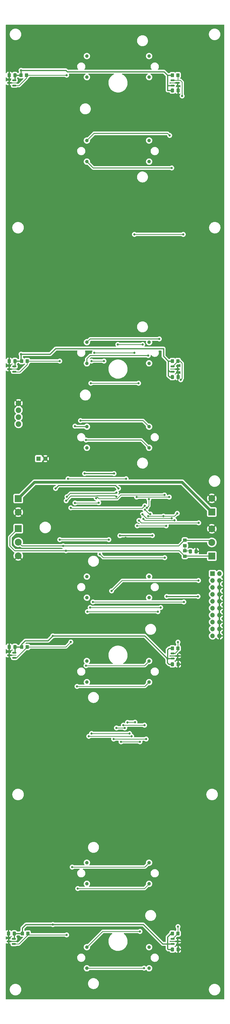
<source format=gbr>
%TF.GenerationSoftware,KiCad,Pcbnew,(6.0.6-0)*%
%TF.CreationDate,2022-11-06T01:46:37-08:00*%
%TF.ProjectId,Slave Board,536c6176-6520-4426-9f61-72642e6b6963,rev?*%
%TF.SameCoordinates,Original*%
%TF.FileFunction,Copper,L2,Bot*%
%TF.FilePolarity,Positive*%
%FSLAX46Y46*%
G04 Gerber Fmt 4.6, Leading zero omitted, Abs format (unit mm)*
G04 Created by KiCad (PCBNEW (6.0.6-0)) date 2022-11-06 01:46:37*
%MOMM*%
%LPD*%
G01*
G04 APERTURE LIST*
G04 Aperture macros list*
%AMRoundRect*
0 Rectangle with rounded corners*
0 $1 Rounding radius*
0 $2 $3 $4 $5 $6 $7 $8 $9 X,Y pos of 4 corners*
0 Add a 4 corners polygon primitive as box body*
4,1,4,$2,$3,$4,$5,$6,$7,$8,$9,$2,$3,0*
0 Add four circle primitives for the rounded corners*
1,1,$1+$1,$2,$3*
1,1,$1+$1,$4,$5*
1,1,$1+$1,$6,$7*
1,1,$1+$1,$8,$9*
0 Add four rect primitives between the rounded corners*
20,1,$1+$1,$2,$3,$4,$5,0*
20,1,$1+$1,$4,$5,$6,$7,0*
20,1,$1+$1,$6,$7,$8,$9,0*
20,1,$1+$1,$8,$9,$2,$3,0*%
G04 Aperture macros list end*
%TA.AperFunction,ComponentPad*%
%ADD10C,1.305560*%
%TD*%
%TA.AperFunction,ComponentPad*%
%ADD11R,1.700000X1.700000*%
%TD*%
%TA.AperFunction,ComponentPad*%
%ADD12O,1.700000X1.700000*%
%TD*%
%TA.AperFunction,ComponentPad*%
%ADD13C,2.020000*%
%TD*%
%TA.AperFunction,ComponentPad*%
%ADD14R,2.500000X2.500000*%
%TD*%
%TA.AperFunction,ComponentPad*%
%ADD15C,2.500000*%
%TD*%
%TA.AperFunction,ComponentPad*%
%ADD16R,1.600000X1.600000*%
%TD*%
%TA.AperFunction,ComponentPad*%
%ADD17C,1.600000*%
%TD*%
%TA.AperFunction,SMDPad,CuDef*%
%ADD18RoundRect,0.150000X0.587500X0.150000X-0.587500X0.150000X-0.587500X-0.150000X0.587500X-0.150000X0*%
%TD*%
%TA.AperFunction,SMDPad,CuDef*%
%ADD19RoundRect,0.250000X0.337500X0.475000X-0.337500X0.475000X-0.337500X-0.475000X0.337500X-0.475000X0*%
%TD*%
%TA.AperFunction,SMDPad,CuDef*%
%ADD20RoundRect,0.250000X-0.337500X-0.475000X0.337500X-0.475000X0.337500X0.475000X-0.337500X0.475000X0*%
%TD*%
%TA.AperFunction,SMDPad,CuDef*%
%ADD21RoundRect,0.250000X-0.350000X-0.450000X0.350000X-0.450000X0.350000X0.450000X-0.350000X0.450000X0*%
%TD*%
%TA.AperFunction,SMDPad,CuDef*%
%ADD22RoundRect,0.250000X-0.450000X0.350000X-0.450000X-0.350000X0.450000X-0.350000X0.450000X0.350000X0*%
%TD*%
%TA.AperFunction,SMDPad,CuDef*%
%ADD23RoundRect,0.150000X-0.587500X-0.150000X0.587500X-0.150000X0.587500X0.150000X-0.587500X0.150000X0*%
%TD*%
%TA.AperFunction,SMDPad,CuDef*%
%ADD24RoundRect,0.250000X0.450000X-0.350000X0.450000X0.350000X-0.450000X0.350000X-0.450000X-0.350000X0*%
%TD*%
%TA.AperFunction,ViaPad*%
%ADD25C,0.800000*%
%TD*%
%TA.AperFunction,Conductor*%
%ADD26C,0.250000*%
%TD*%
%TA.AperFunction,Conductor*%
%ADD27C,0.406400*%
%TD*%
%TA.AperFunction,Conductor*%
%ADD28C,0.200000*%
%TD*%
%TA.AperFunction,Conductor*%
%ADD29C,0.304800*%
%TD*%
%TA.AperFunction,Conductor*%
%ADD30C,1.000000*%
%TD*%
G04 APERTURE END LIST*
D10*
%TO.P,M4,A1*%
%TO.N,/D1*%
X256350000Y-372159500D03*
%TO.P,M4,A2*%
%TO.N,/D2*%
X256350000Y-364409500D03*
%TO.P,M4,A3*%
%TO.N,/D3*%
X233490000Y-364409500D03*
%TO.P,M4,A4*%
%TO.N,/D4*%
X233490000Y-372159500D03*
%TO.P,M4,B1*%
%TO.N,/D8*%
X233490000Y-333419500D03*
%TO.P,M4,B2*%
%TO.N,/D7*%
X233490000Y-341169500D03*
%TO.P,M4,B3*%
%TO.N,/D6*%
X256350000Y-341169500D03*
%TO.P,M4,B4*%
%TO.N,/D5*%
X256350000Y-333419500D03*
%TD*%
%TO.P,M2,A1*%
%TO.N,/B1*%
X233490000Y-142422000D03*
%TO.P,M2,A2*%
%TO.N,/B2*%
X233490000Y-150172000D03*
%TO.P,M2,A3*%
%TO.N,/B3*%
X256350000Y-150172000D03*
%TO.P,M2,A4*%
%TO.N,/B4*%
X256350000Y-142422000D03*
%TO.P,M2,B1*%
%TO.N,/B8*%
X256350000Y-181162000D03*
%TO.P,M2,B2*%
%TO.N,/B7*%
X256350000Y-173412000D03*
%TO.P,M2,B3*%
%TO.N,/B6*%
X233490000Y-173412000D03*
%TO.P,M2,B4*%
%TO.N,/B5*%
X233490000Y-181162000D03*
%TD*%
D11*
%TO.P,J1,1,Pin_1*%
%TO.N,+3.3V*%
X279649000Y-227335000D03*
D12*
%TO.P,J1,2,Pin_2*%
X282189000Y-227335000D03*
%TO.P,J1,3,Pin_3*%
%TO.N,unconnected-(J1-Pad3)*%
X279649000Y-229875000D03*
%TO.P,J1,4,Pin_4*%
%TO.N,GND*%
X282189000Y-229875000D03*
%TO.P,J1,5,Pin_5*%
%TO.N,unconnected-(J1-Pad5)*%
X279649000Y-232415000D03*
%TO.P,J1,6,Pin_6*%
%TO.N,GND*%
X282189000Y-232415000D03*
%TO.P,J1,7,Pin_7*%
%TO.N,Net-(J1-Pad7)*%
X279649000Y-234955000D03*
%TO.P,J1,8,Pin_8*%
%TO.N,GND*%
X282189000Y-234955000D03*
%TO.P,J1,9,Pin_9*%
%TO.N,Net-(J1-Pad9)*%
X279649000Y-237495000D03*
%TO.P,J1,10,Pin_10*%
%TO.N,GND*%
X282189000Y-237495000D03*
%TO.P,J1,11,Pin_11*%
%TO.N,Net-(J1-Pad11)*%
X279649000Y-240035000D03*
%TO.P,J1,12,Pin_12*%
%TO.N,GND*%
X282189000Y-240035000D03*
%TO.P,J1,13,Pin_13*%
%TO.N,unconnected-(J1-Pad13)*%
X279649000Y-242575000D03*
%TO.P,J1,14,Pin_14*%
%TO.N,GND*%
X282189000Y-242575000D03*
%TO.P,J1,15,Pin_15*%
%TO.N,/RESET*%
X279649000Y-245115000D03*
%TO.P,J1,16,Pin_16*%
%TO.N,GND*%
X282189000Y-245115000D03*
%TO.P,J1,17,Pin_17*%
%TO.N,Net-(J1-Pad17)*%
X279649000Y-247655000D03*
%TO.P,J1,18,Pin_18*%
%TO.N,GND*%
X282189000Y-247655000D03*
%TO.P,J1,19,Pin_19*%
%TO.N,unconnected-(J1-Pad19)*%
X279649000Y-250195000D03*
%TO.P,J1,20,Pin_20*%
%TO.N,GND*%
X282189000Y-250195000D03*
%TD*%
D10*
%TO.P,M1,A1*%
%TO.N,/A1*%
X233490000Y-37422000D03*
%TO.P,M1,A2*%
%TO.N,/A2*%
X233490000Y-45172000D03*
%TO.P,M1,A3*%
%TO.N,/A3*%
X256350000Y-45172000D03*
%TO.P,M1,A4*%
%TO.N,/A4*%
X256350000Y-37422000D03*
%TO.P,M1,B1*%
%TO.N,/A8*%
X256350000Y-76162000D03*
%TO.P,M1,B2*%
%TO.N,/A7*%
X256350000Y-68412000D03*
%TO.P,M1,B3*%
%TO.N,/A6*%
X233490000Y-68412000D03*
%TO.P,M1,B4*%
%TO.N,/A5*%
X233490000Y-76162000D03*
%TD*%
%TO.P,M3,A1*%
%TO.N,/C1*%
X256350000Y-267162000D03*
%TO.P,M3,A2*%
%TO.N,/C2*%
X256350000Y-259412000D03*
%TO.P,M3,A3*%
%TO.N,/C3*%
X233490000Y-259412000D03*
%TO.P,M3,A4*%
%TO.N,/C4*%
X233490000Y-267162000D03*
%TO.P,M3,B1*%
%TO.N,/C8*%
X233490000Y-228422000D03*
%TO.P,M3,B2*%
%TO.N,/C7*%
X233490000Y-236172000D03*
%TO.P,M3,B3*%
%TO.N,/C6*%
X256350000Y-236172000D03*
%TO.P,M3,B4*%
%TO.N,/C5*%
X256350000Y-228422000D03*
%TD*%
D13*
%TO.P,J6,1*%
%TO.N,GND*%
X208381600Y-164820600D03*
%TO.P,J6,2*%
%TO.N,+3.3V*%
X208381600Y-167360600D03*
%TO.P,J6,3*%
%TO.N,+5V*%
X208381600Y-169900600D03*
%TO.P,J6,4*%
%TO.N,VBUS*%
X208381600Y-172440600D03*
%TD*%
D14*
%TO.P,J4,1*%
%TO.N,Net-(D1-PadA)*%
X208280000Y-199792000D03*
D15*
%TO.P,J4,2*%
%TO.N,GND*%
X208280000Y-204792000D03*
%TD*%
D16*
%TO.P,C20,1*%
%TO.N,+5V*%
X215747600Y-185166000D03*
D17*
%TO.P,C20,2*%
%TO.N,GND*%
X218247600Y-185166000D03*
%TD*%
D14*
%TO.P,J5,1*%
%TO.N,/CANH*%
X279400000Y-220900000D03*
D15*
%TO.P,J5,2*%
%TO.N,/CANL*%
X279400000Y-215900000D03*
%TO.P,J5,3*%
%TO.N,GND*%
X279400000Y-210900000D03*
%TD*%
D14*
%TO.P,J2,1*%
%TO.N,Net-(D1-PadA)*%
X279400000Y-204724000D03*
D15*
%TO.P,J2,2*%
%TO.N,GND*%
X279400000Y-199724000D03*
%TD*%
D14*
%TO.P,J3,1*%
%TO.N,/CANH*%
X208280000Y-210820000D03*
D15*
%TO.P,J3,2*%
%TO.N,/CANL*%
X208280000Y-215820000D03*
%TO.P,J3,3*%
%TO.N,GND*%
X208280000Y-220820000D03*
%TD*%
D18*
%TO.P,U9,1,VCC*%
%TO.N,+3.3V*%
X206677500Y-361342000D03*
%TO.P,U9,2,OUT*%
%TO.N,/HAll B Min - 2*%
X206677500Y-363242000D03*
%TO.P,U9,3,GND*%
%TO.N,GND*%
X204802500Y-362292000D03*
%TD*%
D19*
%TO.P,C10,1*%
%TO.N,+3.3V*%
X207031500Y-149352000D03*
%TO.P,C10,2*%
%TO.N,GND*%
X204956500Y-149352000D03*
%TD*%
D20*
%TO.P,C13,1*%
%TO.N,+3.3V*%
X264900500Y-155194000D03*
%TO.P,C13,2*%
%TO.N,GND*%
X266975500Y-155194000D03*
%TD*%
D21*
%TO.P,R13,1*%
%TO.N,+3.3V*%
X264938000Y-149352000D03*
%TO.P,R13,2*%
%TO.N,/HAll B Hour - 1*%
X266938000Y-149352000D03*
%TD*%
D22*
%TO.P,R17,1*%
%TO.N,/CANL*%
X269494000Y-215103200D03*
%TO.P,R17,2*%
%TO.N,Net-(C19-Pad1)*%
X269494000Y-217103200D03*
%TD*%
D23*
%TO.P,U10,1,VCC*%
%TO.N,+3.3V*%
X264982500Y-363242000D03*
%TO.P,U10,2,OUT*%
%TO.N,/HAll B Hour - 2*%
X264982500Y-361342000D03*
%TO.P,U10,3,GND*%
%TO.N,GND*%
X266857500Y-362292000D03*
%TD*%
%TO.P,U6,1,VCC*%
%TO.N,+3.3V*%
X264982500Y-258506000D03*
%TO.P,U6,2,OUT*%
%TO.N,/HAll A Hour - 2*%
X264982500Y-256606000D03*
%TO.P,U6,3,GND*%
%TO.N,GND*%
X266857500Y-257556000D03*
%TD*%
D18*
%TO.P,U5,1,VCC*%
%TO.N,+3.3V*%
X206857500Y-46342000D03*
%TO.P,U5,2,OUT*%
%TO.N,/HAll A Min - 1 *%
X206857500Y-48242000D03*
%TO.P,U5,3,GND*%
%TO.N,GND*%
X204982500Y-47292000D03*
%TD*%
D20*
%TO.P,C19,1*%
%TO.N,Net-(C19-Pad1)*%
X271504500Y-219202000D03*
%TO.P,C19,2*%
%TO.N,GND*%
X273579500Y-219202000D03*
%TD*%
D18*
%TO.P,U7,1,VCC*%
%TO.N,+3.3V*%
X206857500Y-256342000D03*
%TO.P,U7,2,OUT*%
%TO.N,/HAll A Min - 2*%
X206857500Y-258242000D03*
%TO.P,U7,3,GND*%
%TO.N,GND*%
X204982500Y-257292000D03*
%TD*%
D21*
%TO.P,R6,1*%
%TO.N,+3.3V*%
X264938000Y-44450000D03*
%TO.P,R6,2*%
%TO.N,/HAll A Hour - 1*%
X266938000Y-44450000D03*
%TD*%
D19*
%TO.P,C11,1*%
%TO.N,+3.3V*%
X206777500Y-359410000D03*
%TO.P,C11,2*%
%TO.N,GND*%
X204702500Y-359410000D03*
%TD*%
D23*
%TO.P,U4,1,VCC*%
%TO.N,+3.3V*%
X264982500Y-48242000D03*
%TO.P,U4,2,OUT*%
%TO.N,/HAll A Hour - 1*%
X264982500Y-46342000D03*
%TO.P,U4,3,GND*%
%TO.N,GND*%
X266857500Y-47292000D03*
%TD*%
D21*
%TO.P,R11,1*%
%TO.N,+3.3V*%
X209820000Y-359410000D03*
%TO.P,R11,2*%
%TO.N,/HAll B Min - 2*%
X211820000Y-359410000D03*
%TD*%
D20*
%TO.P,C12,1*%
%TO.N,+3.3V*%
X264900500Y-365252000D03*
%TO.P,C12,2*%
%TO.N,GND*%
X266975500Y-365252000D03*
%TD*%
D18*
%TO.P,U8,1,VCC*%
%TO.N,+3.3V*%
X206857500Y-151342000D03*
%TO.P,U8,2,OUT*%
%TO.N,/HAll B Min - 1*%
X206857500Y-153242000D03*
%TO.P,U8,3,GND*%
%TO.N,GND*%
X204982500Y-152292000D03*
%TD*%
D24*
%TO.P,R5,1*%
%TO.N,/CANH*%
X269494000Y-220964000D03*
%TO.P,R5,2*%
%TO.N,Net-(C19-Pad1)*%
X269494000Y-218964000D03*
%TD*%
D19*
%TO.P,C9,1*%
%TO.N,+3.3V*%
X207031500Y-254254000D03*
%TO.P,C9,2*%
%TO.N,GND*%
X204956500Y-254254000D03*
%TD*%
D21*
%TO.P,R12,1*%
%TO.N,+3.3V*%
X264938000Y-359410000D03*
%TO.P,R12,2*%
%TO.N,/HAll B Hour - 2*%
X266938000Y-359410000D03*
%TD*%
D23*
%TO.P,U11,1,VCC*%
%TO.N,+3.3V*%
X264982500Y-153242000D03*
%TO.P,U11,2,OUT*%
%TO.N,/HAll B Hour - 1*%
X264982500Y-151342000D03*
%TO.P,U11,3,GND*%
%TO.N,GND*%
X266857500Y-152292000D03*
%TD*%
D20*
%TO.P,C6,1*%
%TO.N,+3.3V*%
X264900500Y-50038000D03*
%TO.P,C6,2*%
%TO.N,GND*%
X266975500Y-50038000D03*
%TD*%
D21*
%TO.P,R7,1*%
%TO.N,+3.3V*%
X209312000Y-44450000D03*
%TO.P,R7,2*%
%TO.N,/HAll A Min - 1 *%
X211312000Y-44450000D03*
%TD*%
%TO.P,R10,1*%
%TO.N,+3.3V*%
X209566000Y-149352000D03*
%TO.P,R10,2*%
%TO.N,/HAll B Min - 1*%
X211566000Y-149352000D03*
%TD*%
D20*
%TO.P,C8,1*%
%TO.N,+3.3V*%
X264900500Y-260604000D03*
%TO.P,C8,2*%
%TO.N,GND*%
X266975500Y-260604000D03*
%TD*%
D21*
%TO.P,R8,1*%
%TO.N,+3.3V*%
X264938000Y-254762000D03*
%TO.P,R8,2*%
%TO.N,/HAll A Hour - 2*%
X266938000Y-254762000D03*
%TD*%
D19*
%TO.P,C7,1*%
%TO.N,+3.3V*%
X207031500Y-44450000D03*
%TO.P,C7,2*%
%TO.N,GND*%
X204956500Y-44450000D03*
%TD*%
D21*
%TO.P,R9,1*%
%TO.N,+3.3V*%
X209566000Y-254254000D03*
%TO.P,R9,2*%
%TO.N,/HAll A Min - 2*%
X211566000Y-254254000D03*
%TD*%
D25*
%TO.N,GND*%
X237236000Y-310896000D03*
X239877600Y-196723000D03*
X273304000Y-245872000D03*
X247750000Y-214250000D03*
X234188000Y-114300000D03*
X244094000Y-213360000D03*
X206883000Y-182372000D03*
X235204000Y-96266000D03*
X213868000Y-189484000D03*
X274320000Y-239776000D03*
X240665000Y-216154000D03*
X237490000Y-288036000D03*
X252984000Y-205994000D03*
X260250000Y-200750000D03*
X265176000Y-215392000D03*
X256032000Y-291338000D03*
X216027000Y-178943000D03*
%TO.N,Net-(C1-Pad2)*%
X253899867Y-205593759D03*
X264668000Y-207010000D03*
%TO.N,Net-(C2-Pad1)*%
X266700000Y-205232000D03*
X256032000Y-206248000D03*
X261620000Y-206248000D03*
%TO.N,+3.3V*%
X209296000Y-146812000D03*
X245110000Y-196088000D03*
X262800500Y-235712000D03*
X245618000Y-213410117D03*
X209296000Y-42672000D03*
X274320000Y-235712000D03*
X257556000Y-213360000D03*
X263144000Y-258572000D03*
X220980000Y-356108000D03*
X221996000Y-196088000D03*
X220980000Y-250190000D03*
%TO.N,+5V*%
X232664000Y-190627000D03*
X243459000Y-190627000D03*
%TO.N,Net-(C18-Pad2)*%
X252619294Y-207836833D03*
X274574000Y-208711800D03*
%TO.N,/A6*%
X263906000Y-66548000D03*
%TO.N,/A5*%
X264668000Y-78486000D03*
%TO.N,/B1*%
X260096000Y-141224000D03*
%TO.N,/B2*%
X256032000Y-147320000D03*
%TO.N,/B8*%
X233172000Y-178308000D03*
%TO.N,/B7*%
X231140000Y-171196000D03*
%TO.N,/B6*%
X229108000Y-173228000D03*
%TO.N,/C1*%
X229870000Y-268732000D03*
%TO.N,/C2*%
X233172000Y-261112000D03*
%TO.N,/C8*%
X260604000Y-239776000D03*
X234696000Y-239776000D03*
%TO.N,/CANH*%
X225882200Y-200609200D03*
X225806000Y-218948000D03*
X244348000Y-199174500D03*
%TO.N,/CANL*%
X226161600Y-199136000D03*
X224790000Y-217170000D03*
X244348000Y-197625997D03*
%TO.N,/C7*%
X233680000Y-241300000D03*
X259588000Y-241300000D03*
%TO.N,/D3*%
X252984000Y-358648000D03*
%TO.N,/D6*%
X230124000Y-342900000D03*
%TO.N,/SWDIO*%
X242570000Y-233680000D03*
X274486500Y-229870000D03*
%TO.N,/SWCLK *%
X269113000Y-237744000D03*
X235712000Y-237744000D03*
%TO.N,/D5*%
X228092000Y-335026000D03*
%TO.N,/HAll A Hour - 1*%
X268478002Y-52070000D03*
X262000000Y-198500000D03*
X236894500Y-199644000D03*
%TO.N,/HAll A Min - 1 *%
X226568000Y-192532000D03*
X226060000Y-44450000D03*
X247904000Y-192532000D03*
%TO.N,/HAll A Hour - 2*%
X266954000Y-252476000D03*
X263750000Y-199250000D03*
X251750000Y-199250000D03*
%TO.N,/HAll A Min - 2*%
X254762000Y-202438000D03*
X227584000Y-203200000D03*
X227584000Y-252435300D03*
%TO.N,/HAll B Min - 1*%
X241554000Y-214884000D03*
X223520000Y-149352000D03*
X223520000Y-214884000D03*
%TO.N,/HAll B Min - 2*%
X237839944Y-201326056D03*
X226060000Y-359917998D03*
X229108000Y-201422000D03*
%TO.N,/HAll B Hour - 2*%
X262087300Y-221488000D03*
X238252000Y-220218000D03*
X266954000Y-356870000D03*
%TO.N,/HAll B Hour - 1*%
X267970000Y-156210000D03*
X251968000Y-209804000D03*
X262636000Y-209804000D03*
%TO.N,/F(SCX)D - 2*%
X252984000Y-289052000D03*
X246038500Y-289052000D03*
%TO.N,/Driver Reset*%
X254254000Y-207264000D03*
X250952000Y-102870000D03*
X268898500Y-102870000D03*
X254674500Y-282956000D03*
X265684000Y-207772000D03*
X246888000Y-282956000D03*
%TO.N,/CW{slash}~{CCWC} - 2*%
X256794000Y-205486000D03*
X254812770Y-203898536D03*
X255270000Y-288036000D03*
X243332000Y-288036000D03*
%TO.N,/CW{slash}~{CCWA} - 1*%
X255524000Y-203200000D03*
X244856000Y-143256000D03*
X256250000Y-200000000D03*
X254000000Y-143256000D03*
%TO.N,/CW{slash}~{CCWC} - 1 *%
X239776000Y-149352000D03*
X235204000Y-149352000D03*
%TO.N,/CW{slash}~{CCWD} - 1*%
X236220000Y-146304000D03*
X250952000Y-146304000D03*
%TO.N,/F(SCX)D - 1 *%
X234950000Y-157480000D03*
X252476000Y-157480000D03*
%TO.N,/CW{slash}~{CCWA} - 2*%
X244348000Y-283972000D03*
X247396000Y-283972000D03*
%TO.N,/F(SCX)A - 2*%
X248412000Y-281940000D03*
X251174500Y-281856750D03*
%TO.N,/CW{slash}~{CCWB} - 2*%
X235204000Y-286004000D03*
X249174000Y-286004000D03*
%TO.N,/F(SCX)B - 2*%
X234188000Y-287041875D03*
X249936000Y-287020000D03*
%TO.N,/D4*%
X254508000Y-372110000D03*
%TD*%
D26*
%TO.N,Net-(C1-Pad2)*%
X255316108Y-207010000D02*
X264668000Y-207010000D01*
X253899867Y-205593759D02*
X255316108Y-207010000D01*
%TO.N,Net-(C2-Pad1)*%
X265684000Y-206248000D02*
X261620000Y-206248000D01*
X266700000Y-205232000D02*
X265684000Y-206248000D01*
X256032000Y-206248000D02*
X261620000Y-206248000D01*
D27*
%TO.N,+3.3V*%
X243992400Y-194970400D02*
X223113600Y-194970400D01*
X209296000Y-146812000D02*
X209296000Y-149082000D01*
X206777500Y-359410000D02*
X206777500Y-361242000D01*
X264964500Y-48260000D02*
X264982500Y-48242000D01*
X209312000Y-44450000D02*
X207031500Y-44450000D01*
X206777500Y-361242000D02*
X206677500Y-361342000D01*
X209820000Y-357362000D02*
X211074000Y-356108000D01*
X263144000Y-258572000D02*
X263144000Y-255270000D01*
X254762000Y-250190000D02*
X220980000Y-250190000D01*
X219964000Y-146812000D02*
X221996000Y-144780000D01*
X207031500Y-256168000D02*
X206857500Y-256342000D01*
X263652000Y-260604000D02*
X264900500Y-260604000D01*
D28*
X245668117Y-213360000D02*
X245618000Y-213410117D01*
D27*
X263398000Y-152654000D02*
X263986000Y-153242000D01*
X263144000Y-44450000D02*
X261874000Y-43180000D01*
X263078000Y-258506000D02*
X263078000Y-260030000D01*
X226314000Y-43180000D02*
X225806000Y-42672000D01*
X219202000Y-251968000D02*
X220980000Y-250190000D01*
X263398000Y-149352000D02*
X263398000Y-152654000D01*
X263078000Y-260030000D02*
X263652000Y-260604000D01*
X263398000Y-154686000D02*
X263398000Y-152654000D01*
X263144000Y-50038000D02*
X263144000Y-45212000D01*
X207031500Y-46168000D02*
X206857500Y-46342000D01*
X263144000Y-45212000D02*
X263144000Y-44450000D01*
X209312000Y-42688000D02*
X209296000Y-42672000D01*
X254254000Y-356108000D02*
X261366000Y-363220000D01*
X263144000Y-50038000D02*
X264938000Y-50038000D01*
X264938000Y-359410000D02*
X264414000Y-359410000D01*
X210820000Y-251968000D02*
X209566000Y-253222000D01*
X263144000Y-48260000D02*
X264964500Y-48260000D01*
X261874000Y-43180000D02*
X226314000Y-43180000D01*
X263652000Y-254762000D02*
X264938000Y-254762000D01*
X263144000Y-48260000D02*
X263144000Y-45212000D01*
X263398000Y-149352000D02*
X264938000Y-149352000D01*
X209566000Y-254254000D02*
X207031500Y-254254000D01*
X225806000Y-42672000D02*
X209296000Y-42672000D01*
X263144000Y-364998000D02*
X263398000Y-365252000D01*
X263078000Y-258506000D02*
X254762000Y-250190000D01*
X265204500Y-258506000D02*
X263078000Y-258506000D01*
X207031500Y-44450000D02*
X207031500Y-46168000D01*
X261641500Y-147595500D02*
X263398000Y-149352000D01*
X263398000Y-365252000D02*
X264900500Y-365252000D01*
X221996000Y-144780000D02*
X261641500Y-144780000D01*
X263144000Y-44450000D02*
X264900500Y-44450000D01*
X257556000Y-213360000D02*
X245668117Y-213360000D01*
X209296000Y-146812000D02*
X219964000Y-146812000D01*
X209566000Y-253222000D02*
X209566000Y-254254000D01*
X245110000Y-196088000D02*
X243992400Y-194970400D01*
X207031500Y-149352000D02*
X207031500Y-151276000D01*
X207031500Y-254254000D02*
X207031500Y-256168000D01*
X220980000Y-356108000D02*
X254254000Y-356108000D01*
X263144000Y-50038000D02*
X263144000Y-48260000D01*
X263986000Y-153242000D02*
X264982500Y-153242000D01*
X223113600Y-194970400D02*
X221996000Y-196088000D01*
X209566000Y-149352000D02*
X207031500Y-149352000D01*
X211074000Y-356108000D02*
X220980000Y-356108000D01*
X264414000Y-359410000D02*
X263144000Y-360680000D01*
X263144000Y-255270000D02*
X263652000Y-254762000D01*
X261366000Y-363220000D02*
X264960500Y-363220000D01*
X210820000Y-251968000D02*
X219202000Y-251968000D01*
X207031500Y-151276000D02*
X206857500Y-151450000D01*
X264960500Y-363220000D02*
X264982500Y-363242000D01*
X206777500Y-359410000D02*
X209820000Y-359410000D01*
X274320000Y-235712000D02*
X262800500Y-235712000D01*
X261641500Y-144780000D02*
X261641500Y-147595500D01*
X209312000Y-44450000D02*
X209312000Y-42688000D01*
X263906000Y-155194000D02*
X264900500Y-155194000D01*
X209820000Y-359410000D02*
X209820000Y-357362000D01*
X209296000Y-149082000D02*
X209566000Y-149352000D01*
X263398000Y-154686000D02*
X263906000Y-155194000D01*
X263144000Y-360680000D02*
X263144000Y-364998000D01*
%TO.N,+5V*%
X243459000Y-190627000D02*
X232664000Y-190627000D01*
D26*
%TO.N,Net-(C18-Pad2)*%
X252619294Y-207836833D02*
X253494261Y-208711800D01*
X253494261Y-208711800D02*
X274574000Y-208711800D01*
%TO.N,Net-(C19-Pad1)*%
X269494000Y-217103200D02*
X269494000Y-218964000D01*
X271266500Y-218964000D02*
X269494000Y-218964000D01*
X271504500Y-219202000D02*
X271266500Y-218964000D01*
D29*
%TO.N,/A6*%
X233490000Y-68412000D02*
X236116000Y-65786000D01*
X236116000Y-65786000D02*
X263144000Y-65786000D01*
X263144000Y-65786000D02*
X263906000Y-66548000D01*
%TO.N,/A5*%
X235814000Y-78486000D02*
X264668000Y-78486000D01*
X233490000Y-76162000D02*
X235814000Y-78486000D01*
%TO.N,/B1*%
X260096000Y-141224000D02*
X234688000Y-141224000D01*
X234688000Y-141224000D02*
X233490000Y-142422000D01*
%TO.N,/B2*%
X256032000Y-147320000D02*
X234696000Y-147320000D01*
X234696000Y-147320000D02*
X233490000Y-148526000D01*
X233490000Y-148526000D02*
X233490000Y-150172000D01*
%TO.N,/B8*%
X256350000Y-181162000D02*
X253496000Y-178308000D01*
X253496000Y-178308000D02*
X233172000Y-178308000D01*
%TO.N,/B7*%
X231140000Y-171196000D02*
X254134000Y-171196000D01*
X254134000Y-171196000D02*
X256350000Y-173412000D01*
%TO.N,/B6*%
X229292000Y-173412000D02*
X233490000Y-173412000D01*
X229108000Y-173228000D02*
X229292000Y-173412000D01*
D26*
%TO.N,/C1*%
X256350000Y-267162000D02*
X254780000Y-268732000D01*
X254780000Y-268732000D02*
X229870000Y-268732000D01*
%TO.N,/C2*%
X254650000Y-261112000D02*
X256350000Y-259412000D01*
X233172000Y-261112000D02*
X254650000Y-261112000D01*
%TO.N,/C8*%
X234696000Y-239776000D02*
X260604000Y-239776000D01*
D29*
%TO.N,/CANH*%
X205232000Y-213868000D02*
X208280000Y-210820000D01*
X237111672Y-198823099D02*
X243996599Y-198823099D01*
X207010000Y-218948000D02*
X205232000Y-217170000D01*
X279400000Y-220900000D02*
X269558000Y-220900000D01*
X269558000Y-220900000D02*
X269494000Y-220964000D01*
X205232000Y-217170000D02*
X205232000Y-213868000D01*
X226923600Y-199542400D02*
X227584000Y-198882000D01*
D26*
X225882200Y-200609200D02*
X226923600Y-199567800D01*
D29*
X267478000Y-218948000D02*
X207010000Y-218948000D01*
X269494000Y-220964000D02*
X267478000Y-218948000D01*
D26*
X226923600Y-199567800D02*
X226923600Y-199542400D01*
D29*
X227584000Y-198882000D02*
X237052770Y-198882000D01*
X243996599Y-198823099D02*
X244348000Y-199174500D01*
X237052770Y-198882000D02*
X237111672Y-198823099D01*
%TO.N,/CANL*%
X244107997Y-197866000D02*
X244348000Y-197625997D01*
X269528800Y-215138000D02*
X269494000Y-215103200D01*
X278638000Y-215138000D02*
X269528800Y-215138000D01*
X224790000Y-217170000D02*
X209630000Y-217170000D01*
X227431600Y-197866000D02*
X244107997Y-197866000D01*
X269325600Y-215103200D02*
X267258800Y-217170000D01*
X226161600Y-199136000D02*
X227431600Y-197866000D01*
X208280000Y-215820000D02*
X209630000Y-217170000D01*
X267258800Y-217170000D02*
X224790000Y-217170000D01*
X269494000Y-215103200D02*
X269325600Y-215103200D01*
X279400000Y-215900000D02*
X278638000Y-215138000D01*
D26*
%TO.N,/C7*%
X233680000Y-241300000D02*
X259588000Y-241300000D01*
%TO.N,/D3*%
X233506500Y-364409500D02*
X239268000Y-358648000D01*
X239268000Y-358648000D02*
X252984000Y-358648000D01*
X233490000Y-364409500D02*
X233506500Y-364409500D01*
%TO.N,/D6*%
X254619500Y-342900000D02*
X256350000Y-341169500D01*
X230124000Y-342900000D02*
X254619500Y-342900000D01*
%TO.N,/SWDIO*%
X246380000Y-229870000D02*
X274486500Y-229870000D01*
X242570000Y-233680000D02*
X246380000Y-229870000D01*
%TO.N,/SWCLK *%
X235712000Y-237744000D02*
X269113000Y-237744000D01*
%TO.N,/D5*%
X256350000Y-333419500D02*
X254743500Y-335026000D01*
X254743500Y-335026000D02*
X228092000Y-335026000D01*
%TO.N,/HAll A Hour - 1*%
X267068000Y-46342000D02*
X267830000Y-46342000D01*
X245977095Y-198500000D02*
X262000000Y-198500000D01*
X266938000Y-44450000D02*
X266938000Y-46212000D01*
X236894500Y-199644000D02*
X237288001Y-199250499D01*
X244627595Y-199849500D02*
X245977095Y-198500000D01*
X264982500Y-46342000D02*
X267068000Y-46342000D01*
X268478000Y-46990000D02*
X268478000Y-52070000D01*
X266938000Y-46212000D02*
X267068000Y-46342000D01*
X237288001Y-199250499D02*
X237887002Y-199849500D01*
X267830000Y-46342000D02*
X268478000Y-46990000D01*
X237887002Y-199849500D02*
X244627595Y-199849500D01*
%TO.N,/HAll A Min - 1 *%
X211312000Y-44450000D02*
X226060000Y-44450000D01*
X208552000Y-48242000D02*
X211312000Y-45482000D01*
X226568000Y-192532000D02*
X247904000Y-192532000D01*
X206857500Y-48242000D02*
X208552000Y-48242000D01*
X211312000Y-45482000D02*
X211312000Y-44450000D01*
%TO.N,/HAll A Hour - 2*%
X251750000Y-199250000D02*
X263750000Y-199250000D01*
X266954000Y-254746000D02*
X266954000Y-252476000D01*
X266938000Y-255540000D02*
X266938000Y-254762000D01*
X264982500Y-256606000D02*
X265872000Y-256606000D01*
X266938000Y-254762000D02*
X266954000Y-254746000D01*
X265872000Y-256606000D02*
X266938000Y-255540000D01*
%TO.N,/HAll A Min - 2*%
X227584000Y-252435300D02*
X225765300Y-254254000D01*
X225765300Y-254254000D02*
X211566000Y-254254000D01*
X207502000Y-258318000D02*
X206933500Y-258318000D01*
X227584000Y-203200000D02*
X227750500Y-203366500D01*
X227750500Y-203366500D02*
X253833500Y-203366500D01*
X253833500Y-203366500D02*
X254762000Y-202438000D01*
X206933500Y-258318000D02*
X206857500Y-258242000D01*
X211566000Y-254254000D02*
X207502000Y-258318000D01*
%TO.N,/HAll B Min - 1*%
X211566000Y-150638000D02*
X211566000Y-149352000D01*
X211566000Y-149352000D02*
X223520000Y-149352000D01*
X208854000Y-153350000D02*
X211566000Y-150638000D01*
X223520000Y-214884000D02*
X241554000Y-214884000D01*
X206857500Y-153350000D02*
X208854000Y-153350000D01*
%TO.N,/HAll B Min - 2*%
X229108000Y-201422000D02*
X237744000Y-201422000D01*
X211820000Y-359410000D02*
X212328000Y-359918000D01*
X206677500Y-363242000D02*
X208496000Y-363242000D01*
X211820000Y-359918000D02*
X211820000Y-359410000D01*
X212328000Y-359918000D02*
X226060000Y-359918000D01*
X237744000Y-201422000D02*
X237839944Y-201326056D01*
X208496000Y-363242000D02*
X211820000Y-359918000D01*
%TO.N,/HAll B Hour - 2*%
X266954000Y-359394000D02*
X266954000Y-356870000D01*
X238252000Y-220218000D02*
X239522000Y-221488000D01*
X239522000Y-221488000D02*
X262087300Y-221488000D01*
X265006000Y-361342000D02*
X266938000Y-359410000D01*
X264982500Y-361342000D02*
X265006000Y-361342000D01*
X266938000Y-359410000D02*
X266954000Y-359394000D01*
%TO.N,/HAll B Hour - 1*%
X268478000Y-150114000D02*
X268478000Y-155702000D01*
X264982500Y-151307500D02*
X266938000Y-149352000D01*
X251968000Y-209804000D02*
X262636000Y-209804000D01*
X266938000Y-149352000D02*
X267716000Y-149352000D01*
X268478000Y-155702000D02*
X267970000Y-156210000D01*
X267716000Y-149352000D02*
X268478000Y-150114000D01*
X264982500Y-151342000D02*
X264982500Y-151307500D01*
%TO.N,/F(SCX)D - 2*%
X246038500Y-289052000D02*
X252984000Y-289052000D01*
%TO.N,/Driver Reset*%
X250952000Y-102870000D02*
X268898500Y-102870000D01*
X246888000Y-282956000D02*
X254674500Y-282956000D01*
X254762000Y-207772000D02*
X265684000Y-207772000D01*
X254254000Y-207264000D02*
X254762000Y-207772000D01*
%TO.N,/CW{slash}~{CCWC} - 2*%
X243332000Y-288036000D02*
X255270000Y-288036000D01*
X256794000Y-205486000D02*
X256400234Y-205486000D01*
X256400234Y-205486000D02*
X254812770Y-203898536D01*
%TO.N,/CW{slash}~{CCWA} - 1*%
X254000000Y-143256000D02*
X244856000Y-143256000D01*
X255524000Y-203200000D02*
X256250000Y-202474000D01*
X256250000Y-202474000D02*
X256250000Y-200000000D01*
%TO.N,/CW{slash}~{CCWC} - 1 *%
X239776000Y-149352000D02*
X235204000Y-149352000D01*
%TO.N,/CW{slash}~{CCWD} - 1*%
X250952000Y-146304000D02*
X236220000Y-146304000D01*
%TO.N,/F(SCX)D - 1 *%
X252476000Y-157480000D02*
X234950000Y-157480000D01*
%TO.N,/CW{slash}~{CCWA} - 2*%
X247396000Y-283972000D02*
X244348000Y-283972000D01*
%TO.N,/F(SCX)A - 2*%
X248412000Y-281940000D02*
X248495250Y-281856750D01*
X248495250Y-281856750D02*
X251174500Y-281856750D01*
%TO.N,/CW{slash}~{CCWB} - 2*%
X235204000Y-286004000D02*
X249174000Y-286004000D01*
%TO.N,/F(SCX)B - 2*%
X234209875Y-287020000D02*
X249936000Y-287020000D01*
X234188000Y-287041875D02*
X234209875Y-287020000D01*
D30*
%TO.N,Net-(D1-PadA)*%
X208280000Y-199792000D02*
X214270000Y-193802000D01*
X268478000Y-193802000D02*
X279400000Y-204724000D01*
X214270000Y-193802000D02*
X268478000Y-193802000D01*
D26*
%TO.N,/D4*%
X254458500Y-372159500D02*
X254508000Y-372110000D01*
X233490000Y-372159500D02*
X254458500Y-372159500D01*
%TD*%
%TA.AperFunction,Conductor*%
%TO.N,GND*%
G36*
X283913621Y-25928502D02*
G01*
X283960114Y-25982158D01*
X283971500Y-26034500D01*
X283971500Y-383413500D01*
X283951498Y-383481621D01*
X283897842Y-383528114D01*
X283845500Y-383539500D01*
X203834500Y-383539500D01*
X203766379Y-383519498D01*
X203719886Y-383465842D01*
X203708500Y-383413500D01*
X203708500Y-380116703D01*
X205154743Y-380116703D01*
X205192268Y-380401734D01*
X205268129Y-380679036D01*
X205380923Y-380943476D01*
X205528561Y-381190161D01*
X205708313Y-381414528D01*
X205916851Y-381612423D01*
X206150317Y-381780186D01*
X206154112Y-381782195D01*
X206154113Y-381782196D01*
X206175869Y-381793715D01*
X206404392Y-381914712D01*
X206674373Y-382013511D01*
X206955264Y-382074755D01*
X206983841Y-382077004D01*
X207178282Y-382092307D01*
X207178291Y-382092307D01*
X207180739Y-382092500D01*
X207336271Y-382092500D01*
X207338407Y-382092354D01*
X207338418Y-382092354D01*
X207546548Y-382078165D01*
X207546554Y-382078164D01*
X207550825Y-382077873D01*
X207555020Y-382077004D01*
X207555022Y-382077004D01*
X207691583Y-382048724D01*
X207832342Y-382019574D01*
X208103343Y-381923607D01*
X208358812Y-381791750D01*
X208362313Y-381789289D01*
X208362317Y-381789287D01*
X208476418Y-381709095D01*
X208594023Y-381626441D01*
X208804622Y-381430740D01*
X208986713Y-381208268D01*
X209136927Y-380963142D01*
X209252483Y-380699898D01*
X209331244Y-380423406D01*
X209371751Y-380138784D01*
X209371845Y-380120951D01*
X209371867Y-380116703D01*
X278306743Y-380116703D01*
X278344268Y-380401734D01*
X278420129Y-380679036D01*
X278532923Y-380943476D01*
X278680561Y-381190161D01*
X278860313Y-381414528D01*
X279068851Y-381612423D01*
X279302317Y-381780186D01*
X279306112Y-381782195D01*
X279306113Y-381782196D01*
X279327869Y-381793715D01*
X279556392Y-381914712D01*
X279826373Y-382013511D01*
X280107264Y-382074755D01*
X280135841Y-382077004D01*
X280330282Y-382092307D01*
X280330291Y-382092307D01*
X280332739Y-382092500D01*
X280488271Y-382092500D01*
X280490407Y-382092354D01*
X280490418Y-382092354D01*
X280698548Y-382078165D01*
X280698554Y-382078164D01*
X280702825Y-382077873D01*
X280707020Y-382077004D01*
X280707022Y-382077004D01*
X280843583Y-382048724D01*
X280984342Y-382019574D01*
X281255343Y-381923607D01*
X281510812Y-381791750D01*
X281514313Y-381789289D01*
X281514317Y-381789287D01*
X281628418Y-381709095D01*
X281746023Y-381626441D01*
X281956622Y-381430740D01*
X282138713Y-381208268D01*
X282288927Y-380963142D01*
X282404483Y-380699898D01*
X282483244Y-380423406D01*
X282523751Y-380138784D01*
X282523845Y-380120951D01*
X282525235Y-379855583D01*
X282525235Y-379855576D01*
X282525257Y-379851297D01*
X282516307Y-379783311D01*
X282496168Y-379630346D01*
X282487732Y-379566266D01*
X282411871Y-379288964D01*
X282345459Y-379133264D01*
X282300763Y-379028476D01*
X282300761Y-379028472D01*
X282299077Y-379024524D01*
X282151439Y-378777839D01*
X281971687Y-378553472D01*
X281763149Y-378355577D01*
X281529683Y-378187814D01*
X281507843Y-378176250D01*
X281445786Y-378143393D01*
X281275608Y-378053288D01*
X281005627Y-377954489D01*
X280724736Y-377893245D01*
X280693685Y-377890801D01*
X280501718Y-377875693D01*
X280501709Y-377875693D01*
X280499261Y-377875500D01*
X280343729Y-377875500D01*
X280341593Y-377875646D01*
X280341582Y-377875646D01*
X280133452Y-377889835D01*
X280133446Y-377889836D01*
X280129175Y-377890127D01*
X280124980Y-377890996D01*
X280124978Y-377890996D01*
X279988417Y-377919276D01*
X279847658Y-377948426D01*
X279576657Y-378044393D01*
X279572848Y-378046359D01*
X279393119Y-378139124D01*
X279321188Y-378176250D01*
X279317687Y-378178711D01*
X279317683Y-378178713D01*
X279307594Y-378185804D01*
X279085977Y-378341559D01*
X278875378Y-378537260D01*
X278693287Y-378759732D01*
X278543073Y-379004858D01*
X278427517Y-379268102D01*
X278348756Y-379544594D01*
X278308249Y-379829216D01*
X278308227Y-379833505D01*
X278308226Y-379833512D01*
X278306765Y-380112417D01*
X278306743Y-380116703D01*
X209371867Y-380116703D01*
X209373235Y-379855583D01*
X209373235Y-379855576D01*
X209373257Y-379851297D01*
X209364307Y-379783311D01*
X209344168Y-379630346D01*
X209335732Y-379566266D01*
X209259871Y-379288964D01*
X209193459Y-379133264D01*
X209148763Y-379028476D01*
X209148761Y-379028472D01*
X209147077Y-379024524D01*
X208999439Y-378777839D01*
X208819687Y-378553472D01*
X208611149Y-378355577D01*
X208377683Y-378187814D01*
X208355843Y-378176250D01*
X208293786Y-378143393D01*
X208123608Y-378053288D01*
X207853627Y-377954489D01*
X207572736Y-377893245D01*
X207541685Y-377890801D01*
X207349718Y-377875693D01*
X207349709Y-377875693D01*
X207347261Y-377875500D01*
X207191729Y-377875500D01*
X207189593Y-377875646D01*
X207189582Y-377875646D01*
X206981452Y-377889835D01*
X206981446Y-377889836D01*
X206977175Y-377890127D01*
X206972980Y-377890996D01*
X206972978Y-377890996D01*
X206836417Y-377919276D01*
X206695658Y-377948426D01*
X206424657Y-378044393D01*
X206420848Y-378046359D01*
X206241119Y-378139124D01*
X206169188Y-378176250D01*
X206165687Y-378178711D01*
X206165683Y-378178713D01*
X206155594Y-378185804D01*
X205933977Y-378341559D01*
X205723378Y-378537260D01*
X205541287Y-378759732D01*
X205391073Y-379004858D01*
X205275517Y-379268102D01*
X205196756Y-379544594D01*
X205156249Y-379829216D01*
X205156227Y-379833505D01*
X205156226Y-379833512D01*
X205154765Y-380112417D01*
X205154743Y-380116703D01*
X203708500Y-380116703D01*
X203708500Y-377719233D01*
X233907822Y-377719233D01*
X233907975Y-377723621D01*
X233907975Y-377723627D01*
X233916089Y-377955964D01*
X233917625Y-377999958D01*
X233918387Y-378004281D01*
X233918388Y-378004288D01*
X233942164Y-378139124D01*
X233966402Y-378276587D01*
X234053203Y-378543735D01*
X234055131Y-378547688D01*
X234055133Y-378547693D01*
X234057952Y-378553472D01*
X234176340Y-378796202D01*
X234178795Y-378799841D01*
X234178798Y-378799847D01*
X234251890Y-378908210D01*
X234333415Y-379029076D01*
X234521371Y-379237822D01*
X234524733Y-379240643D01*
X234524734Y-379240644D01*
X234582320Y-379288964D01*
X234736550Y-379418379D01*
X234974764Y-379567231D01*
X235231375Y-379681482D01*
X235501390Y-379758907D01*
X235505740Y-379759518D01*
X235505743Y-379759519D01*
X235608690Y-379773987D01*
X235779552Y-379798000D01*
X235990146Y-379798000D01*
X235992332Y-379797847D01*
X235992336Y-379797847D01*
X236195827Y-379783618D01*
X236195832Y-379783617D01*
X236200212Y-379783311D01*
X236474970Y-379724909D01*
X236479099Y-379723406D01*
X236479103Y-379723405D01*
X236734781Y-379630346D01*
X236734785Y-379630344D01*
X236738926Y-379628837D01*
X236986942Y-379496964D01*
X237091896Y-379420711D01*
X237210629Y-379334447D01*
X237210632Y-379334444D01*
X237214192Y-379331858D01*
X237416252Y-379136731D01*
X237589188Y-378915382D01*
X237591384Y-378911578D01*
X237591389Y-378911571D01*
X237727435Y-378675931D01*
X237729636Y-378672119D01*
X237834862Y-378411676D01*
X237849473Y-378353074D01*
X237901753Y-378143393D01*
X237901754Y-378143388D01*
X237902817Y-378139124D01*
X237911628Y-378055299D01*
X237931719Y-377864136D01*
X237931719Y-377864133D01*
X237932178Y-377859767D01*
X237922375Y-377579042D01*
X237898608Y-377444249D01*
X237874360Y-377306736D01*
X237873598Y-377302413D01*
X237786797Y-377035265D01*
X237663660Y-376782798D01*
X237661205Y-376779159D01*
X237661202Y-376779153D01*
X237580935Y-376660153D01*
X237506585Y-376549924D01*
X237318629Y-376341178D01*
X237103450Y-376160621D01*
X236865236Y-376011769D01*
X236608625Y-375897518D01*
X236338610Y-375820093D01*
X236334260Y-375819482D01*
X236334257Y-375819481D01*
X236231310Y-375805013D01*
X236060448Y-375781000D01*
X235849854Y-375781000D01*
X235847668Y-375781153D01*
X235847664Y-375781153D01*
X235644173Y-375795382D01*
X235644168Y-375795383D01*
X235639788Y-375795689D01*
X235365030Y-375854091D01*
X235360901Y-375855594D01*
X235360897Y-375855595D01*
X235105219Y-375948654D01*
X235105215Y-375948656D01*
X235101074Y-375950163D01*
X234853058Y-376082036D01*
X234849499Y-376084622D01*
X234849497Y-376084623D01*
X234744895Y-376160621D01*
X234625808Y-376247142D01*
X234423748Y-376442269D01*
X234250812Y-376663618D01*
X234248616Y-376667422D01*
X234248611Y-376667429D01*
X234134794Y-376864567D01*
X234110364Y-376906881D01*
X234005138Y-377167324D01*
X234004073Y-377171597D01*
X234004072Y-377171599D01*
X233970379Y-377306736D01*
X233937183Y-377439876D01*
X233907822Y-377719233D01*
X203708500Y-377719233D01*
X203708500Y-372128971D01*
X232324145Y-372128971D01*
X232338104Y-372341942D01*
X232390640Y-372548804D01*
X232479994Y-372742627D01*
X232603173Y-372916922D01*
X232756052Y-373065850D01*
X232933511Y-373184425D01*
X232938819Y-373186706D01*
X232938820Y-373186706D01*
X233124304Y-373266396D01*
X233124307Y-373266397D01*
X233129607Y-373268674D01*
X233135237Y-373269948D01*
X233332137Y-373314503D01*
X233332140Y-373314503D01*
X233337773Y-373315778D01*
X233343544Y-373316005D01*
X233343546Y-373316005D01*
X233409140Y-373318582D01*
X233551037Y-373324157D01*
X233656647Y-373308844D01*
X233756543Y-373294360D01*
X233756548Y-373294359D01*
X233762257Y-373293531D01*
X233767721Y-373291676D01*
X233767726Y-373291675D01*
X233958887Y-373226785D01*
X233958892Y-373226783D01*
X233964359Y-373224927D01*
X233969400Y-373222104D01*
X234145536Y-373123463D01*
X234145540Y-373123460D01*
X234150574Y-373120641D01*
X234155011Y-373116950D01*
X234155015Y-373116948D01*
X234310229Y-372987858D01*
X234314667Y-372984167D01*
X234435873Y-372838431D01*
X234494811Y-372798847D01*
X234532748Y-372793000D01*
X253861497Y-372793000D01*
X253929618Y-372813002D01*
X253935558Y-372817064D01*
X254051248Y-372901118D01*
X254057276Y-372903802D01*
X254057278Y-372903803D01*
X254095789Y-372920949D01*
X254225712Y-372978794D01*
X254319113Y-372998647D01*
X254406056Y-373017128D01*
X254406061Y-373017128D01*
X254412513Y-373018500D01*
X254603487Y-373018500D01*
X254609939Y-373017128D01*
X254609944Y-373017128D01*
X254696887Y-372998647D01*
X254790288Y-372978794D01*
X254920211Y-372920949D01*
X254958722Y-372903803D01*
X254958724Y-372903802D01*
X254964752Y-372901118D01*
X255119253Y-372788866D01*
X255155713Y-372748373D01*
X255216159Y-372711133D01*
X255287142Y-372712485D01*
X255346127Y-372751998D01*
X255352244Y-372759960D01*
X255463173Y-372916922D01*
X255616052Y-373065850D01*
X255793511Y-373184425D01*
X255798819Y-373186706D01*
X255798820Y-373186706D01*
X255984304Y-373266396D01*
X255984307Y-373266397D01*
X255989607Y-373268674D01*
X255995237Y-373269948D01*
X256192137Y-373314503D01*
X256192140Y-373314503D01*
X256197773Y-373315778D01*
X256203544Y-373316005D01*
X256203546Y-373316005D01*
X256269140Y-373318582D01*
X256411037Y-373324157D01*
X256516647Y-373308844D01*
X256616543Y-373294360D01*
X256616548Y-373294359D01*
X256622257Y-373293531D01*
X256627721Y-373291676D01*
X256627726Y-373291675D01*
X256818887Y-373226785D01*
X256818892Y-373226783D01*
X256824359Y-373224927D01*
X256829400Y-373222104D01*
X257005536Y-373123463D01*
X257005540Y-373123460D01*
X257010574Y-373120641D01*
X257015011Y-373116950D01*
X257015015Y-373116948D01*
X257170229Y-372987858D01*
X257174667Y-372984167D01*
X257295874Y-372838431D01*
X257307448Y-372824515D01*
X257307450Y-372824511D01*
X257311141Y-372820074D01*
X257313960Y-372815040D01*
X257313963Y-372815036D01*
X257412604Y-372638900D01*
X257412604Y-372638899D01*
X257415427Y-372633859D01*
X257417283Y-372628392D01*
X257417285Y-372628387D01*
X257482175Y-372437226D01*
X257482176Y-372437221D01*
X257484031Y-372431757D01*
X257514657Y-372220537D01*
X257516255Y-372159500D01*
X257496726Y-371946967D01*
X257489899Y-371922758D01*
X257440362Y-371747116D01*
X257438793Y-371741552D01*
X257344396Y-371550133D01*
X257325115Y-371524312D01*
X257220149Y-371383747D01*
X257216696Y-371379123D01*
X257059971Y-371234248D01*
X256879469Y-371120359D01*
X256681234Y-371041272D01*
X256471907Y-370999634D01*
X256466132Y-370999558D01*
X256466128Y-370999558D01*
X256359024Y-370998156D01*
X256258497Y-370996840D01*
X256252800Y-370997819D01*
X256252799Y-370997819D01*
X256235678Y-371000761D01*
X256048151Y-371032984D01*
X255847914Y-371106855D01*
X255842953Y-371109807D01*
X255842952Y-371109807D01*
X255669461Y-371213024D01*
X255669459Y-371213026D01*
X255664493Y-371215980D01*
X255504029Y-371356703D01*
X255500454Y-371361238D01*
X255500453Y-371361239D01*
X255385675Y-371506833D01*
X255327793Y-371547946D01*
X255256873Y-371551240D01*
X255193090Y-371513139D01*
X255119253Y-371431134D01*
X254964752Y-371318882D01*
X254958724Y-371316198D01*
X254958722Y-371316197D01*
X254796319Y-371243891D01*
X254796318Y-371243891D01*
X254790288Y-371241206D01*
X254671610Y-371215980D01*
X254609944Y-371202872D01*
X254609939Y-371202872D01*
X254603487Y-371201500D01*
X254412513Y-371201500D01*
X254406061Y-371202872D01*
X254406056Y-371202872D01*
X254344390Y-371215980D01*
X254225712Y-371241206D01*
X254219682Y-371243891D01*
X254219681Y-371243891D01*
X254057278Y-371316197D01*
X254057276Y-371316198D01*
X254051248Y-371318882D01*
X254045907Y-371322762D01*
X254045906Y-371322763D01*
X253968334Y-371379123D01*
X253896747Y-371431134D01*
X253892334Y-371436036D01*
X253892332Y-371436037D01*
X253848866Y-371484311D01*
X253788420Y-371521550D01*
X253755230Y-371526000D01*
X234529540Y-371526000D01*
X234461419Y-371505998D01*
X234428582Y-371475389D01*
X234360149Y-371383747D01*
X234356696Y-371379123D01*
X234199971Y-371234248D01*
X234019469Y-371120359D01*
X233821234Y-371041272D01*
X233611907Y-370999634D01*
X233606132Y-370999558D01*
X233606128Y-370999558D01*
X233499024Y-370998156D01*
X233398497Y-370996840D01*
X233392800Y-370997819D01*
X233392799Y-370997819D01*
X233375678Y-371000761D01*
X233188151Y-371032984D01*
X232987914Y-371106855D01*
X232982953Y-371109807D01*
X232982952Y-371109807D01*
X232809461Y-371213024D01*
X232809459Y-371213026D01*
X232804493Y-371215980D01*
X232644029Y-371356703D01*
X232640454Y-371361238D01*
X232640453Y-371361239D01*
X232526334Y-371505998D01*
X232511896Y-371524312D01*
X232412521Y-371713194D01*
X232349230Y-371917022D01*
X232348551Y-371922757D01*
X232348551Y-371922758D01*
X232336687Y-372022997D01*
X232324145Y-372128971D01*
X203708500Y-372128971D01*
X203708500Y-368342317D01*
X229907514Y-368342317D01*
X229908095Y-368347337D01*
X229908095Y-368347341D01*
X229923923Y-368484131D01*
X229935415Y-368583456D01*
X229936791Y-368588320D01*
X229936792Y-368588323D01*
X229982476Y-368749766D01*
X230001510Y-368817032D01*
X230003644Y-368821608D01*
X230003646Y-368821614D01*
X230060446Y-368943422D01*
X230104099Y-369037036D01*
X230240544Y-369237807D01*
X230407332Y-369414181D01*
X230411358Y-369417259D01*
X230411359Y-369417260D01*
X230596154Y-369558547D01*
X230596158Y-369558550D01*
X230600174Y-369561620D01*
X230814109Y-369676331D01*
X231043631Y-369755362D01*
X231142978Y-369772522D01*
X231278926Y-369796004D01*
X231278932Y-369796005D01*
X231282836Y-369796679D01*
X231286797Y-369796859D01*
X231286798Y-369796859D01*
X231310506Y-369797936D01*
X231310525Y-369797936D01*
X231311925Y-369798000D01*
X231481001Y-369798000D01*
X231483509Y-369797798D01*
X231483514Y-369797798D01*
X231656924Y-369783846D01*
X231656929Y-369783845D01*
X231661965Y-369783440D01*
X231666873Y-369782234D01*
X231666876Y-369782234D01*
X231892792Y-369726744D01*
X231897706Y-369725537D01*
X231902358Y-369723562D01*
X231902362Y-369723561D01*
X232116498Y-369632665D01*
X232121156Y-369630688D01*
X232227037Y-369564011D01*
X232322288Y-369504028D01*
X232322291Y-369504026D01*
X232326567Y-369501333D01*
X232425422Y-369414181D01*
X232504858Y-369344150D01*
X232504861Y-369344147D01*
X232508655Y-369340802D01*
X232662734Y-369153222D01*
X232784841Y-368943422D01*
X232871833Y-368716798D01*
X232921474Y-368479180D01*
X232927689Y-368342317D01*
X256907514Y-368342317D01*
X256908095Y-368347337D01*
X256908095Y-368347341D01*
X256923923Y-368484131D01*
X256935415Y-368583456D01*
X256936791Y-368588320D01*
X256936792Y-368588323D01*
X256982476Y-368749766D01*
X257001510Y-368817032D01*
X257003644Y-368821608D01*
X257003646Y-368821614D01*
X257060446Y-368943422D01*
X257104099Y-369037036D01*
X257240544Y-369237807D01*
X257407332Y-369414181D01*
X257411358Y-369417259D01*
X257411359Y-369417260D01*
X257596154Y-369558547D01*
X257596158Y-369558550D01*
X257600174Y-369561620D01*
X257814109Y-369676331D01*
X258043631Y-369755362D01*
X258142978Y-369772522D01*
X258278926Y-369796004D01*
X258278932Y-369796005D01*
X258282836Y-369796679D01*
X258286797Y-369796859D01*
X258286798Y-369796859D01*
X258310506Y-369797936D01*
X258310525Y-369797936D01*
X258311925Y-369798000D01*
X258481001Y-369798000D01*
X258483509Y-369797798D01*
X258483514Y-369797798D01*
X258656924Y-369783846D01*
X258656929Y-369783845D01*
X258661965Y-369783440D01*
X258666873Y-369782234D01*
X258666876Y-369782234D01*
X258892792Y-369726744D01*
X258897706Y-369725537D01*
X258902358Y-369723562D01*
X258902362Y-369723561D01*
X259116498Y-369632665D01*
X259121156Y-369630688D01*
X259227037Y-369564011D01*
X259322288Y-369504028D01*
X259322291Y-369504026D01*
X259326567Y-369501333D01*
X259425422Y-369414181D01*
X259504858Y-369344150D01*
X259504861Y-369344147D01*
X259508655Y-369340802D01*
X259662734Y-369153222D01*
X259784841Y-368943422D01*
X259871833Y-368716798D01*
X259921474Y-368479180D01*
X259932486Y-368236683D01*
X259917235Y-368104873D01*
X259905167Y-368000571D01*
X259905166Y-368000567D01*
X259904585Y-367995544D01*
X259865517Y-367857478D01*
X259839866Y-367766831D01*
X259838490Y-367761968D01*
X259836356Y-367757392D01*
X259836354Y-367757386D01*
X259738038Y-367546546D01*
X259738036Y-367546542D01*
X259735901Y-367541964D01*
X259599456Y-367341193D01*
X259432668Y-367164819D01*
X259428641Y-367161740D01*
X259243846Y-367020453D01*
X259243842Y-367020450D01*
X259239826Y-367017380D01*
X259025891Y-366902669D01*
X258796369Y-366823638D01*
X258697022Y-366806478D01*
X258561074Y-366782996D01*
X258561068Y-366782995D01*
X258557164Y-366782321D01*
X258553203Y-366782141D01*
X258553202Y-366782141D01*
X258529494Y-366781064D01*
X258529475Y-366781064D01*
X258528075Y-366781000D01*
X258358999Y-366781000D01*
X258356491Y-366781202D01*
X258356486Y-366781202D01*
X258183076Y-366795154D01*
X258183071Y-366795155D01*
X258178035Y-366795560D01*
X258173127Y-366796766D01*
X258173124Y-366796766D01*
X258057007Y-366825287D01*
X257942294Y-366853463D01*
X257937642Y-366855438D01*
X257937638Y-366855439D01*
X257830252Y-366901022D01*
X257718844Y-366948312D01*
X257714560Y-366951010D01*
X257517712Y-367074972D01*
X257517709Y-367074974D01*
X257513433Y-367077667D01*
X257509639Y-367081012D01*
X257335142Y-367234850D01*
X257335139Y-367234853D01*
X257331345Y-367238198D01*
X257177266Y-367425778D01*
X257055159Y-367635578D01*
X256968167Y-367862202D01*
X256918526Y-368099820D01*
X256907514Y-368342317D01*
X232927689Y-368342317D01*
X232932486Y-368236683D01*
X232917235Y-368104873D01*
X232905167Y-368000571D01*
X232905166Y-368000567D01*
X232904585Y-367995544D01*
X232865517Y-367857478D01*
X232839866Y-367766831D01*
X232838490Y-367761968D01*
X232836356Y-367757392D01*
X232836354Y-367757386D01*
X232738038Y-367546546D01*
X232738036Y-367546542D01*
X232735901Y-367541964D01*
X232599456Y-367341193D01*
X232432668Y-367164819D01*
X232428641Y-367161740D01*
X232243846Y-367020453D01*
X232243842Y-367020450D01*
X232239826Y-367017380D01*
X232025891Y-366902669D01*
X231796369Y-366823638D01*
X231697022Y-366806478D01*
X231561074Y-366782996D01*
X231561068Y-366782995D01*
X231557164Y-366782321D01*
X231553203Y-366782141D01*
X231553202Y-366782141D01*
X231529494Y-366781064D01*
X231529475Y-366781064D01*
X231528075Y-366781000D01*
X231358999Y-366781000D01*
X231356491Y-366781202D01*
X231356486Y-366781202D01*
X231183076Y-366795154D01*
X231183071Y-366795155D01*
X231178035Y-366795560D01*
X231173127Y-366796766D01*
X231173124Y-366796766D01*
X231057007Y-366825287D01*
X230942294Y-366853463D01*
X230937642Y-366855438D01*
X230937638Y-366855439D01*
X230830252Y-366901022D01*
X230718844Y-366948312D01*
X230714560Y-366951010D01*
X230517712Y-367074972D01*
X230517709Y-367074974D01*
X230513433Y-367077667D01*
X230509639Y-367081012D01*
X230335142Y-367234850D01*
X230335139Y-367234853D01*
X230331345Y-367238198D01*
X230177266Y-367425778D01*
X230055159Y-367635578D01*
X229968167Y-367862202D01*
X229918526Y-368099820D01*
X229907514Y-368342317D01*
X203708500Y-368342317D01*
X203708500Y-364378971D01*
X232324145Y-364378971D01*
X232338104Y-364591942D01*
X232390640Y-364798804D01*
X232479994Y-364992627D01*
X232603173Y-365166922D01*
X232756052Y-365315850D01*
X232933511Y-365434425D01*
X232938819Y-365436706D01*
X232938820Y-365436706D01*
X233124304Y-365516396D01*
X233124307Y-365516397D01*
X233129607Y-365518674D01*
X233135237Y-365519948D01*
X233332137Y-365564503D01*
X233332140Y-365564503D01*
X233337773Y-365565778D01*
X233343544Y-365566005D01*
X233343546Y-365566005D01*
X233409140Y-365568582D01*
X233551037Y-365574157D01*
X233656647Y-365558844D01*
X233756543Y-365544360D01*
X233756548Y-365544359D01*
X233762257Y-365543531D01*
X233767721Y-365541676D01*
X233767726Y-365541675D01*
X233958887Y-365476785D01*
X233958892Y-365476783D01*
X233964359Y-365474927D01*
X233969400Y-365472104D01*
X234145536Y-365373463D01*
X234145540Y-365373460D01*
X234150574Y-365370641D01*
X234155011Y-365366950D01*
X234155015Y-365366948D01*
X234310229Y-365237858D01*
X234314667Y-365234167D01*
X234338746Y-365205215D01*
X234447448Y-365074515D01*
X234447450Y-365074511D01*
X234451141Y-365070074D01*
X234453960Y-365065040D01*
X234453963Y-365065036D01*
X234552604Y-364888900D01*
X234552604Y-364888899D01*
X234555427Y-364883859D01*
X234557283Y-364878392D01*
X234557285Y-364878387D01*
X234622175Y-364687226D01*
X234622176Y-364687221D01*
X234624031Y-364681757D01*
X234631856Y-364627794D01*
X234643407Y-364548127D01*
X234654657Y-364470537D01*
X234656255Y-364409500D01*
X234640299Y-364235853D01*
X234653984Y-364166188D01*
X234676675Y-364135229D01*
X239493499Y-359318405D01*
X239555811Y-359284379D01*
X239582594Y-359281500D01*
X242701701Y-359281500D01*
X242769822Y-359301502D01*
X242816315Y-359355158D01*
X242826419Y-359425432D01*
X242796925Y-359490012D01*
X242782101Y-359504515D01*
X242685919Y-359584225D01*
X242537300Y-359707392D01*
X242276405Y-359975208D01*
X242274338Y-359977840D01*
X242274334Y-359977844D01*
X242145622Y-360141702D01*
X242045447Y-360269231D01*
X241926832Y-360458686D01*
X241855739Y-360572239D01*
X241847041Y-360586131D01*
X241806430Y-360669582D01*
X241726613Y-360833595D01*
X241683434Y-360922321D01*
X241556477Y-361273993D01*
X241467610Y-361637164D01*
X241467164Y-361640483D01*
X241467164Y-361640484D01*
X241435839Y-361873702D01*
X241417837Y-362007723D01*
X241407724Y-362381472D01*
X241407990Y-362384813D01*
X241407990Y-362384818D01*
X241434045Y-362712221D01*
X241437384Y-362754180D01*
X241438004Y-362757475D01*
X241438004Y-362757478D01*
X241502379Y-363099805D01*
X241506482Y-363121626D01*
X241614234Y-363479649D01*
X241615536Y-363482738D01*
X241751088Y-363804416D01*
X241759422Y-363824194D01*
X241940400Y-364151361D01*
X241942321Y-364154099D01*
X241942327Y-364154109D01*
X242096047Y-364373235D01*
X242155120Y-364457443D01*
X242401149Y-364738976D01*
X242403610Y-364741251D01*
X242403613Y-364741254D01*
X242471546Y-364804050D01*
X242675702Y-364992770D01*
X242975670Y-365215952D01*
X242978557Y-365217656D01*
X243294764Y-365404289D01*
X243294769Y-365404292D01*
X243297655Y-365405995D01*
X243638013Y-365560746D01*
X243819521Y-365620950D01*
X243989696Y-365677395D01*
X243989703Y-365677397D01*
X243992887Y-365678453D01*
X243996172Y-365679166D01*
X243996171Y-365679166D01*
X244354981Y-365757072D01*
X244354984Y-365757072D01*
X244358261Y-365757784D01*
X244540309Y-365777400D01*
X244727477Y-365797568D01*
X244727485Y-365797569D01*
X244729995Y-365797839D01*
X244732515Y-365797907D01*
X244732527Y-365797908D01*
X244734515Y-365797961D01*
X244735945Y-365798000D01*
X245013461Y-365798000D01*
X245015127Y-365797911D01*
X245015136Y-365797911D01*
X245290022Y-365783264D01*
X245290028Y-365783263D01*
X245293357Y-365783086D01*
X245296649Y-365782556D01*
X245296656Y-365782555D01*
X245659170Y-365724165D01*
X245659171Y-365724165D01*
X245662485Y-365723631D01*
X245665725Y-365722748D01*
X245665728Y-365722747D01*
X246019960Y-365626172D01*
X246019961Y-365626172D01*
X246023206Y-365625287D01*
X246371434Y-365489169D01*
X246594178Y-365373463D01*
X246700256Y-365318360D01*
X246700259Y-365318358D01*
X246703226Y-365316817D01*
X247014824Y-365110183D01*
X247302700Y-364871608D01*
X247563595Y-364603792D01*
X247572904Y-364591942D01*
X247740194Y-364378971D01*
X255184145Y-364378971D01*
X255198104Y-364591942D01*
X255250640Y-364798804D01*
X255339994Y-364992627D01*
X255463173Y-365166922D01*
X255616052Y-365315850D01*
X255793511Y-365434425D01*
X255798819Y-365436706D01*
X255798820Y-365436706D01*
X255984304Y-365516396D01*
X255984307Y-365516397D01*
X255989607Y-365518674D01*
X255995237Y-365519948D01*
X256192137Y-365564503D01*
X256192140Y-365564503D01*
X256197773Y-365565778D01*
X256203544Y-365566005D01*
X256203546Y-365566005D01*
X256269140Y-365568582D01*
X256411037Y-365574157D01*
X256516647Y-365558844D01*
X256616543Y-365544360D01*
X256616548Y-365544359D01*
X256622257Y-365543531D01*
X256627721Y-365541676D01*
X256627726Y-365541675D01*
X256818887Y-365476785D01*
X256818892Y-365476783D01*
X256824359Y-365474927D01*
X256829400Y-365472104D01*
X257005536Y-365373463D01*
X257005540Y-365373460D01*
X257010574Y-365370641D01*
X257015011Y-365366950D01*
X257015015Y-365366948D01*
X257170229Y-365237858D01*
X257174667Y-365234167D01*
X257198746Y-365205215D01*
X257307448Y-365074515D01*
X257307450Y-365074511D01*
X257311141Y-365070074D01*
X257313960Y-365065040D01*
X257313963Y-365065036D01*
X257412604Y-364888900D01*
X257412604Y-364888899D01*
X257415427Y-364883859D01*
X257417283Y-364878392D01*
X257417285Y-364878387D01*
X257482175Y-364687226D01*
X257482176Y-364687221D01*
X257484031Y-364681757D01*
X257491856Y-364627794D01*
X257503407Y-364548127D01*
X257514657Y-364470537D01*
X257516255Y-364409500D01*
X257496726Y-364196967D01*
X257490549Y-364175063D01*
X257450355Y-364032548D01*
X257438793Y-363991552D01*
X257344396Y-363800133D01*
X257326050Y-363775564D01*
X257220149Y-363633747D01*
X257216696Y-363629123D01*
X257079184Y-363502008D01*
X257064212Y-363488168D01*
X257064210Y-363488166D01*
X257059971Y-363484248D01*
X256879469Y-363370359D01*
X256681234Y-363291272D01*
X256471907Y-363249634D01*
X256466132Y-363249558D01*
X256466128Y-363249558D01*
X256359024Y-363248156D01*
X256258497Y-363246840D01*
X256252800Y-363247819D01*
X256252799Y-363247819D01*
X256053848Y-363282005D01*
X256048151Y-363282984D01*
X255847914Y-363356855D01*
X255842953Y-363359807D01*
X255842952Y-363359807D01*
X255669461Y-363463024D01*
X255669459Y-363463026D01*
X255664493Y-363465980D01*
X255504029Y-363606703D01*
X255500454Y-363611238D01*
X255500453Y-363611239D01*
X255376046Y-363769048D01*
X255371896Y-363774312D01*
X255272521Y-363963194D01*
X255209230Y-364167022D01*
X255208551Y-364172757D01*
X255208551Y-364172758D01*
X255203062Y-364219136D01*
X255184145Y-364378971D01*
X247740194Y-364378971D01*
X247792481Y-364312407D01*
X247792482Y-364312405D01*
X247794553Y-364309769D01*
X247915746Y-364116196D01*
X247991178Y-363995714D01*
X247991180Y-363995711D01*
X247992959Y-363992869D01*
X248084670Y-363804416D01*
X248155099Y-363659694D01*
X248155101Y-363659690D01*
X248156566Y-363656679D01*
X248283523Y-363305007D01*
X248372390Y-362941836D01*
X248406862Y-362685193D01*
X248421719Y-362574586D01*
X248421720Y-362574577D01*
X248422163Y-362571277D01*
X248432276Y-362197528D01*
X248423789Y-362090877D01*
X248402883Y-361828169D01*
X248402882Y-361828160D01*
X248402616Y-361824820D01*
X248390883Y-361762427D01*
X248334136Y-361460658D01*
X248334134Y-361460650D01*
X248333518Y-361457374D01*
X248225766Y-361099351D01*
X248163253Y-360951003D01*
X248081878Y-360757890D01*
X248081875Y-360757883D01*
X248080578Y-360754806D01*
X247899600Y-360427639D01*
X247897679Y-360424901D01*
X247897673Y-360424891D01*
X247686803Y-360124298D01*
X247686802Y-360124296D01*
X247684880Y-360121557D01*
X247438851Y-359840024D01*
X247164298Y-359586230D01*
X247072817Y-359518166D01*
X247059945Y-359508589D01*
X247017232Y-359451879D01*
X247011959Y-359381078D01*
X247045802Y-359318666D01*
X247108014Y-359284459D01*
X247135158Y-359281500D01*
X252275800Y-359281500D01*
X252343921Y-359301502D01*
X252363147Y-359317843D01*
X252363420Y-359317540D01*
X252368332Y-359321963D01*
X252372747Y-359326866D01*
X252527248Y-359439118D01*
X252533276Y-359441802D01*
X252533278Y-359441803D01*
X252683283Y-359508589D01*
X252701712Y-359516794D01*
X252795112Y-359536647D01*
X252882056Y-359555128D01*
X252882061Y-359555128D01*
X252888513Y-359556500D01*
X253079487Y-359556500D01*
X253085939Y-359555128D01*
X253085944Y-359555128D01*
X253172888Y-359536647D01*
X253266288Y-359516794D01*
X253284717Y-359508589D01*
X253434722Y-359441803D01*
X253434724Y-359441802D01*
X253440752Y-359439118D01*
X253595253Y-359326866D01*
X253618091Y-359301502D01*
X253718621Y-359189852D01*
X253718622Y-359189851D01*
X253723040Y-359184944D01*
X253781314Y-359084010D01*
X253815223Y-359025279D01*
X253815224Y-359025278D01*
X253818527Y-359019556D01*
X253877542Y-358837928D01*
X253880270Y-358811978D01*
X253896814Y-358654565D01*
X253897504Y-358648000D01*
X253889193Y-358568925D01*
X253878232Y-358464635D01*
X253878232Y-358464633D01*
X253877542Y-358458072D01*
X253818527Y-358276444D01*
X253813586Y-358267885D01*
X253768419Y-358189655D01*
X253723040Y-358111056D01*
X253706882Y-358093110D01*
X253599675Y-357974045D01*
X253599674Y-357974044D01*
X253595253Y-357969134D01*
X253440752Y-357856882D01*
X253434724Y-357854198D01*
X253434722Y-357854197D01*
X253272319Y-357781891D01*
X253272318Y-357781891D01*
X253266288Y-357779206D01*
X253172887Y-357759353D01*
X253085944Y-357740872D01*
X253085939Y-357740872D01*
X253079487Y-357739500D01*
X252888513Y-357739500D01*
X252882061Y-357740872D01*
X252882056Y-357740872D01*
X252795113Y-357759353D01*
X252701712Y-357779206D01*
X252695682Y-357781891D01*
X252695681Y-357781891D01*
X252533278Y-357854197D01*
X252533276Y-357854198D01*
X252527248Y-357856882D01*
X252372747Y-357969134D01*
X252368332Y-357974037D01*
X252363420Y-357978460D01*
X252362295Y-357977211D01*
X252308986Y-358010051D01*
X252275800Y-358014500D01*
X239346763Y-358014500D01*
X239335579Y-358013973D01*
X239328091Y-358012299D01*
X239320168Y-358012548D01*
X239260033Y-358014438D01*
X239256075Y-358014500D01*
X239228144Y-358014500D01*
X239224229Y-358014995D01*
X239224225Y-358014995D01*
X239224167Y-358015003D01*
X239224138Y-358015006D01*
X239212296Y-358015939D01*
X239168110Y-358017327D01*
X239150744Y-358022372D01*
X239148658Y-358022978D01*
X239129306Y-358026986D01*
X239117068Y-358028532D01*
X239117066Y-358028533D01*
X239109203Y-358029526D01*
X239068086Y-358045806D01*
X239056885Y-358049641D01*
X239014406Y-358061982D01*
X239007587Y-358066015D01*
X239007582Y-358066017D01*
X238996971Y-358072293D01*
X238979221Y-358080990D01*
X238960383Y-358088448D01*
X238953967Y-358093109D01*
X238953966Y-358093110D01*
X238924625Y-358114428D01*
X238914701Y-358120947D01*
X238883460Y-358139422D01*
X238883455Y-358139426D01*
X238876637Y-358143458D01*
X238862313Y-358157782D01*
X238847281Y-358170621D01*
X238830893Y-358182528D01*
X238804553Y-358214368D01*
X238802712Y-358216593D01*
X238794722Y-358225373D01*
X233791778Y-363228317D01*
X233729466Y-363262343D01*
X233678101Y-363262801D01*
X233617573Y-363250761D01*
X233617572Y-363250761D01*
X233611907Y-363249634D01*
X233606132Y-363249558D01*
X233606128Y-363249558D01*
X233499024Y-363248156D01*
X233398497Y-363246840D01*
X233392800Y-363247819D01*
X233392799Y-363247819D01*
X233193848Y-363282005D01*
X233188151Y-363282984D01*
X232987914Y-363356855D01*
X232982953Y-363359807D01*
X232982952Y-363359807D01*
X232809461Y-363463024D01*
X232809459Y-363463026D01*
X232804493Y-363465980D01*
X232644029Y-363606703D01*
X232640454Y-363611238D01*
X232640453Y-363611239D01*
X232516046Y-363769048D01*
X232511896Y-363774312D01*
X232412521Y-363963194D01*
X232349230Y-364167022D01*
X232348551Y-364172757D01*
X232348551Y-364172758D01*
X232343062Y-364219136D01*
X232324145Y-364378971D01*
X203708500Y-364378971D01*
X203708500Y-363127815D01*
X203728502Y-363059694D01*
X203782158Y-363013201D01*
X203852432Y-363003097D01*
X203898639Y-363019361D01*
X203944779Y-363046648D01*
X203959210Y-363052893D01*
X204105065Y-363095269D01*
X204117667Y-363097570D01*
X204146084Y-363099807D01*
X204151014Y-363100000D01*
X204530385Y-363100000D01*
X204545624Y-363095525D01*
X204546829Y-363094135D01*
X204548500Y-363086452D01*
X204548500Y-361502116D01*
X204544025Y-361486877D01*
X204542635Y-361485672D01*
X204534952Y-361484001D01*
X204151017Y-361484001D01*
X204146080Y-361484195D01*
X204117664Y-361486430D01*
X204105069Y-361488730D01*
X203959210Y-361531107D01*
X203944779Y-361537352D01*
X203898639Y-361564639D01*
X203829823Y-361582098D01*
X203762492Y-361559581D01*
X203718022Y-361504237D01*
X203708500Y-361456185D01*
X203708500Y-360596475D01*
X203728502Y-360528354D01*
X203782158Y-360481861D01*
X203852432Y-360471757D01*
X203900616Y-360489215D01*
X204036243Y-360572816D01*
X204049424Y-360578963D01*
X204203710Y-360630138D01*
X204217086Y-360633005D01*
X204311438Y-360642672D01*
X204317854Y-360643000D01*
X204430385Y-360643000D01*
X204445624Y-360638525D01*
X204446829Y-360637135D01*
X204448500Y-360629452D01*
X204448500Y-360624884D01*
X204956500Y-360624884D01*
X204960975Y-360640123D01*
X204962365Y-360641328D01*
X204970048Y-360642999D01*
X205087095Y-360642999D01*
X205093614Y-360642662D01*
X205189206Y-360632743D01*
X205202600Y-360629851D01*
X205356784Y-360578412D01*
X205369962Y-360572239D01*
X205507807Y-360486937D01*
X205511644Y-360483896D01*
X205514948Y-360482559D01*
X205517200Y-360479912D01*
X205633738Y-360363172D01*
X205640794Y-360354238D01*
X205698712Y-360313177D01*
X205769635Y-360309947D01*
X205831046Y-360345574D01*
X205837846Y-360353407D01*
X205841522Y-360359348D01*
X205846704Y-360364521D01*
X205862557Y-360380346D01*
X205896637Y-360442628D01*
X205891634Y-360513449D01*
X205849138Y-360570322D01*
X205828698Y-360582187D01*
X205826399Y-360582855D01*
X205766127Y-360618500D01*
X205710887Y-360651169D01*
X205683193Y-360667547D01*
X205681377Y-360669363D01*
X205680819Y-360669582D01*
X205679002Y-360671738D01*
X205565547Y-360785193D01*
X205561511Y-360792017D01*
X205561509Y-360792020D01*
X205541119Y-360826498D01*
X205480855Y-360928399D01*
X205434438Y-361088169D01*
X205433934Y-361094574D01*
X205433933Y-361094579D01*
X205433305Y-361102562D01*
X205431500Y-361125498D01*
X205431500Y-361358000D01*
X205411498Y-361426121D01*
X205357842Y-361472614D01*
X205305500Y-361484000D01*
X205074615Y-361484000D01*
X205059376Y-361488475D01*
X205058171Y-361489865D01*
X205056500Y-361497548D01*
X205056500Y-362019885D01*
X205060975Y-362035124D01*
X205062365Y-362036329D01*
X205070048Y-362038000D01*
X205685158Y-362038000D01*
X205749297Y-362055547D01*
X205826399Y-362101145D01*
X205834010Y-362103356D01*
X205834012Y-362103357D01*
X205886231Y-362118528D01*
X205986169Y-362147562D01*
X205992574Y-362148066D01*
X205992579Y-362148067D01*
X206021042Y-362150307D01*
X206021050Y-362150307D01*
X206023498Y-362150500D01*
X207331502Y-362150500D01*
X207333950Y-362150307D01*
X207333958Y-362150307D01*
X207362421Y-362148067D01*
X207362426Y-362148066D01*
X207368831Y-362147562D01*
X207468769Y-362118528D01*
X207520988Y-362103357D01*
X207520990Y-362103356D01*
X207528601Y-362101145D01*
X207605703Y-362055547D01*
X207664980Y-362020491D01*
X207664983Y-362020489D01*
X207671807Y-362016453D01*
X207789453Y-361898807D01*
X207793489Y-361891983D01*
X207793491Y-361891980D01*
X207870108Y-361762427D01*
X207874145Y-361755601D01*
X207920562Y-361595831D01*
X207923500Y-361558502D01*
X207923500Y-361125498D01*
X207921695Y-361102562D01*
X207921067Y-361094579D01*
X207921066Y-361094574D01*
X207920562Y-361088169D01*
X207874145Y-360928399D01*
X207813881Y-360826498D01*
X207793491Y-360792020D01*
X207793489Y-360792017D01*
X207789453Y-360785193D01*
X207671807Y-360667547D01*
X207644110Y-360651167D01*
X207595659Y-360599277D01*
X207582953Y-360529426D01*
X207610028Y-360463795D01*
X207619077Y-360453697D01*
X207709134Y-360363483D01*
X207714305Y-360358303D01*
X207725883Y-360339521D01*
X207770836Y-360266593D01*
X207807115Y-360207738D01*
X207809420Y-360200787D01*
X207812374Y-360194453D01*
X207859290Y-360141167D01*
X207926570Y-360121700D01*
X208670112Y-360121700D01*
X208738233Y-360141702D01*
X208776339Y-360185252D01*
X208778450Y-360183946D01*
X208871522Y-360334348D01*
X208996697Y-360459305D01*
X209002927Y-360463145D01*
X209002928Y-360463146D01*
X209140090Y-360547694D01*
X209147262Y-360552115D01*
X209206822Y-360571870D01*
X209308611Y-360605632D01*
X209308613Y-360605632D01*
X209315139Y-360607797D01*
X209321975Y-360608497D01*
X209321978Y-360608498D01*
X209365031Y-360612909D01*
X209419600Y-360618500D01*
X209919406Y-360618500D01*
X209987527Y-360638502D01*
X210034020Y-360692158D01*
X210044124Y-360762432D01*
X210014630Y-360827012D01*
X210008502Y-360833593D01*
X208270500Y-362571595D01*
X208208188Y-362605621D01*
X208181405Y-362608500D01*
X207764950Y-362608500D01*
X207696829Y-362588498D01*
X207683729Y-362577941D01*
X207683675Y-362578011D01*
X207677415Y-362573155D01*
X207671807Y-362567547D01*
X207664983Y-362563511D01*
X207664980Y-362563509D01*
X207541957Y-362490754D01*
X207528601Y-362482855D01*
X207520990Y-362480644D01*
X207520988Y-362480643D01*
X207468769Y-362465472D01*
X207368831Y-362436438D01*
X207362426Y-362435934D01*
X207362421Y-362435933D01*
X207333958Y-362433693D01*
X207333950Y-362433693D01*
X207331502Y-362433500D01*
X206023498Y-362433500D01*
X206021050Y-362433693D01*
X206021042Y-362433693D01*
X205992579Y-362435933D01*
X205992574Y-362435934D01*
X205986169Y-362436438D01*
X205886231Y-362465472D01*
X205834012Y-362480643D01*
X205834010Y-362480644D01*
X205826399Y-362482855D01*
X205813043Y-362490754D01*
X205749297Y-362528453D01*
X205685158Y-362546000D01*
X205074615Y-362546000D01*
X205059376Y-362550475D01*
X205058171Y-362551865D01*
X205056500Y-362559548D01*
X205056500Y-363081884D01*
X205060975Y-363097123D01*
X205062365Y-363098328D01*
X205070048Y-363099999D01*
X205305500Y-363099999D01*
X205373621Y-363120001D01*
X205420114Y-363173657D01*
X205431500Y-363225999D01*
X205431500Y-363458502D01*
X205431693Y-363460950D01*
X205431693Y-363460958D01*
X205433835Y-363488168D01*
X205434438Y-363495831D01*
X205436233Y-363502008D01*
X205473163Y-363629123D01*
X205480855Y-363655601D01*
X205488677Y-363668827D01*
X205561509Y-363791980D01*
X205561511Y-363791983D01*
X205565547Y-363798807D01*
X205683193Y-363916453D01*
X205690017Y-363920489D01*
X205690020Y-363920491D01*
X205771556Y-363968711D01*
X205826399Y-364001145D01*
X205834010Y-364003356D01*
X205834012Y-364003357D01*
X205840900Y-364005358D01*
X205986169Y-364047562D01*
X205992574Y-364048066D01*
X205992579Y-364048067D01*
X206021042Y-364050307D01*
X206021050Y-364050307D01*
X206023498Y-364050500D01*
X207331502Y-364050500D01*
X207333950Y-364050307D01*
X207333958Y-364050307D01*
X207362421Y-364048067D01*
X207362426Y-364048066D01*
X207368831Y-364047562D01*
X207514100Y-364005358D01*
X207520988Y-364003357D01*
X207520990Y-364003356D01*
X207528601Y-364001145D01*
X207583444Y-363968711D01*
X207664980Y-363920491D01*
X207664983Y-363920489D01*
X207671807Y-363916453D01*
X207677416Y-363910844D01*
X207683675Y-363905989D01*
X207684844Y-363907496D01*
X207738167Y-363878379D01*
X207764950Y-363875500D01*
X208417233Y-363875500D01*
X208428416Y-363876027D01*
X208435909Y-363877702D01*
X208443835Y-363877453D01*
X208443836Y-363877453D01*
X208503986Y-363875562D01*
X208507945Y-363875500D01*
X208535856Y-363875500D01*
X208539791Y-363875003D01*
X208539856Y-363874995D01*
X208551693Y-363874062D01*
X208583951Y-363873048D01*
X208587970Y-363872922D01*
X208595889Y-363872673D01*
X208615343Y-363867021D01*
X208634700Y-363863013D01*
X208646930Y-363861468D01*
X208646931Y-363861468D01*
X208654797Y-363860474D01*
X208662168Y-363857555D01*
X208662170Y-363857555D01*
X208695912Y-363844196D01*
X208707142Y-363840351D01*
X208741983Y-363830229D01*
X208741984Y-363830229D01*
X208749593Y-363828018D01*
X208756412Y-363823985D01*
X208756417Y-363823983D01*
X208767028Y-363817707D01*
X208784776Y-363809012D01*
X208803617Y-363801552D01*
X208839387Y-363775564D01*
X208849307Y-363769048D01*
X208880535Y-363750580D01*
X208880538Y-363750578D01*
X208887362Y-363746542D01*
X208901683Y-363732221D01*
X208916717Y-363719380D01*
X208926694Y-363712131D01*
X208933107Y-363707472D01*
X208961298Y-363673395D01*
X208969288Y-363664616D01*
X211978500Y-360655405D01*
X212040812Y-360621379D01*
X212067595Y-360618500D01*
X212220400Y-360618500D01*
X212223646Y-360618163D01*
X212223650Y-360618163D01*
X212319308Y-360608238D01*
X212319312Y-360608237D01*
X212326166Y-360607526D01*
X212332702Y-360605345D01*
X212332704Y-360605345D01*
X212474685Y-360557976D01*
X212514561Y-360551500D01*
X225351802Y-360551500D01*
X225419923Y-360571502D01*
X225439147Y-360587842D01*
X225439420Y-360587538D01*
X225444332Y-360591961D01*
X225448747Y-360596864D01*
X225460420Y-360605345D01*
X225597202Y-360704723D01*
X225603248Y-360709116D01*
X225609276Y-360711800D01*
X225609278Y-360711801D01*
X225722998Y-360762432D01*
X225777712Y-360786792D01*
X225871112Y-360806645D01*
X225958056Y-360825126D01*
X225958061Y-360825126D01*
X225964513Y-360826498D01*
X226155487Y-360826498D01*
X226161939Y-360825126D01*
X226161944Y-360825126D01*
X226248888Y-360806645D01*
X226342288Y-360786792D01*
X226397002Y-360762432D01*
X226510722Y-360711801D01*
X226510724Y-360711800D01*
X226516752Y-360709116D01*
X226522799Y-360704723D01*
X226579522Y-360663511D01*
X226671253Y-360596864D01*
X226678197Y-360589152D01*
X226794621Y-360459850D01*
X226794622Y-360459849D01*
X226799040Y-360454942D01*
X226864700Y-360341216D01*
X226891223Y-360295277D01*
X226891224Y-360295276D01*
X226894527Y-360289554D01*
X226953542Y-360107926D01*
X226963324Y-360014861D01*
X226972814Y-359924563D01*
X226973504Y-359917998D01*
X226953542Y-359728070D01*
X226894527Y-359546442D01*
X226875860Y-359514109D01*
X226839931Y-359451879D01*
X226799040Y-359381054D01*
X226782828Y-359363048D01*
X226675675Y-359244043D01*
X226675674Y-359244042D01*
X226671253Y-359239132D01*
X226516752Y-359126880D01*
X226510724Y-359124196D01*
X226510722Y-359124195D01*
X226348319Y-359051889D01*
X226348318Y-359051889D01*
X226342288Y-359049204D01*
X226248888Y-359029351D01*
X226161944Y-359010870D01*
X226161939Y-359010870D01*
X226155487Y-359009498D01*
X225964513Y-359009498D01*
X225958061Y-359010870D01*
X225958056Y-359010870D01*
X225871112Y-359029351D01*
X225777712Y-359049204D01*
X225771682Y-359051889D01*
X225771681Y-359051889D01*
X225609278Y-359124195D01*
X225609276Y-359124196D01*
X225603248Y-359126880D01*
X225597907Y-359130760D01*
X225597906Y-359130761D01*
X225487685Y-359210842D01*
X225448747Y-359239132D01*
X225444328Y-359244039D01*
X225439420Y-359248459D01*
X225438295Y-359247210D01*
X225384982Y-359280052D01*
X225351798Y-359284500D01*
X213054500Y-359284500D01*
X212986379Y-359264498D01*
X212939886Y-359210842D01*
X212928500Y-359158500D01*
X212928500Y-358909600D01*
X212917526Y-358803834D01*
X212861550Y-358636054D01*
X212768478Y-358485652D01*
X212643303Y-358360695D01*
X212637072Y-358356854D01*
X212498968Y-358271725D01*
X212498966Y-358271724D01*
X212492738Y-358267885D01*
X212364568Y-358225373D01*
X212331389Y-358214368D01*
X212331387Y-358214368D01*
X212324861Y-358212203D01*
X212318025Y-358211503D01*
X212318022Y-358211502D01*
X212274969Y-358207091D01*
X212220400Y-358201500D01*
X211419600Y-358201500D01*
X211416354Y-358201837D01*
X211416350Y-358201837D01*
X211320692Y-358211762D01*
X211320688Y-358211763D01*
X211313834Y-358212474D01*
X211307298Y-358214655D01*
X211307296Y-358214655D01*
X211209796Y-358247184D01*
X211146054Y-358268450D01*
X210995652Y-358361522D01*
X210990479Y-358366704D01*
X210909216Y-358448109D01*
X210846934Y-358482188D01*
X210776114Y-358477185D01*
X210731025Y-358448264D01*
X210648483Y-358365866D01*
X210643303Y-358360695D01*
X210602746Y-358335695D01*
X210591584Y-358328815D01*
X210544091Y-358276043D01*
X210531700Y-358221555D01*
X210531700Y-357708986D01*
X210551702Y-357640865D01*
X210568605Y-357619890D01*
X211331892Y-356856604D01*
X211394204Y-356822579D01*
X211420987Y-356819700D01*
X220372999Y-356819700D01*
X220441120Y-356839702D01*
X220447060Y-356843764D01*
X220508627Y-356888495D01*
X220523248Y-356899118D01*
X220529276Y-356901802D01*
X220529278Y-356901803D01*
X220609476Y-356937509D01*
X220697712Y-356976794D01*
X220791113Y-356996647D01*
X220878056Y-357015128D01*
X220878061Y-357015128D01*
X220884513Y-357016500D01*
X221075487Y-357016500D01*
X221081939Y-357015128D01*
X221081944Y-357015128D01*
X221168887Y-356996647D01*
X221262288Y-356976794D01*
X221350524Y-356937509D01*
X221430722Y-356901803D01*
X221430724Y-356901802D01*
X221436752Y-356899118D01*
X221451374Y-356888495D01*
X221512940Y-356843764D01*
X221579808Y-356819906D01*
X221587001Y-356819700D01*
X253907015Y-356819700D01*
X253975136Y-356839702D01*
X253996109Y-356856604D01*
X257422773Y-360283269D01*
X260842220Y-363702716D01*
X260848074Y-363708982D01*
X260875945Y-363740931D01*
X260886282Y-363752781D01*
X260892493Y-363757146D01*
X260892494Y-363757147D01*
X260938807Y-363789695D01*
X260944099Y-363793626D01*
X260994613Y-363833234D01*
X261001540Y-363836362D01*
X261003535Y-363837570D01*
X261018930Y-363846351D01*
X261020996Y-363847459D01*
X261027216Y-363851830D01*
X261034296Y-363854590D01*
X261034301Y-363854593D01*
X261087030Y-363875151D01*
X261093112Y-363877707D01*
X261118691Y-363889256D01*
X261151610Y-363904120D01*
X261159078Y-363905504D01*
X261161337Y-363906212D01*
X261178366Y-363911062D01*
X261180630Y-363911643D01*
X261187708Y-363914403D01*
X261251379Y-363922786D01*
X261257854Y-363923812D01*
X261320984Y-363935512D01*
X261328564Y-363935075D01*
X261328565Y-363935075D01*
X261383477Y-363931909D01*
X261390729Y-363931700D01*
X262306300Y-363931700D01*
X262374421Y-363951702D01*
X262420914Y-364005358D01*
X262432300Y-364057700D01*
X262432300Y-364968970D01*
X262432008Y-364977540D01*
X262428055Y-365035521D01*
X262429360Y-365042997D01*
X262429360Y-365043000D01*
X262439096Y-365098783D01*
X262440059Y-365105308D01*
X262447768Y-365169011D01*
X262450454Y-365176119D01*
X262451019Y-365178419D01*
X262455686Y-365195480D01*
X262456366Y-365197734D01*
X262457672Y-365205215D01*
X262472002Y-365237858D01*
X262483475Y-365263995D01*
X262485967Y-365270102D01*
X262504466Y-365319057D01*
X262508657Y-365330149D01*
X262512956Y-365336404D01*
X262514049Y-365338495D01*
X262522655Y-365353957D01*
X262523858Y-365355991D01*
X262526911Y-365362946D01*
X262531534Y-365368971D01*
X262531537Y-365368976D01*
X262565988Y-365413874D01*
X262569864Y-365419209D01*
X262601918Y-365465847D01*
X262601923Y-365465853D01*
X262606225Y-365472112D01*
X262626743Y-365490393D01*
X262652963Y-365513754D01*
X262658240Y-365518735D01*
X262874226Y-365734722D01*
X262880079Y-365740988D01*
X262911843Y-365777400D01*
X262918282Y-365784781D01*
X262924500Y-365789151D01*
X262970793Y-365821686D01*
X262976089Y-365825619D01*
X263020631Y-365860544D01*
X263020635Y-365860546D01*
X263026612Y-365865233D01*
X263033534Y-365868358D01*
X263035563Y-365869587D01*
X263050910Y-365878340D01*
X263052998Y-365879459D01*
X263059216Y-365883830D01*
X263066295Y-365886590D01*
X263066297Y-365886591D01*
X263070655Y-365888290D01*
X263119019Y-365907146D01*
X263125095Y-365909700D01*
X263176681Y-365932992D01*
X263183609Y-365936120D01*
X263191079Y-365937504D01*
X263193334Y-365938211D01*
X263210318Y-365943049D01*
X263212627Y-365943642D01*
X263219708Y-365946403D01*
X263227237Y-365947394D01*
X263227240Y-365947395D01*
X263283356Y-365954783D01*
X263289870Y-365955815D01*
X263345515Y-365966128D01*
X263345516Y-365966128D01*
X263352983Y-365967512D01*
X263360563Y-365967075D01*
X263360564Y-365967075D01*
X263415470Y-365963909D01*
X263422723Y-365963700D01*
X263751552Y-365963700D01*
X263819673Y-365983702D01*
X263866166Y-366037358D01*
X263866934Y-366039307D01*
X263869133Y-366044002D01*
X263871450Y-366050946D01*
X263964522Y-366201348D01*
X264089697Y-366326305D01*
X264095927Y-366330145D01*
X264095928Y-366330146D01*
X264233288Y-366414816D01*
X264240262Y-366419115D01*
X264320005Y-366445564D01*
X264401611Y-366472632D01*
X264401613Y-366472632D01*
X264408139Y-366474797D01*
X264414975Y-366475497D01*
X264414978Y-366475498D01*
X264458031Y-366479909D01*
X264512600Y-366485500D01*
X265288400Y-366485500D01*
X265291646Y-366485163D01*
X265291650Y-366485163D01*
X265387308Y-366475238D01*
X265387312Y-366475237D01*
X265394166Y-366474526D01*
X265400702Y-366472345D01*
X265400704Y-366472345D01*
X265532806Y-366428272D01*
X265561946Y-366418550D01*
X265712348Y-366325478D01*
X265837305Y-366200303D01*
X265840102Y-366195765D01*
X265897353Y-366155176D01*
X265968276Y-366151946D01*
X266029687Y-366187572D01*
X266037062Y-366196068D01*
X266045098Y-366206207D01*
X266159829Y-366320739D01*
X266171240Y-366329751D01*
X266309243Y-366414816D01*
X266322424Y-366420963D01*
X266476710Y-366472138D01*
X266490086Y-366475005D01*
X266584438Y-366484672D01*
X266590854Y-366485000D01*
X266703385Y-366485000D01*
X266718624Y-366480525D01*
X266719829Y-366479135D01*
X266721500Y-366471452D01*
X266721500Y-366466884D01*
X267229500Y-366466884D01*
X267233975Y-366482123D01*
X267235365Y-366483328D01*
X267243048Y-366484999D01*
X267360095Y-366484999D01*
X267366614Y-366484662D01*
X267462206Y-366474743D01*
X267475600Y-366471851D01*
X267629784Y-366420412D01*
X267642962Y-366414239D01*
X267780807Y-366328937D01*
X267792208Y-366319901D01*
X267906739Y-366205171D01*
X267915751Y-366193760D01*
X268000816Y-366055757D01*
X268006963Y-366042576D01*
X268058138Y-365888290D01*
X268061005Y-365874914D01*
X268070672Y-365780562D01*
X268071000Y-365774146D01*
X268071000Y-365524115D01*
X268066525Y-365508876D01*
X268065135Y-365507671D01*
X268057452Y-365506000D01*
X267247615Y-365506000D01*
X267232376Y-365510475D01*
X267231171Y-365511865D01*
X267229500Y-365519548D01*
X267229500Y-366466884D01*
X266721500Y-366466884D01*
X266721500Y-364979885D01*
X267229500Y-364979885D01*
X267233975Y-364995124D01*
X267235365Y-364996329D01*
X267243048Y-364998000D01*
X268052884Y-364998000D01*
X268068123Y-364993525D01*
X268069328Y-364992135D01*
X268070999Y-364984452D01*
X268070999Y-364729905D01*
X268070662Y-364723386D01*
X268060743Y-364627794D01*
X268057851Y-364614400D01*
X268006412Y-364460216D01*
X268000239Y-364447038D01*
X267914937Y-364309193D01*
X267905901Y-364297792D01*
X267791171Y-364183261D01*
X267779760Y-364174249D01*
X267641757Y-364089184D01*
X267628576Y-364083037D01*
X267474290Y-364031862D01*
X267460914Y-364028995D01*
X267366562Y-364019328D01*
X267360145Y-364019000D01*
X267247615Y-364019000D01*
X267232376Y-364023475D01*
X267231171Y-364024865D01*
X267229500Y-364032548D01*
X267229500Y-364979885D01*
X266721500Y-364979885D01*
X266721500Y-364037116D01*
X266717025Y-364021877D01*
X266715635Y-364020672D01*
X266707952Y-364019001D01*
X266590905Y-364019001D01*
X266584386Y-364019338D01*
X266488794Y-364029257D01*
X266475400Y-364032149D01*
X266321216Y-364083588D01*
X266308038Y-364089761D01*
X266170193Y-364175063D01*
X266158792Y-364184099D01*
X266044262Y-364298828D01*
X266037206Y-364307762D01*
X265979288Y-364348823D01*
X265908365Y-364352053D01*
X265846954Y-364316426D01*
X265840154Y-364308593D01*
X265836478Y-364302652D01*
X265752816Y-364219135D01*
X265718737Y-364156854D01*
X265723740Y-364086034D01*
X265766237Y-364029161D01*
X265806681Y-364008966D01*
X265825988Y-364003357D01*
X265825990Y-364003356D01*
X265833601Y-364001145D01*
X265888444Y-363968711D01*
X265969980Y-363920491D01*
X265969983Y-363920489D01*
X265976807Y-363916453D01*
X266094453Y-363798807D01*
X266098489Y-363791983D01*
X266098491Y-363791980D01*
X266171323Y-363668827D01*
X266179145Y-363655601D01*
X266186838Y-363629123D01*
X266223767Y-363502008D01*
X266225562Y-363495831D01*
X266226166Y-363488168D01*
X266228307Y-363460958D01*
X266228307Y-363460950D01*
X266228500Y-363458502D01*
X266228500Y-363225999D01*
X266248502Y-363157879D01*
X266302158Y-363111386D01*
X266354500Y-363100000D01*
X266585385Y-363100000D01*
X266600624Y-363095525D01*
X266601829Y-363094135D01*
X266603500Y-363086452D01*
X266603500Y-363081884D01*
X267111500Y-363081884D01*
X267115975Y-363097123D01*
X267117365Y-363098328D01*
X267125048Y-363099999D01*
X267508984Y-363099999D01*
X267513920Y-363099805D01*
X267542336Y-363097570D01*
X267554931Y-363095270D01*
X267700790Y-363052893D01*
X267715221Y-363046648D01*
X267844678Y-362970089D01*
X267857104Y-362960449D01*
X267963449Y-362854104D01*
X267973089Y-362841678D01*
X268049648Y-362712221D01*
X268055893Y-362697790D01*
X268094939Y-362563395D01*
X268094899Y-362549294D01*
X268087630Y-362546000D01*
X267129615Y-362546000D01*
X267114376Y-362550475D01*
X267113171Y-362551865D01*
X267111500Y-362559548D01*
X267111500Y-363081884D01*
X266603500Y-363081884D01*
X266603500Y-362564115D01*
X266599025Y-362548876D01*
X266597635Y-362547671D01*
X266589952Y-362546000D01*
X265974842Y-362546000D01*
X265910703Y-362528453D01*
X265846957Y-362490754D01*
X265833601Y-362482855D01*
X265825990Y-362480644D01*
X265825988Y-362480643D01*
X265773769Y-362465472D01*
X265673831Y-362436438D01*
X265667426Y-362435934D01*
X265667421Y-362435933D01*
X265638958Y-362433693D01*
X265638950Y-362433693D01*
X265636502Y-362433500D01*
X264328498Y-362433500D01*
X264326050Y-362433693D01*
X264326042Y-362433693D01*
X264297579Y-362435933D01*
X264297574Y-362435934D01*
X264291169Y-362436438D01*
X264191231Y-362465472D01*
X264139012Y-362480643D01*
X264139010Y-362480644D01*
X264131399Y-362482855D01*
X264118043Y-362490754D01*
X264053905Y-362508300D01*
X263981700Y-362508300D01*
X263913579Y-362488298D01*
X263867086Y-362434642D01*
X263855700Y-362382300D01*
X263855700Y-362158998D01*
X263875702Y-362090877D01*
X263929358Y-362044384D01*
X263999632Y-362034280D01*
X264045836Y-362050543D01*
X264131399Y-362101145D01*
X264139010Y-362103356D01*
X264139012Y-362103357D01*
X264191231Y-362118528D01*
X264291169Y-362147562D01*
X264297574Y-362148066D01*
X264297579Y-362148067D01*
X264326042Y-362150307D01*
X264326050Y-362150307D01*
X264328498Y-362150500D01*
X265636502Y-362150500D01*
X265638950Y-362150307D01*
X265638958Y-362150307D01*
X265667421Y-362148067D01*
X265667426Y-362148066D01*
X265673831Y-362147562D01*
X265773769Y-362118528D01*
X265825988Y-362103357D01*
X265825990Y-362103356D01*
X265833601Y-362101145D01*
X265910703Y-362055547D01*
X265974842Y-362038000D01*
X266585385Y-362038000D01*
X266600624Y-362033525D01*
X266601829Y-362032135D01*
X266603500Y-362024452D01*
X266603500Y-362019885D01*
X267111500Y-362019885D01*
X267115975Y-362035124D01*
X267117365Y-362036329D01*
X267125048Y-362038000D01*
X268081878Y-362038000D01*
X268095409Y-362034027D01*
X268096544Y-362026129D01*
X268055893Y-361886210D01*
X268049648Y-361871779D01*
X267973089Y-361742322D01*
X267963449Y-361729896D01*
X267857104Y-361623551D01*
X267844678Y-361613911D01*
X267715221Y-361537352D01*
X267700790Y-361531107D01*
X267554935Y-361488731D01*
X267542333Y-361486430D01*
X267513916Y-361484193D01*
X267508986Y-361484000D01*
X267129615Y-361484000D01*
X267114376Y-361488475D01*
X267113171Y-361489865D01*
X267111500Y-361497548D01*
X267111500Y-362019885D01*
X266603500Y-362019885D01*
X266603500Y-361502116D01*
X266599025Y-361486877D01*
X266597635Y-361485672D01*
X266589952Y-361484001D01*
X266354500Y-361484001D01*
X266286379Y-361463999D01*
X266239886Y-361410343D01*
X266228500Y-361358001D01*
X266228500Y-361125498D01*
X266225562Y-361088169D01*
X266226785Y-361088073D01*
X266233526Y-361024087D01*
X266260942Y-360982962D01*
X266588499Y-360655405D01*
X266650811Y-360621379D01*
X266677594Y-360618500D01*
X267338400Y-360618500D01*
X267341646Y-360618163D01*
X267341650Y-360618163D01*
X267437308Y-360608238D01*
X267437312Y-360608237D01*
X267444166Y-360607526D01*
X267450702Y-360605345D01*
X267450704Y-360605345D01*
X267592685Y-360557976D01*
X267611946Y-360551550D01*
X267762348Y-360458478D01*
X267887305Y-360333303D01*
X267891146Y-360327072D01*
X267976275Y-360188968D01*
X267976276Y-360188966D01*
X267980115Y-360182738D01*
X268035797Y-360014861D01*
X268046500Y-359910400D01*
X268046500Y-358909600D01*
X268035526Y-358803834D01*
X267979550Y-358636054D01*
X267886478Y-358485652D01*
X267761303Y-358360695D01*
X267743413Y-358349667D01*
X267647384Y-358290474D01*
X267599891Y-358237702D01*
X267587500Y-358183214D01*
X267587500Y-357572524D01*
X267607502Y-357504403D01*
X267619858Y-357488221D01*
X267693040Y-357406944D01*
X267751314Y-357306010D01*
X267785223Y-357247279D01*
X267785224Y-357247278D01*
X267788527Y-357241556D01*
X267847542Y-357059928D01*
X267852107Y-357016500D01*
X267866814Y-356876565D01*
X267867504Y-356870000D01*
X267847542Y-356680072D01*
X267788527Y-356498444D01*
X267693040Y-356333056D01*
X267565253Y-356191134D01*
X267410752Y-356078882D01*
X267404724Y-356076198D01*
X267404722Y-356076197D01*
X267242319Y-356003891D01*
X267242318Y-356003891D01*
X267236288Y-356001206D01*
X267142888Y-355981353D01*
X267055944Y-355962872D01*
X267055939Y-355962872D01*
X267049487Y-355961500D01*
X266858513Y-355961500D01*
X266852061Y-355962872D01*
X266852056Y-355962872D01*
X266765112Y-355981353D01*
X266671712Y-356001206D01*
X266665682Y-356003891D01*
X266665681Y-356003891D01*
X266503278Y-356076197D01*
X266503276Y-356076198D01*
X266497248Y-356078882D01*
X266342747Y-356191134D01*
X266214960Y-356333056D01*
X266119473Y-356498444D01*
X266060458Y-356680072D01*
X266040496Y-356870000D01*
X266041186Y-356876565D01*
X266055894Y-357016500D01*
X266060458Y-357059928D01*
X266119473Y-357241556D01*
X266122776Y-357247278D01*
X266122777Y-357247279D01*
X266156686Y-357306010D01*
X266214960Y-357406944D01*
X266288137Y-357488215D01*
X266318853Y-357552221D01*
X266320500Y-357572524D01*
X266320500Y-358163318D01*
X266300498Y-358231439D01*
X266260804Y-358270461D01*
X266113652Y-358361522D01*
X266108479Y-358366704D01*
X266027216Y-358448109D01*
X265964934Y-358482188D01*
X265894114Y-358477185D01*
X265849025Y-358448264D01*
X265766483Y-358365866D01*
X265761303Y-358360695D01*
X265755072Y-358356854D01*
X265616968Y-358271725D01*
X265616966Y-358271724D01*
X265610738Y-358267885D01*
X265482568Y-358225373D01*
X265449389Y-358214368D01*
X265449387Y-358214368D01*
X265442861Y-358212203D01*
X265436025Y-358211503D01*
X265436022Y-358211502D01*
X265392969Y-358207091D01*
X265338400Y-358201500D01*
X264537600Y-358201500D01*
X264534354Y-358201837D01*
X264534350Y-358201837D01*
X264438692Y-358211762D01*
X264438688Y-358211763D01*
X264431834Y-358212474D01*
X264425298Y-358214655D01*
X264425296Y-358214655D01*
X264327796Y-358247184D01*
X264264054Y-358268450D01*
X264113652Y-358361522D01*
X263988695Y-358486697D01*
X263895885Y-358637262D01*
X263840203Y-358805139D01*
X263829500Y-358909600D01*
X263829500Y-358935814D01*
X263809498Y-359003935D01*
X263792595Y-359024909D01*
X262661284Y-360156220D01*
X262655018Y-360162074D01*
X262617901Y-360194453D01*
X262611219Y-360200282D01*
X262606853Y-360206495D01*
X262574309Y-360252801D01*
X262570375Y-360258098D01*
X262535454Y-360302634D01*
X262535450Y-360302640D01*
X262530767Y-360308613D01*
X262527642Y-360315534D01*
X262526428Y-360317539D01*
X262517659Y-360332912D01*
X262516541Y-360334996D01*
X262512170Y-360341216D01*
X262509410Y-360348295D01*
X262509409Y-360348297D01*
X262488852Y-360401024D01*
X262486300Y-360407097D01*
X262459880Y-360465609D01*
X262458496Y-360473077D01*
X262457788Y-360475336D01*
X262452951Y-360492318D01*
X262452358Y-360494627D01*
X262449597Y-360501708D01*
X262448606Y-360509237D01*
X262448605Y-360509240D01*
X262441217Y-360565356D01*
X262440185Y-360571870D01*
X262431605Y-360618163D01*
X262428488Y-360634983D01*
X262428925Y-360642563D01*
X262428925Y-360642564D01*
X262432091Y-360697470D01*
X262432300Y-360704723D01*
X262432300Y-362382300D01*
X262412298Y-362450421D01*
X262358642Y-362496914D01*
X262306300Y-362508300D01*
X261712985Y-362508300D01*
X261644864Y-362488298D01*
X261623890Y-362471395D01*
X258204385Y-359051889D01*
X254777780Y-355625284D01*
X254771926Y-355619018D01*
X254738710Y-355580941D01*
X254738708Y-355580939D01*
X254733718Y-355575219D01*
X254681199Y-355538309D01*
X254675902Y-355534375D01*
X254631366Y-355499454D01*
X254631360Y-355499450D01*
X254625387Y-355494767D01*
X254618466Y-355491642D01*
X254616461Y-355490428D01*
X254601088Y-355481659D01*
X254599004Y-355480541D01*
X254592784Y-355476170D01*
X254585705Y-355473410D01*
X254585703Y-355473409D01*
X254532976Y-355452852D01*
X254526903Y-355450300D01*
X254468391Y-355423880D01*
X254460923Y-355422496D01*
X254458664Y-355421788D01*
X254441682Y-355416951D01*
X254439373Y-355416358D01*
X254432292Y-355413597D01*
X254424763Y-355412606D01*
X254424760Y-355412605D01*
X254368644Y-355405217D01*
X254362130Y-355404185D01*
X254306485Y-355393872D01*
X254306484Y-355393872D01*
X254299017Y-355392488D01*
X254291437Y-355392925D01*
X254291436Y-355392925D01*
X254236530Y-355396091D01*
X254229277Y-355396300D01*
X221587001Y-355396300D01*
X221518880Y-355376298D01*
X221512940Y-355372236D01*
X221442094Y-355320763D01*
X221442093Y-355320762D01*
X221436752Y-355316882D01*
X221430724Y-355314198D01*
X221430722Y-355314197D01*
X221268319Y-355241891D01*
X221268318Y-355241891D01*
X221262288Y-355239206D01*
X221168888Y-355219353D01*
X221081944Y-355200872D01*
X221081939Y-355200872D01*
X221075487Y-355199500D01*
X220884513Y-355199500D01*
X220878061Y-355200872D01*
X220878056Y-355200872D01*
X220791112Y-355219353D01*
X220697712Y-355239206D01*
X220691682Y-355241891D01*
X220691681Y-355241891D01*
X220529278Y-355314197D01*
X220529276Y-355314198D01*
X220523248Y-355316882D01*
X220517907Y-355320762D01*
X220517906Y-355320763D01*
X220447060Y-355372236D01*
X220380192Y-355396094D01*
X220372999Y-355396300D01*
X211103030Y-355396300D01*
X211094460Y-355396008D01*
X211044054Y-355392571D01*
X211044050Y-355392571D01*
X211036479Y-355392055D01*
X211029003Y-355393360D01*
X211029000Y-355393360D01*
X210973217Y-355403096D01*
X210966692Y-355404059D01*
X210910533Y-355410855D01*
X210910532Y-355410855D01*
X210902989Y-355411768D01*
X210895881Y-355414454D01*
X210893581Y-355415019D01*
X210876520Y-355419686D01*
X210874266Y-355420367D01*
X210866785Y-355421672D01*
X210859833Y-355424724D01*
X210859829Y-355424725D01*
X210808003Y-355447476D01*
X210801899Y-355449967D01*
X210741851Y-355472657D01*
X210735595Y-355476957D01*
X210733511Y-355478046D01*
X210718048Y-355486653D01*
X210716012Y-355487857D01*
X210709055Y-355490911D01*
X210658104Y-355530007D01*
X210652796Y-355533863D01*
X210606149Y-355565921D01*
X210606144Y-355565926D01*
X210599888Y-355570225D01*
X210594836Y-355575895D01*
X210594835Y-355575896D01*
X210558245Y-355616964D01*
X210553264Y-355622240D01*
X209337284Y-356838220D01*
X209331018Y-356844074D01*
X209293773Y-356876565D01*
X209287219Y-356882282D01*
X209275387Y-356899118D01*
X209250309Y-356934801D01*
X209246375Y-356940098D01*
X209211454Y-356984634D01*
X209211450Y-356984640D01*
X209206767Y-356990613D01*
X209203642Y-356997534D01*
X209202428Y-356999539D01*
X209193659Y-357014912D01*
X209192541Y-357016996D01*
X209188170Y-357023216D01*
X209185410Y-357030295D01*
X209185409Y-357030297D01*
X209164852Y-357083024D01*
X209162300Y-357089097D01*
X209135880Y-357147609D01*
X209134496Y-357155077D01*
X209133788Y-357157336D01*
X209128951Y-357174318D01*
X209128358Y-357176627D01*
X209125597Y-357183708D01*
X209124606Y-357191237D01*
X209124605Y-357191240D01*
X209117217Y-357247356D01*
X209116185Y-357253870D01*
X209105872Y-357309515D01*
X209104488Y-357316983D01*
X209104925Y-357324563D01*
X209104925Y-357324564D01*
X209108091Y-357379470D01*
X209108300Y-357386723D01*
X209108300Y-358221611D01*
X209088298Y-358289732D01*
X209048604Y-358328754D01*
X208995652Y-358361522D01*
X208870695Y-358486697D01*
X208777885Y-358637262D01*
X208775345Y-358635696D01*
X208737374Y-358678829D01*
X208670087Y-358698300D01*
X207926448Y-358698300D01*
X207858327Y-358678298D01*
X207811834Y-358624642D01*
X207811066Y-358622693D01*
X207808867Y-358617998D01*
X207806550Y-358611054D01*
X207713478Y-358460652D01*
X207588303Y-358335695D01*
X207577142Y-358328815D01*
X207443968Y-358246725D01*
X207443966Y-358246724D01*
X207437738Y-358242885D01*
X207343121Y-358211502D01*
X207276389Y-358189368D01*
X207276387Y-358189368D01*
X207269861Y-358187203D01*
X207263025Y-358186503D01*
X207263022Y-358186502D01*
X207219969Y-358182091D01*
X207165400Y-358176500D01*
X206389600Y-358176500D01*
X206386354Y-358176837D01*
X206386350Y-358176837D01*
X206290692Y-358186762D01*
X206290688Y-358186763D01*
X206283834Y-358187474D01*
X206277298Y-358189655D01*
X206277296Y-358189655D01*
X206211034Y-358211762D01*
X206116054Y-358243450D01*
X205965652Y-358336522D01*
X205840695Y-358461697D01*
X205837898Y-358466235D01*
X205780647Y-358506824D01*
X205709724Y-358510054D01*
X205648313Y-358474428D01*
X205640938Y-358465932D01*
X205632902Y-358455793D01*
X205518171Y-358341261D01*
X205506760Y-358332249D01*
X205368757Y-358247184D01*
X205355576Y-358241037D01*
X205201290Y-358189862D01*
X205187914Y-358186995D01*
X205093562Y-358177328D01*
X205087145Y-358177000D01*
X204974615Y-358177000D01*
X204959376Y-358181475D01*
X204958171Y-358182865D01*
X204956500Y-358190548D01*
X204956500Y-360624884D01*
X204448500Y-360624884D01*
X204448500Y-358195116D01*
X204444025Y-358179877D01*
X204442635Y-358178672D01*
X204434952Y-358177001D01*
X204317905Y-358177001D01*
X204311386Y-358177338D01*
X204215794Y-358187257D01*
X204202400Y-358190149D01*
X204048216Y-358241588D01*
X204035038Y-358247761D01*
X203900803Y-358330829D01*
X203832351Y-358349667D01*
X203764582Y-358328506D01*
X203719010Y-358274065D01*
X203708500Y-358223685D01*
X203708500Y-352719233D01*
X254907822Y-352719233D01*
X254917625Y-352999958D01*
X254918387Y-353004281D01*
X254918388Y-353004288D01*
X254942164Y-353139124D01*
X254966402Y-353276587D01*
X255053203Y-353543735D01*
X255176340Y-353796202D01*
X255178795Y-353799841D01*
X255178798Y-353799847D01*
X255251890Y-353908210D01*
X255333415Y-354029076D01*
X255521371Y-354237822D01*
X255736550Y-354418379D01*
X255974764Y-354567231D01*
X256231375Y-354681482D01*
X256501390Y-354758907D01*
X256505740Y-354759518D01*
X256505743Y-354759519D01*
X256608690Y-354773987D01*
X256779552Y-354798000D01*
X256990146Y-354798000D01*
X256992332Y-354797847D01*
X256992336Y-354797847D01*
X257195827Y-354783618D01*
X257195832Y-354783617D01*
X257200212Y-354783311D01*
X257474970Y-354724909D01*
X257479099Y-354723406D01*
X257479103Y-354723405D01*
X257734781Y-354630346D01*
X257734785Y-354630344D01*
X257738926Y-354628837D01*
X257986942Y-354496964D01*
X258091896Y-354420711D01*
X258210629Y-354334447D01*
X258210632Y-354334444D01*
X258214192Y-354331858D01*
X258416252Y-354136731D01*
X258589188Y-353915382D01*
X258591384Y-353911578D01*
X258591389Y-353911571D01*
X258727435Y-353675931D01*
X258729636Y-353672119D01*
X258834862Y-353411676D01*
X258868544Y-353276587D01*
X258901753Y-353143393D01*
X258901754Y-353143388D01*
X258902817Y-353139124D01*
X258932178Y-352859767D01*
X258922375Y-352579042D01*
X258898608Y-352444249D01*
X258874360Y-352306736D01*
X258873598Y-352302413D01*
X258786797Y-352035265D01*
X258663660Y-351782798D01*
X258661205Y-351779159D01*
X258661202Y-351779153D01*
X258580935Y-351660153D01*
X258506585Y-351549924D01*
X258318629Y-351341178D01*
X258103450Y-351160621D01*
X257865236Y-351011769D01*
X257608625Y-350897518D01*
X257338610Y-350820093D01*
X257334260Y-350819482D01*
X257334257Y-350819481D01*
X257231310Y-350805013D01*
X257060448Y-350781000D01*
X256849854Y-350781000D01*
X256847668Y-350781153D01*
X256847664Y-350781153D01*
X256644173Y-350795382D01*
X256644168Y-350795383D01*
X256639788Y-350795689D01*
X256365030Y-350854091D01*
X256360901Y-350855594D01*
X256360897Y-350855595D01*
X256105219Y-350948654D01*
X256105215Y-350948656D01*
X256101074Y-350950163D01*
X255853058Y-351082036D01*
X255849499Y-351084622D01*
X255849497Y-351084623D01*
X255744895Y-351160621D01*
X255625808Y-351247142D01*
X255423748Y-351442269D01*
X255250812Y-351663618D01*
X255248616Y-351667422D01*
X255248611Y-351667429D01*
X255134794Y-351864567D01*
X255110364Y-351906881D01*
X255005138Y-352167324D01*
X255004073Y-352171597D01*
X255004072Y-352171599D01*
X254970379Y-352306736D01*
X254937183Y-352439876D01*
X254907822Y-352719233D01*
X203708500Y-352719233D01*
X203708500Y-342900000D01*
X229210496Y-342900000D01*
X229230458Y-343089928D01*
X229289473Y-343271556D01*
X229384960Y-343436944D01*
X229389378Y-343441851D01*
X229389379Y-343441852D01*
X229471452Y-343533003D01*
X229512747Y-343578866D01*
X229667248Y-343691118D01*
X229673276Y-343693802D01*
X229673278Y-343693803D01*
X229835681Y-343766109D01*
X229841712Y-343768794D01*
X229935112Y-343788647D01*
X230022056Y-343807128D01*
X230022061Y-343807128D01*
X230028513Y-343808500D01*
X230219487Y-343808500D01*
X230225939Y-343807128D01*
X230225944Y-343807128D01*
X230312888Y-343788647D01*
X230406288Y-343768794D01*
X230412319Y-343766109D01*
X230574722Y-343693803D01*
X230574724Y-343693802D01*
X230580752Y-343691118D01*
X230735253Y-343578866D01*
X230739668Y-343573963D01*
X230744580Y-343569540D01*
X230745705Y-343570789D01*
X230799014Y-343537949D01*
X230832200Y-343533500D01*
X254540733Y-343533500D01*
X254551916Y-343534027D01*
X254559409Y-343535702D01*
X254567335Y-343535453D01*
X254567336Y-343535453D01*
X254627486Y-343533562D01*
X254631445Y-343533500D01*
X254659356Y-343533500D01*
X254663291Y-343533003D01*
X254663356Y-343532995D01*
X254675193Y-343532062D01*
X254707451Y-343531048D01*
X254711470Y-343530922D01*
X254719389Y-343530673D01*
X254738843Y-343525021D01*
X254758200Y-343521013D01*
X254770430Y-343519468D01*
X254770431Y-343519468D01*
X254778297Y-343518474D01*
X254785668Y-343515555D01*
X254785670Y-343515555D01*
X254819412Y-343502196D01*
X254830642Y-343498351D01*
X254865483Y-343488229D01*
X254865484Y-343488229D01*
X254873093Y-343486018D01*
X254879912Y-343481985D01*
X254879917Y-343481983D01*
X254890528Y-343475707D01*
X254908276Y-343467012D01*
X254927117Y-343459552D01*
X254962887Y-343433564D01*
X254972807Y-343427048D01*
X255004035Y-343408580D01*
X255004038Y-343408578D01*
X255010862Y-343404542D01*
X255025183Y-343390221D01*
X255040217Y-343377380D01*
X255050194Y-343370131D01*
X255056607Y-343365472D01*
X255084798Y-343331395D01*
X255092788Y-343322616D01*
X256060449Y-342354955D01*
X256122761Y-342320929D01*
X256177352Y-342321157D01*
X256197773Y-342325778D01*
X256203544Y-342326005D01*
X256203546Y-342326005D01*
X256269140Y-342328582D01*
X256411037Y-342334157D01*
X256516647Y-342318844D01*
X256616543Y-342304360D01*
X256616548Y-342304359D01*
X256622257Y-342303531D01*
X256627721Y-342301676D01*
X256627726Y-342301675D01*
X256818887Y-342236785D01*
X256818892Y-342236783D01*
X256824359Y-342234927D01*
X256829400Y-342232104D01*
X257005536Y-342133463D01*
X257005540Y-342133460D01*
X257010574Y-342130641D01*
X257015011Y-342126950D01*
X257015015Y-342126948D01*
X257170229Y-341997858D01*
X257174667Y-341994167D01*
X257234515Y-341922207D01*
X257307448Y-341834515D01*
X257307450Y-341834511D01*
X257311141Y-341830074D01*
X257313960Y-341825040D01*
X257313963Y-341825036D01*
X257412604Y-341648900D01*
X257412604Y-341648899D01*
X257415427Y-341643859D01*
X257417283Y-341638392D01*
X257417285Y-341638387D01*
X257482175Y-341447226D01*
X257482176Y-341447221D01*
X257484031Y-341441757D01*
X257488550Y-341410596D01*
X257514124Y-341234211D01*
X257514657Y-341230537D01*
X257516255Y-341169500D01*
X257496726Y-340956967D01*
X257489899Y-340932758D01*
X257440362Y-340757116D01*
X257438793Y-340751552D01*
X257344396Y-340560133D01*
X257325115Y-340534312D01*
X257220149Y-340393747D01*
X257216696Y-340389123D01*
X257059971Y-340244248D01*
X256879469Y-340130359D01*
X256681234Y-340051272D01*
X256471907Y-340009634D01*
X256466132Y-340009558D01*
X256466128Y-340009558D01*
X256359024Y-340008156D01*
X256258497Y-340006840D01*
X256252800Y-340007819D01*
X256252799Y-340007819D01*
X256235678Y-340010761D01*
X256048151Y-340042984D01*
X255847914Y-340116855D01*
X255842953Y-340119807D01*
X255842952Y-340119807D01*
X255669461Y-340223024D01*
X255669459Y-340223026D01*
X255664493Y-340225980D01*
X255504029Y-340366703D01*
X255500454Y-340371238D01*
X255500453Y-340371239D01*
X255489442Y-340385207D01*
X255371896Y-340534312D01*
X255272521Y-340723194D01*
X255209230Y-340927022D01*
X255208551Y-340932757D01*
X255208551Y-340932758D01*
X255196688Y-341032996D01*
X255184145Y-341138971D01*
X255198104Y-341351942D01*
X255198386Y-341353053D01*
X255189482Y-341421971D01*
X255163226Y-341460370D01*
X254393999Y-342229596D01*
X254331687Y-342263621D01*
X254304904Y-342266500D01*
X234335768Y-342266500D01*
X234267647Y-342246498D01*
X234221154Y-342192842D01*
X234211050Y-342122568D01*
X234240544Y-342057988D01*
X234255199Y-342043626D01*
X234310229Y-341997858D01*
X234314667Y-341994167D01*
X234374515Y-341922207D01*
X234447448Y-341834515D01*
X234447450Y-341834511D01*
X234451141Y-341830074D01*
X234453960Y-341825040D01*
X234453963Y-341825036D01*
X234552604Y-341648900D01*
X234552604Y-341648899D01*
X234555427Y-341643859D01*
X234557283Y-341638392D01*
X234557285Y-341638387D01*
X234622175Y-341447226D01*
X234622176Y-341447221D01*
X234624031Y-341441757D01*
X234628550Y-341410596D01*
X234654124Y-341234211D01*
X234654657Y-341230537D01*
X234656255Y-341169500D01*
X234636726Y-340956967D01*
X234629899Y-340932758D01*
X234580362Y-340757116D01*
X234578793Y-340751552D01*
X234484396Y-340560133D01*
X234465115Y-340534312D01*
X234360149Y-340393747D01*
X234356696Y-340389123D01*
X234199971Y-340244248D01*
X234019469Y-340130359D01*
X233821234Y-340051272D01*
X233611907Y-340009634D01*
X233606132Y-340009558D01*
X233606128Y-340009558D01*
X233499024Y-340008156D01*
X233398497Y-340006840D01*
X233392800Y-340007819D01*
X233392799Y-340007819D01*
X233375678Y-340010761D01*
X233188151Y-340042984D01*
X232987914Y-340116855D01*
X232982953Y-340119807D01*
X232982952Y-340119807D01*
X232809461Y-340223024D01*
X232809459Y-340223026D01*
X232804493Y-340225980D01*
X232644029Y-340366703D01*
X232640454Y-340371238D01*
X232640453Y-340371239D01*
X232629442Y-340385207D01*
X232511896Y-340534312D01*
X232412521Y-340723194D01*
X232349230Y-340927022D01*
X232348551Y-340932757D01*
X232348551Y-340932758D01*
X232336688Y-341032996D01*
X232324145Y-341138971D01*
X232338104Y-341351942D01*
X232390640Y-341558804D01*
X232479994Y-341752627D01*
X232603173Y-341926922D01*
X232607307Y-341930949D01*
X232607312Y-341930955D01*
X232729768Y-342050246D01*
X232764606Y-342112107D01*
X232760469Y-342182983D01*
X232718670Y-342240371D01*
X232652480Y-342266051D01*
X232641847Y-342266500D01*
X230832200Y-342266500D01*
X230764079Y-342246498D01*
X230744853Y-342230157D01*
X230744580Y-342230460D01*
X230739668Y-342226037D01*
X230735253Y-342221134D01*
X230580752Y-342108882D01*
X230574724Y-342106198D01*
X230574722Y-342106197D01*
X230412319Y-342033891D01*
X230412318Y-342033891D01*
X230406288Y-342031206D01*
X230312887Y-342011353D01*
X230225944Y-341992872D01*
X230225939Y-341992872D01*
X230219487Y-341991500D01*
X230028513Y-341991500D01*
X230022061Y-341992872D01*
X230022056Y-341992872D01*
X229935113Y-342011353D01*
X229841712Y-342031206D01*
X229835682Y-342033891D01*
X229835681Y-342033891D01*
X229673278Y-342106197D01*
X229673276Y-342106198D01*
X229667248Y-342108882D01*
X229512747Y-342221134D01*
X229508326Y-342226044D01*
X229508325Y-342226045D01*
X229440228Y-342301675D01*
X229384960Y-342363056D01*
X229289473Y-342528444D01*
X229230458Y-342710072D01*
X229210496Y-342900000D01*
X203708500Y-342900000D01*
X203708500Y-335026000D01*
X227178496Y-335026000D01*
X227198458Y-335215928D01*
X227257473Y-335397556D01*
X227352960Y-335562944D01*
X227357378Y-335567851D01*
X227357379Y-335567852D01*
X227439452Y-335659003D01*
X227480747Y-335704866D01*
X227635248Y-335817118D01*
X227641276Y-335819802D01*
X227641278Y-335819803D01*
X227749558Y-335868012D01*
X227809712Y-335894794D01*
X227903112Y-335914647D01*
X227990056Y-335933128D01*
X227990061Y-335933128D01*
X227996513Y-335934500D01*
X228187487Y-335934500D01*
X228193939Y-335933128D01*
X228193944Y-335933128D01*
X228280888Y-335914647D01*
X228374288Y-335894794D01*
X228434442Y-335868012D01*
X228542722Y-335819803D01*
X228542724Y-335819802D01*
X228548752Y-335817118D01*
X228703253Y-335704866D01*
X228707668Y-335699963D01*
X228712580Y-335695540D01*
X228713705Y-335696789D01*
X228767014Y-335663949D01*
X228800200Y-335659500D01*
X230779932Y-335659500D01*
X230848053Y-335679502D01*
X230894546Y-335733158D01*
X230904650Y-335803432D01*
X230875156Y-335868012D01*
X230829164Y-335901484D01*
X230718844Y-335948312D01*
X230714560Y-335951010D01*
X230517712Y-336074972D01*
X230517709Y-336074974D01*
X230513433Y-336077667D01*
X230509639Y-336081012D01*
X230335142Y-336234850D01*
X230335139Y-336234853D01*
X230331345Y-336238198D01*
X230177266Y-336425778D01*
X230055159Y-336635578D01*
X229968167Y-336862202D01*
X229918526Y-337099820D01*
X229907514Y-337342317D01*
X229908095Y-337347337D01*
X229908095Y-337347341D01*
X229923923Y-337484131D01*
X229935415Y-337583456D01*
X229936791Y-337588320D01*
X229936792Y-337588323D01*
X229982476Y-337749766D01*
X230001510Y-337817032D01*
X230003644Y-337821608D01*
X230003646Y-337821614D01*
X230060446Y-337943422D01*
X230104099Y-338037036D01*
X230240544Y-338237807D01*
X230407332Y-338414181D01*
X230411358Y-338417259D01*
X230411359Y-338417260D01*
X230596154Y-338558547D01*
X230596158Y-338558550D01*
X230600174Y-338561620D01*
X230814109Y-338676331D01*
X231043631Y-338755362D01*
X231142978Y-338772522D01*
X231278926Y-338796004D01*
X231278932Y-338796005D01*
X231282836Y-338796679D01*
X231286797Y-338796859D01*
X231286798Y-338796859D01*
X231310506Y-338797936D01*
X231310525Y-338797936D01*
X231311925Y-338798000D01*
X231481001Y-338798000D01*
X231483509Y-338797798D01*
X231483514Y-338797798D01*
X231656924Y-338783846D01*
X231656929Y-338783845D01*
X231661965Y-338783440D01*
X231666873Y-338782234D01*
X231666876Y-338782234D01*
X231892792Y-338726744D01*
X231897706Y-338725537D01*
X231902358Y-338723562D01*
X231902362Y-338723561D01*
X232116498Y-338632665D01*
X232121156Y-338630688D01*
X232227037Y-338564011D01*
X232322288Y-338504028D01*
X232322291Y-338504026D01*
X232326567Y-338501333D01*
X232425422Y-338414181D01*
X232504858Y-338344150D01*
X232504861Y-338344147D01*
X232508655Y-338340802D01*
X232662734Y-338153222D01*
X232784841Y-337943422D01*
X232871833Y-337716798D01*
X232921474Y-337479180D01*
X232927689Y-337342317D01*
X256907514Y-337342317D01*
X256908095Y-337347337D01*
X256908095Y-337347341D01*
X256923923Y-337484131D01*
X256935415Y-337583456D01*
X256936791Y-337588320D01*
X256936792Y-337588323D01*
X256982476Y-337749766D01*
X257001510Y-337817032D01*
X257003644Y-337821608D01*
X257003646Y-337821614D01*
X257060446Y-337943422D01*
X257104099Y-338037036D01*
X257240544Y-338237807D01*
X257407332Y-338414181D01*
X257411358Y-338417259D01*
X257411359Y-338417260D01*
X257596154Y-338558547D01*
X257596158Y-338558550D01*
X257600174Y-338561620D01*
X257814109Y-338676331D01*
X258043631Y-338755362D01*
X258142978Y-338772522D01*
X258278926Y-338796004D01*
X258278932Y-338796005D01*
X258282836Y-338796679D01*
X258286797Y-338796859D01*
X258286798Y-338796859D01*
X258310506Y-338797936D01*
X258310525Y-338797936D01*
X258311925Y-338798000D01*
X258481001Y-338798000D01*
X258483509Y-338797798D01*
X258483514Y-338797798D01*
X258656924Y-338783846D01*
X258656929Y-338783845D01*
X258661965Y-338783440D01*
X258666873Y-338782234D01*
X258666876Y-338782234D01*
X258892792Y-338726744D01*
X258897706Y-338725537D01*
X258902358Y-338723562D01*
X258902362Y-338723561D01*
X259116498Y-338632665D01*
X259121156Y-338630688D01*
X259227037Y-338564011D01*
X259322288Y-338504028D01*
X259322291Y-338504026D01*
X259326567Y-338501333D01*
X259425422Y-338414181D01*
X259504858Y-338344150D01*
X259504861Y-338344147D01*
X259508655Y-338340802D01*
X259662734Y-338153222D01*
X259784841Y-337943422D01*
X259871833Y-337716798D01*
X259921474Y-337479180D01*
X259932486Y-337236683D01*
X259917235Y-337104873D01*
X259905167Y-337000571D01*
X259905166Y-337000567D01*
X259904585Y-336995544D01*
X259865517Y-336857478D01*
X259839866Y-336766831D01*
X259838490Y-336761968D01*
X259836356Y-336757392D01*
X259836354Y-336757386D01*
X259738038Y-336546546D01*
X259738036Y-336546542D01*
X259735901Y-336541964D01*
X259599456Y-336341193D01*
X259432668Y-336164819D01*
X259428641Y-336161740D01*
X259243846Y-336020453D01*
X259243842Y-336020450D01*
X259239826Y-336017380D01*
X259025891Y-335902669D01*
X258796369Y-335823638D01*
X258697022Y-335806478D01*
X258561074Y-335782996D01*
X258561068Y-335782995D01*
X258557164Y-335782321D01*
X258553203Y-335782141D01*
X258553202Y-335782141D01*
X258529494Y-335781064D01*
X258529475Y-335781064D01*
X258528075Y-335781000D01*
X258358999Y-335781000D01*
X258356491Y-335781202D01*
X258356486Y-335781202D01*
X258183076Y-335795154D01*
X258183071Y-335795155D01*
X258178035Y-335795560D01*
X258173127Y-335796766D01*
X258173124Y-335796766D01*
X258057007Y-335825287D01*
X257942294Y-335853463D01*
X257937642Y-335855438D01*
X257937638Y-335855439D01*
X257851250Y-335892109D01*
X257718844Y-335948312D01*
X257714560Y-335951010D01*
X257517712Y-336074972D01*
X257517709Y-336074974D01*
X257513433Y-336077667D01*
X257509639Y-336081012D01*
X257335142Y-336234850D01*
X257335139Y-336234853D01*
X257331345Y-336238198D01*
X257177266Y-336425778D01*
X257055159Y-336635578D01*
X256968167Y-336862202D01*
X256918526Y-337099820D01*
X256907514Y-337342317D01*
X232927689Y-337342317D01*
X232932486Y-337236683D01*
X232917235Y-337104873D01*
X232905167Y-337000571D01*
X232905166Y-337000567D01*
X232904585Y-336995544D01*
X232865517Y-336857478D01*
X232839866Y-336766831D01*
X232838490Y-336761968D01*
X232836356Y-336757392D01*
X232836354Y-336757386D01*
X232738038Y-336546546D01*
X232738036Y-336546542D01*
X232735901Y-336541964D01*
X232599456Y-336341193D01*
X232432668Y-336164819D01*
X232428641Y-336161740D01*
X232243846Y-336020453D01*
X232243842Y-336020450D01*
X232239826Y-336017380D01*
X232025891Y-335902669D01*
X232021102Y-335901020D01*
X232020967Y-335900961D01*
X231966552Y-335855359D01*
X231945430Y-335787577D01*
X231964306Y-335719136D01*
X232017188Y-335671765D01*
X232071413Y-335659500D01*
X254664733Y-335659500D01*
X254675916Y-335660027D01*
X254683409Y-335661702D01*
X254691335Y-335661453D01*
X254691336Y-335661453D01*
X254751486Y-335659562D01*
X254755445Y-335659500D01*
X254783356Y-335659500D01*
X254787291Y-335659003D01*
X254787356Y-335658995D01*
X254799193Y-335658062D01*
X254831451Y-335657048D01*
X254835470Y-335656922D01*
X254843389Y-335656673D01*
X254862843Y-335651021D01*
X254882200Y-335647013D01*
X254894430Y-335645468D01*
X254894431Y-335645468D01*
X254902297Y-335644474D01*
X254909668Y-335641555D01*
X254909670Y-335641555D01*
X254943412Y-335628196D01*
X254954642Y-335624351D01*
X254989483Y-335614229D01*
X254989484Y-335614229D01*
X254997093Y-335612018D01*
X255003912Y-335607985D01*
X255003917Y-335607983D01*
X255014528Y-335601707D01*
X255032276Y-335593012D01*
X255051117Y-335585552D01*
X255086887Y-335559564D01*
X255096807Y-335553048D01*
X255128035Y-335534580D01*
X255128038Y-335534578D01*
X255134862Y-335530542D01*
X255149183Y-335516221D01*
X255164217Y-335503380D01*
X255174194Y-335496131D01*
X255180607Y-335491472D01*
X255208798Y-335457395D01*
X255216788Y-335448616D01*
X256060449Y-334604955D01*
X256122761Y-334570929D01*
X256177352Y-334571157D01*
X256197773Y-334575778D01*
X256203544Y-334576005D01*
X256203546Y-334576005D01*
X256269140Y-334578582D01*
X256411037Y-334584157D01*
X256516647Y-334568844D01*
X256616543Y-334554360D01*
X256616548Y-334554359D01*
X256622257Y-334553531D01*
X256627721Y-334551676D01*
X256627726Y-334551675D01*
X256818887Y-334486785D01*
X256818892Y-334486783D01*
X256824359Y-334484927D01*
X256829400Y-334482104D01*
X257005536Y-334383463D01*
X257005540Y-334383460D01*
X257010574Y-334380641D01*
X257015011Y-334376950D01*
X257015015Y-334376948D01*
X257170229Y-334247858D01*
X257174667Y-334244167D01*
X257230594Y-334176922D01*
X257307448Y-334084515D01*
X257307450Y-334084511D01*
X257311141Y-334080074D01*
X257313960Y-334075040D01*
X257313963Y-334075036D01*
X257412604Y-333898900D01*
X257412604Y-333898899D01*
X257415427Y-333893859D01*
X257417283Y-333888392D01*
X257417285Y-333888387D01*
X257482175Y-333697226D01*
X257482176Y-333697221D01*
X257484031Y-333691757D01*
X257488550Y-333660596D01*
X257514124Y-333484211D01*
X257514657Y-333480537D01*
X257516255Y-333419500D01*
X257496726Y-333206967D01*
X257489899Y-333182758D01*
X257440362Y-333007116D01*
X257438793Y-333001552D01*
X257344396Y-332810133D01*
X257325115Y-332784312D01*
X257220149Y-332643747D01*
X257216696Y-332639123D01*
X257059971Y-332494248D01*
X256879469Y-332380359D01*
X256681234Y-332301272D01*
X256471907Y-332259634D01*
X256466132Y-332259558D01*
X256466128Y-332259558D01*
X256359024Y-332258156D01*
X256258497Y-332256840D01*
X256252800Y-332257819D01*
X256252799Y-332257819D01*
X256235678Y-332260761D01*
X256048151Y-332292984D01*
X255847914Y-332366855D01*
X255842953Y-332369807D01*
X255842952Y-332369807D01*
X255669461Y-332473024D01*
X255669459Y-332473026D01*
X255664493Y-332475980D01*
X255504029Y-332616703D01*
X255500454Y-332621238D01*
X255500453Y-332621239D01*
X255489442Y-332635207D01*
X255371896Y-332784312D01*
X255272521Y-332973194D01*
X255209230Y-333177022D01*
X255208551Y-333182757D01*
X255208551Y-333182758D01*
X255196687Y-333282997D01*
X255184145Y-333388971D01*
X255198104Y-333601942D01*
X255198386Y-333603053D01*
X255189482Y-333671971D01*
X255163226Y-333710370D01*
X254517999Y-334355596D01*
X254455687Y-334389621D01*
X254428904Y-334392500D01*
X234459975Y-334392500D01*
X234391854Y-334372498D01*
X234345361Y-334318842D01*
X234335257Y-334248568D01*
X234363101Y-334185931D01*
X234447448Y-334084515D01*
X234447450Y-334084511D01*
X234451141Y-334080074D01*
X234453960Y-334075040D01*
X234453963Y-334075036D01*
X234552604Y-333898900D01*
X234552604Y-333898899D01*
X234555427Y-333893859D01*
X234557283Y-333888392D01*
X234557285Y-333888387D01*
X234622175Y-333697226D01*
X234622176Y-333697221D01*
X234624031Y-333691757D01*
X234628550Y-333660596D01*
X234654124Y-333484211D01*
X234654657Y-333480537D01*
X234656255Y-333419500D01*
X234636726Y-333206967D01*
X234629899Y-333182758D01*
X234580362Y-333007116D01*
X234578793Y-333001552D01*
X234484396Y-332810133D01*
X234465115Y-332784312D01*
X234360149Y-332643747D01*
X234356696Y-332639123D01*
X234199971Y-332494248D01*
X234019469Y-332380359D01*
X233821234Y-332301272D01*
X233611907Y-332259634D01*
X233606132Y-332259558D01*
X233606128Y-332259558D01*
X233499024Y-332258156D01*
X233398497Y-332256840D01*
X233392800Y-332257819D01*
X233392799Y-332257819D01*
X233375678Y-332260761D01*
X233188151Y-332292984D01*
X232987914Y-332366855D01*
X232982953Y-332369807D01*
X232982952Y-332369807D01*
X232809461Y-332473024D01*
X232809459Y-332473026D01*
X232804493Y-332475980D01*
X232644029Y-332616703D01*
X232640454Y-332621238D01*
X232640453Y-332621239D01*
X232629442Y-332635207D01*
X232511896Y-332784312D01*
X232412521Y-332973194D01*
X232349230Y-333177022D01*
X232348551Y-333182757D01*
X232348551Y-333182758D01*
X232336687Y-333282997D01*
X232324145Y-333388971D01*
X232338104Y-333601942D01*
X232390640Y-333808804D01*
X232479994Y-334002627D01*
X232483327Y-334007343D01*
X232591137Y-334159891D01*
X232603173Y-334176922D01*
X232607307Y-334180949D01*
X232610485Y-334184670D01*
X232639516Y-334249460D01*
X232628911Y-334319660D01*
X232582036Y-334372982D01*
X232514674Y-334392500D01*
X228800200Y-334392500D01*
X228732079Y-334372498D01*
X228712853Y-334356157D01*
X228712580Y-334356460D01*
X228707668Y-334352037D01*
X228703253Y-334347134D01*
X228561532Y-334244167D01*
X228554094Y-334238763D01*
X228554093Y-334238762D01*
X228548752Y-334234882D01*
X228542724Y-334232198D01*
X228542722Y-334232197D01*
X228380319Y-334159891D01*
X228380318Y-334159891D01*
X228374288Y-334157206D01*
X228280887Y-334137353D01*
X228193944Y-334118872D01*
X228193939Y-334118872D01*
X228187487Y-334117500D01*
X227996513Y-334117500D01*
X227990061Y-334118872D01*
X227990056Y-334118872D01*
X227903113Y-334137353D01*
X227809712Y-334157206D01*
X227803682Y-334159891D01*
X227803681Y-334159891D01*
X227641278Y-334232197D01*
X227641276Y-334232198D01*
X227635248Y-334234882D01*
X227629907Y-334238762D01*
X227629906Y-334238763D01*
X227622468Y-334244167D01*
X227480747Y-334347134D01*
X227476326Y-334352044D01*
X227476325Y-334352045D01*
X227359220Y-334482104D01*
X227352960Y-334489056D01*
X227349659Y-334494774D01*
X227286046Y-334604955D01*
X227257473Y-334654444D01*
X227198458Y-334836072D01*
X227178496Y-335026000D01*
X203708500Y-335026000D01*
X203708500Y-327719233D01*
X233907822Y-327719233D01*
X233917625Y-327999958D01*
X233918387Y-328004281D01*
X233918388Y-328004288D01*
X233942164Y-328139124D01*
X233966402Y-328276587D01*
X234053203Y-328543735D01*
X234176340Y-328796202D01*
X234178795Y-328799841D01*
X234178798Y-328799847D01*
X234251890Y-328908210D01*
X234333415Y-329029076D01*
X234521371Y-329237822D01*
X234736550Y-329418379D01*
X234974764Y-329567231D01*
X235231375Y-329681482D01*
X235501390Y-329758907D01*
X235505740Y-329759518D01*
X235505743Y-329759519D01*
X235608690Y-329773987D01*
X235779552Y-329798000D01*
X235990146Y-329798000D01*
X235992332Y-329797847D01*
X235992336Y-329797847D01*
X236195827Y-329783618D01*
X236195832Y-329783617D01*
X236200212Y-329783311D01*
X236474970Y-329724909D01*
X236479099Y-329723406D01*
X236479103Y-329723405D01*
X236734781Y-329630346D01*
X236734785Y-329630344D01*
X236738926Y-329628837D01*
X236986942Y-329496964D01*
X237091896Y-329420711D01*
X237210629Y-329334447D01*
X237210632Y-329334444D01*
X237214192Y-329331858D01*
X237416252Y-329136731D01*
X237589188Y-328915382D01*
X237591384Y-328911578D01*
X237591389Y-328911571D01*
X237727435Y-328675931D01*
X237729636Y-328672119D01*
X237834862Y-328411676D01*
X237868544Y-328276587D01*
X237901753Y-328143393D01*
X237901754Y-328143388D01*
X237902817Y-328139124D01*
X237932178Y-327859767D01*
X237922375Y-327579042D01*
X237898608Y-327444249D01*
X237874360Y-327306736D01*
X237873598Y-327302413D01*
X237786797Y-327035265D01*
X237663660Y-326782798D01*
X237661205Y-326779159D01*
X237661202Y-326779153D01*
X237580935Y-326660153D01*
X237506585Y-326549924D01*
X237318629Y-326341178D01*
X237103450Y-326160621D01*
X236865236Y-326011769D01*
X236608625Y-325897518D01*
X236338610Y-325820093D01*
X236334260Y-325819482D01*
X236334257Y-325819481D01*
X236231310Y-325805013D01*
X236060448Y-325781000D01*
X235849854Y-325781000D01*
X235847668Y-325781153D01*
X235847664Y-325781153D01*
X235644173Y-325795382D01*
X235644168Y-325795383D01*
X235639788Y-325795689D01*
X235365030Y-325854091D01*
X235360901Y-325855594D01*
X235360897Y-325855595D01*
X235105219Y-325948654D01*
X235105215Y-325948656D01*
X235101074Y-325950163D01*
X234853058Y-326082036D01*
X234849499Y-326084622D01*
X234849497Y-326084623D01*
X234744895Y-326160621D01*
X234625808Y-326247142D01*
X234423748Y-326442269D01*
X234250812Y-326663618D01*
X234248616Y-326667422D01*
X234248611Y-326667429D01*
X234134794Y-326864568D01*
X234110364Y-326906881D01*
X234005138Y-327167324D01*
X234004073Y-327171597D01*
X234004072Y-327171599D01*
X233970379Y-327306736D01*
X233937183Y-327439876D01*
X233907822Y-327719233D01*
X203708500Y-327719233D01*
X203708500Y-308532703D01*
X206090743Y-308532703D01*
X206128268Y-308817734D01*
X206204129Y-309095036D01*
X206316923Y-309359476D01*
X206464561Y-309606161D01*
X206644313Y-309830528D01*
X206852851Y-310028423D01*
X207086317Y-310196186D01*
X207090112Y-310198195D01*
X207090113Y-310198196D01*
X207111869Y-310209715D01*
X207340392Y-310330712D01*
X207610373Y-310429511D01*
X207891264Y-310490755D01*
X207919841Y-310493004D01*
X208114282Y-310508307D01*
X208114291Y-310508307D01*
X208116739Y-310508500D01*
X208272271Y-310508500D01*
X208274407Y-310508354D01*
X208274418Y-310508354D01*
X208482548Y-310494165D01*
X208482554Y-310494164D01*
X208486825Y-310493873D01*
X208491020Y-310493004D01*
X208491022Y-310493004D01*
X208627583Y-310464724D01*
X208768342Y-310435574D01*
X209039343Y-310339607D01*
X209294812Y-310207750D01*
X209298313Y-310205289D01*
X209298317Y-310205287D01*
X209412418Y-310125095D01*
X209530023Y-310042441D01*
X209740622Y-309846740D01*
X209922713Y-309624268D01*
X210072927Y-309379142D01*
X210188483Y-309115898D01*
X210267244Y-308839406D01*
X210307751Y-308554784D01*
X210307845Y-308536951D01*
X210307867Y-308532703D01*
X277370743Y-308532703D01*
X277408268Y-308817734D01*
X277484129Y-309095036D01*
X277596923Y-309359476D01*
X277744561Y-309606161D01*
X277924313Y-309830528D01*
X278132851Y-310028423D01*
X278366317Y-310196186D01*
X278370112Y-310198195D01*
X278370113Y-310198196D01*
X278391869Y-310209715D01*
X278620392Y-310330712D01*
X278890373Y-310429511D01*
X279171264Y-310490755D01*
X279199841Y-310493004D01*
X279394282Y-310508307D01*
X279394291Y-310508307D01*
X279396739Y-310508500D01*
X279552271Y-310508500D01*
X279554407Y-310508354D01*
X279554418Y-310508354D01*
X279762548Y-310494165D01*
X279762554Y-310494164D01*
X279766825Y-310493873D01*
X279771020Y-310493004D01*
X279771022Y-310493004D01*
X279907583Y-310464724D01*
X280048342Y-310435574D01*
X280319343Y-310339607D01*
X280574812Y-310207750D01*
X280578313Y-310205289D01*
X280578317Y-310205287D01*
X280692418Y-310125095D01*
X280810023Y-310042441D01*
X281020622Y-309846740D01*
X281202713Y-309624268D01*
X281352927Y-309379142D01*
X281468483Y-309115898D01*
X281547244Y-308839406D01*
X281587751Y-308554784D01*
X281587845Y-308536951D01*
X281589235Y-308271583D01*
X281589235Y-308271576D01*
X281589257Y-308267297D01*
X281551732Y-307982266D01*
X281475871Y-307704964D01*
X281363077Y-307440524D01*
X281215439Y-307193839D01*
X281035687Y-306969472D01*
X280827149Y-306771577D01*
X280593683Y-306603814D01*
X280571843Y-306592250D01*
X280548654Y-306579972D01*
X280339608Y-306469288D01*
X280069627Y-306370489D01*
X279788736Y-306309245D01*
X279757685Y-306306801D01*
X279565718Y-306291693D01*
X279565709Y-306291693D01*
X279563261Y-306291500D01*
X279407729Y-306291500D01*
X279405593Y-306291646D01*
X279405582Y-306291646D01*
X279197452Y-306305835D01*
X279197446Y-306305836D01*
X279193175Y-306306127D01*
X279188980Y-306306996D01*
X279188978Y-306306996D01*
X279052416Y-306335277D01*
X278911658Y-306364426D01*
X278640657Y-306460393D01*
X278385188Y-306592250D01*
X278381687Y-306594711D01*
X278381683Y-306594713D01*
X278371594Y-306601804D01*
X278149977Y-306757559D01*
X277939378Y-306953260D01*
X277757287Y-307175732D01*
X277607073Y-307420858D01*
X277491517Y-307684102D01*
X277412756Y-307960594D01*
X277372249Y-308245216D01*
X277372227Y-308249505D01*
X277372226Y-308249512D01*
X277370765Y-308528417D01*
X277370743Y-308532703D01*
X210307867Y-308532703D01*
X210309235Y-308271583D01*
X210309235Y-308271576D01*
X210309257Y-308267297D01*
X210271732Y-307982266D01*
X210195871Y-307704964D01*
X210083077Y-307440524D01*
X209935439Y-307193839D01*
X209755687Y-306969472D01*
X209547149Y-306771577D01*
X209313683Y-306603814D01*
X209291843Y-306592250D01*
X209268654Y-306579972D01*
X209059608Y-306469288D01*
X208789627Y-306370489D01*
X208508736Y-306309245D01*
X208477685Y-306306801D01*
X208285718Y-306291693D01*
X208285709Y-306291693D01*
X208283261Y-306291500D01*
X208127729Y-306291500D01*
X208125593Y-306291646D01*
X208125582Y-306291646D01*
X207917452Y-306305835D01*
X207917446Y-306305836D01*
X207913175Y-306306127D01*
X207908980Y-306306996D01*
X207908978Y-306306996D01*
X207772416Y-306335277D01*
X207631658Y-306364426D01*
X207360657Y-306460393D01*
X207105188Y-306592250D01*
X207101687Y-306594711D01*
X207101683Y-306594713D01*
X207091594Y-306601804D01*
X206869977Y-306757559D01*
X206659378Y-306953260D01*
X206477287Y-307175732D01*
X206327073Y-307420858D01*
X206211517Y-307684102D01*
X206132756Y-307960594D01*
X206092249Y-308245216D01*
X206092227Y-308249505D01*
X206092226Y-308249512D01*
X206090765Y-308528417D01*
X206090743Y-308532703D01*
X203708500Y-308532703D01*
X203708500Y-287041875D01*
X233274496Y-287041875D01*
X233294458Y-287231803D01*
X233353473Y-287413431D01*
X233448960Y-287578819D01*
X233576747Y-287720741D01*
X233731248Y-287832993D01*
X233737276Y-287835677D01*
X233737278Y-287835678D01*
X233899681Y-287907984D01*
X233905712Y-287910669D01*
X233999113Y-287930522D01*
X234086056Y-287949003D01*
X234086061Y-287949003D01*
X234092513Y-287950375D01*
X234283487Y-287950375D01*
X234289939Y-287949003D01*
X234289944Y-287949003D01*
X234376887Y-287930522D01*
X234470288Y-287910669D01*
X234476319Y-287907984D01*
X234638722Y-287835678D01*
X234638724Y-287835677D01*
X234644752Y-287832993D01*
X234799253Y-287720741D01*
X234822261Y-287695188D01*
X234882704Y-287657950D01*
X234915895Y-287653500D01*
X242327605Y-287653500D01*
X242395726Y-287673502D01*
X242442219Y-287727158D01*
X242452323Y-287797432D01*
X242447437Y-287818438D01*
X242440498Y-287839792D01*
X242440498Y-287839794D01*
X242438458Y-287846072D01*
X242418496Y-288036000D01*
X242438458Y-288225928D01*
X242497473Y-288407556D01*
X242592960Y-288572944D01*
X242720747Y-288714866D01*
X242875248Y-288827118D01*
X242881276Y-288829802D01*
X242881278Y-288829803D01*
X242939651Y-288855792D01*
X243049712Y-288904794D01*
X243143112Y-288924647D01*
X243230056Y-288943128D01*
X243230061Y-288943128D01*
X243236513Y-288944500D01*
X243427487Y-288944500D01*
X243433939Y-288943128D01*
X243433944Y-288943128D01*
X243520888Y-288924647D01*
X243614288Y-288904794D01*
X243724349Y-288855792D01*
X243782722Y-288829803D01*
X243782724Y-288829802D01*
X243788752Y-288827118D01*
X243943253Y-288714866D01*
X243947668Y-288709963D01*
X243952580Y-288705540D01*
X243953705Y-288706789D01*
X244007014Y-288673949D01*
X244040200Y-288669500D01*
X245034105Y-288669500D01*
X245102226Y-288689502D01*
X245148719Y-288743158D01*
X245158823Y-288813432D01*
X245153937Y-288834438D01*
X245146998Y-288855792D01*
X245146997Y-288855797D01*
X245144958Y-288862072D01*
X245144268Y-288868633D01*
X245144268Y-288868635D01*
X245125686Y-289045435D01*
X245124996Y-289052000D01*
X245144958Y-289241928D01*
X245203973Y-289423556D01*
X245299460Y-289588944D01*
X245427247Y-289730866D01*
X245581748Y-289843118D01*
X245587776Y-289845802D01*
X245587778Y-289845803D01*
X245750181Y-289918109D01*
X245756212Y-289920794D01*
X245849612Y-289940647D01*
X245936556Y-289959128D01*
X245936561Y-289959128D01*
X245943013Y-289960500D01*
X246133987Y-289960500D01*
X246140439Y-289959128D01*
X246140444Y-289959128D01*
X246227388Y-289940647D01*
X246320788Y-289920794D01*
X246326819Y-289918109D01*
X246489222Y-289845803D01*
X246489224Y-289845802D01*
X246495252Y-289843118D01*
X246649753Y-289730866D01*
X246654168Y-289725963D01*
X246659080Y-289721540D01*
X246660205Y-289722789D01*
X246713514Y-289689949D01*
X246746700Y-289685500D01*
X252275800Y-289685500D01*
X252343921Y-289705502D01*
X252363147Y-289721843D01*
X252363420Y-289721540D01*
X252368332Y-289725963D01*
X252372747Y-289730866D01*
X252527248Y-289843118D01*
X252533276Y-289845802D01*
X252533278Y-289845803D01*
X252695681Y-289918109D01*
X252701712Y-289920794D01*
X252795112Y-289940647D01*
X252882056Y-289959128D01*
X252882061Y-289959128D01*
X252888513Y-289960500D01*
X253079487Y-289960500D01*
X253085939Y-289959128D01*
X253085944Y-289959128D01*
X253172888Y-289940647D01*
X253266288Y-289920794D01*
X253272319Y-289918109D01*
X253434722Y-289845803D01*
X253434724Y-289845802D01*
X253440752Y-289843118D01*
X253595253Y-289730866D01*
X253723040Y-289588944D01*
X253818527Y-289423556D01*
X253877542Y-289241928D01*
X253897504Y-289052000D01*
X253896814Y-289045435D01*
X253878232Y-288868635D01*
X253878232Y-288868633D01*
X253877542Y-288862072D01*
X253875503Y-288855797D01*
X253875502Y-288855792D01*
X253868563Y-288834438D01*
X253866534Y-288763471D01*
X253903195Y-288702672D01*
X253966907Y-288671346D01*
X253988395Y-288669500D01*
X254561800Y-288669500D01*
X254629921Y-288689502D01*
X254649147Y-288705843D01*
X254649420Y-288705540D01*
X254654332Y-288709963D01*
X254658747Y-288714866D01*
X254813248Y-288827118D01*
X254819276Y-288829802D01*
X254819278Y-288829803D01*
X254877651Y-288855792D01*
X254987712Y-288904794D01*
X255081112Y-288924647D01*
X255168056Y-288943128D01*
X255168061Y-288943128D01*
X255174513Y-288944500D01*
X255365487Y-288944500D01*
X255371939Y-288943128D01*
X255371944Y-288943128D01*
X255458888Y-288924647D01*
X255552288Y-288904794D01*
X255662349Y-288855792D01*
X255720722Y-288829803D01*
X255720724Y-288829802D01*
X255726752Y-288827118D01*
X255881253Y-288714866D01*
X256009040Y-288572944D01*
X256104527Y-288407556D01*
X256163542Y-288225928D01*
X256183504Y-288036000D01*
X256163542Y-287846072D01*
X256104527Y-287664444D01*
X256098209Y-287653500D01*
X256012341Y-287504774D01*
X256009040Y-287499056D01*
X255881253Y-287357134D01*
X255726752Y-287244882D01*
X255720724Y-287242198D01*
X255720722Y-287242197D01*
X255558319Y-287169891D01*
X255558318Y-287169891D01*
X255552288Y-287167206D01*
X255458887Y-287147353D01*
X255371944Y-287128872D01*
X255371939Y-287128872D01*
X255365487Y-287127500D01*
X255174513Y-287127500D01*
X255168061Y-287128872D01*
X255168056Y-287128872D01*
X255081113Y-287147353D01*
X254987712Y-287167206D01*
X254981682Y-287169891D01*
X254981681Y-287169891D01*
X254819278Y-287242197D01*
X254819276Y-287242198D01*
X254813248Y-287244882D01*
X254658747Y-287357134D01*
X254654332Y-287362037D01*
X254649420Y-287366460D01*
X254648295Y-287365211D01*
X254594986Y-287398051D01*
X254561800Y-287402500D01*
X250940395Y-287402500D01*
X250872274Y-287382498D01*
X250825781Y-287328842D01*
X250815677Y-287258568D01*
X250820563Y-287237562D01*
X250827502Y-287216208D01*
X250827503Y-287216203D01*
X250829542Y-287209928D01*
X250834177Y-287165834D01*
X250848814Y-287026565D01*
X250849504Y-287020000D01*
X250829542Y-286830072D01*
X250770527Y-286648444D01*
X250675040Y-286483056D01*
X250547253Y-286341134D01*
X250392752Y-286228882D01*
X250386724Y-286226198D01*
X250386722Y-286226197D01*
X250224319Y-286153891D01*
X250224318Y-286153891D01*
X250218288Y-286151206D01*
X250186202Y-286144386D01*
X250123728Y-286110659D01*
X250089406Y-286048510D01*
X250087613Y-286017171D01*
X250086814Y-286017171D01*
X250086814Y-286010565D01*
X250087504Y-286004000D01*
X250067542Y-285814072D01*
X250008527Y-285632444D01*
X249913040Y-285467056D01*
X249785253Y-285325134D01*
X249630752Y-285212882D01*
X249624724Y-285210198D01*
X249624722Y-285210197D01*
X249462319Y-285137891D01*
X249462318Y-285137891D01*
X249456288Y-285135206D01*
X249362887Y-285115353D01*
X249275944Y-285096872D01*
X249275939Y-285096872D01*
X249269487Y-285095500D01*
X249078513Y-285095500D01*
X249072061Y-285096872D01*
X249072056Y-285096872D01*
X248985113Y-285115353D01*
X248891712Y-285135206D01*
X248885682Y-285137891D01*
X248885681Y-285137891D01*
X248723278Y-285210197D01*
X248723276Y-285210198D01*
X248717248Y-285212882D01*
X248562747Y-285325134D01*
X248558332Y-285330037D01*
X248553420Y-285334460D01*
X248552295Y-285333211D01*
X248498986Y-285366051D01*
X248465800Y-285370500D01*
X235912200Y-285370500D01*
X235844079Y-285350498D01*
X235824853Y-285334157D01*
X235824580Y-285334460D01*
X235819668Y-285330037D01*
X235815253Y-285325134D01*
X235660752Y-285212882D01*
X235654724Y-285210198D01*
X235654722Y-285210197D01*
X235492319Y-285137891D01*
X235492318Y-285137891D01*
X235486288Y-285135206D01*
X235392887Y-285115353D01*
X235305944Y-285096872D01*
X235305939Y-285096872D01*
X235299487Y-285095500D01*
X235108513Y-285095500D01*
X235102061Y-285096872D01*
X235102056Y-285096872D01*
X235015113Y-285115353D01*
X234921712Y-285135206D01*
X234915682Y-285137891D01*
X234915681Y-285137891D01*
X234753278Y-285210197D01*
X234753276Y-285210198D01*
X234747248Y-285212882D01*
X234592747Y-285325134D01*
X234464960Y-285467056D01*
X234369473Y-285632444D01*
X234310458Y-285814072D01*
X234290496Y-286004000D01*
X234290939Y-286008216D01*
X234271184Y-286075496D01*
X234217528Y-286121989D01*
X234165186Y-286133375D01*
X234092513Y-286133375D01*
X234086061Y-286134747D01*
X234086056Y-286134747D01*
X234008625Y-286151206D01*
X233905712Y-286173081D01*
X233899682Y-286175766D01*
X233899681Y-286175766D01*
X233737278Y-286248072D01*
X233737276Y-286248073D01*
X233731248Y-286250757D01*
X233576747Y-286363009D01*
X233448960Y-286504931D01*
X233445659Y-286510649D01*
X233366103Y-286648444D01*
X233353473Y-286670319D01*
X233294458Y-286851947D01*
X233274496Y-287041875D01*
X203708500Y-287041875D01*
X203708500Y-283972000D01*
X243434496Y-283972000D01*
X243454458Y-284161928D01*
X243513473Y-284343556D01*
X243608960Y-284508944D01*
X243736747Y-284650866D01*
X243891248Y-284763118D01*
X243897276Y-284765802D01*
X243897278Y-284765803D01*
X244059681Y-284838109D01*
X244065712Y-284840794D01*
X244159112Y-284860647D01*
X244246056Y-284879128D01*
X244246061Y-284879128D01*
X244252513Y-284880500D01*
X244443487Y-284880500D01*
X244449939Y-284879128D01*
X244449944Y-284879128D01*
X244536888Y-284860647D01*
X244630288Y-284840794D01*
X244636319Y-284838109D01*
X244798722Y-284765803D01*
X244798724Y-284765802D01*
X244804752Y-284763118D01*
X244959253Y-284650866D01*
X244963668Y-284645963D01*
X244968580Y-284641540D01*
X244969705Y-284642789D01*
X245023014Y-284609949D01*
X245056200Y-284605500D01*
X246687800Y-284605500D01*
X246755921Y-284625502D01*
X246775147Y-284641843D01*
X246775420Y-284641540D01*
X246780332Y-284645963D01*
X246784747Y-284650866D01*
X246939248Y-284763118D01*
X246945276Y-284765802D01*
X246945278Y-284765803D01*
X247107681Y-284838109D01*
X247113712Y-284840794D01*
X247207112Y-284860647D01*
X247294056Y-284879128D01*
X247294061Y-284879128D01*
X247300513Y-284880500D01*
X247491487Y-284880500D01*
X247497939Y-284879128D01*
X247497944Y-284879128D01*
X247584888Y-284860647D01*
X247678288Y-284840794D01*
X247684319Y-284838109D01*
X247846722Y-284765803D01*
X247846724Y-284765802D01*
X247852752Y-284763118D01*
X248007253Y-284650866D01*
X248135040Y-284508944D01*
X248230527Y-284343556D01*
X248289542Y-284161928D01*
X248309504Y-283972000D01*
X248308814Y-283965435D01*
X248290232Y-283788635D01*
X248290232Y-283788633D01*
X248289542Y-283782072D01*
X248287502Y-283775794D01*
X248287502Y-283775792D01*
X248280563Y-283754438D01*
X248278534Y-283683471D01*
X248315195Y-283622672D01*
X248378907Y-283591346D01*
X248400395Y-283589500D01*
X253966300Y-283589500D01*
X254034421Y-283609502D01*
X254053647Y-283625843D01*
X254053920Y-283625540D01*
X254058832Y-283629963D01*
X254063247Y-283634866D01*
X254217748Y-283747118D01*
X254223776Y-283749802D01*
X254223778Y-283749803D01*
X254296256Y-283782072D01*
X254392212Y-283824794D01*
X254485612Y-283844647D01*
X254572556Y-283863128D01*
X254572561Y-283863128D01*
X254579013Y-283864500D01*
X254769987Y-283864500D01*
X254776439Y-283863128D01*
X254776444Y-283863128D01*
X254863388Y-283844647D01*
X254956788Y-283824794D01*
X255052744Y-283782072D01*
X255125222Y-283749803D01*
X255125224Y-283749802D01*
X255131252Y-283747118D01*
X255285753Y-283634866D01*
X255413540Y-283492944D01*
X255471814Y-283392010D01*
X255505723Y-283333279D01*
X255505724Y-283333278D01*
X255509027Y-283327556D01*
X255568042Y-283145928D01*
X255572677Y-283101834D01*
X255587314Y-282962565D01*
X255588004Y-282956000D01*
X255568042Y-282766072D01*
X255509027Y-282584444D01*
X255413540Y-282419056D01*
X255285753Y-282277134D01*
X255131252Y-282164882D01*
X255125224Y-282162198D01*
X255125222Y-282162197D01*
X254962819Y-282089891D01*
X254962818Y-282089891D01*
X254956788Y-282087206D01*
X254863387Y-282067353D01*
X254776444Y-282048872D01*
X254776439Y-282048872D01*
X254769987Y-282047500D01*
X254579013Y-282047500D01*
X254572561Y-282048872D01*
X254572556Y-282048872D01*
X254485613Y-282067353D01*
X254392212Y-282087206D01*
X254386182Y-282089891D01*
X254386181Y-282089891D01*
X254223778Y-282162197D01*
X254223776Y-282162198D01*
X254217748Y-282164882D01*
X254063247Y-282277134D01*
X254058832Y-282282037D01*
X254053920Y-282286460D01*
X254052795Y-282285211D01*
X253999486Y-282318051D01*
X253966300Y-282322500D01*
X252151846Y-282322500D01*
X252083725Y-282302498D01*
X252037232Y-282248842D01*
X252027128Y-282178568D01*
X252032013Y-282157564D01*
X252066002Y-282052956D01*
X252068042Y-282046678D01*
X252069723Y-282030690D01*
X252087314Y-281863315D01*
X252088004Y-281856750D01*
X252068042Y-281666822D01*
X252009027Y-281485194D01*
X251913540Y-281319806D01*
X251865134Y-281266045D01*
X251790175Y-281182795D01*
X251790174Y-281182794D01*
X251785753Y-281177884D01*
X251686657Y-281105886D01*
X251636594Y-281069513D01*
X251636593Y-281069512D01*
X251631252Y-281065632D01*
X251625224Y-281062948D01*
X251625222Y-281062947D01*
X251462819Y-280990641D01*
X251462818Y-280990641D01*
X251456788Y-280987956D01*
X251363387Y-280968103D01*
X251276444Y-280949622D01*
X251276439Y-280949622D01*
X251269987Y-280948250D01*
X251079013Y-280948250D01*
X251072561Y-280949622D01*
X251072556Y-280949622D01*
X250985613Y-280968103D01*
X250892212Y-280987956D01*
X250886182Y-280990641D01*
X250886181Y-280990641D01*
X250723778Y-281062947D01*
X250723776Y-281062948D01*
X250717748Y-281065632D01*
X250712407Y-281069512D01*
X250712406Y-281069513D01*
X250606860Y-281146197D01*
X250563247Y-281177884D01*
X250558832Y-281182787D01*
X250553920Y-281187210D01*
X250552795Y-281185961D01*
X250499486Y-281218801D01*
X250466300Y-281223250D01*
X249012050Y-281223250D01*
X248943929Y-281203248D01*
X248937989Y-281199186D01*
X248874094Y-281152763D01*
X248874093Y-281152762D01*
X248868752Y-281148882D01*
X248862724Y-281146198D01*
X248862722Y-281146197D01*
X248700319Y-281073891D01*
X248700318Y-281073891D01*
X248694288Y-281071206D01*
X248600887Y-281051353D01*
X248513944Y-281032872D01*
X248513939Y-281032872D01*
X248507487Y-281031500D01*
X248316513Y-281031500D01*
X248310061Y-281032872D01*
X248310056Y-281032872D01*
X248223113Y-281051353D01*
X248129712Y-281071206D01*
X248123682Y-281073891D01*
X248123681Y-281073891D01*
X247961278Y-281146197D01*
X247961276Y-281146198D01*
X247955248Y-281148882D01*
X247800747Y-281261134D01*
X247796326Y-281266044D01*
X247796325Y-281266045D01*
X247747919Y-281319806D01*
X247672960Y-281403056D01*
X247577473Y-281568444D01*
X247518458Y-281750072D01*
X247498496Y-281940000D01*
X247499186Y-281946564D01*
X247508028Y-282030690D01*
X247495256Y-282100529D01*
X247446754Y-282152376D01*
X247377921Y-282169770D01*
X247331469Y-282158968D01*
X247176319Y-282089891D01*
X247176318Y-282089891D01*
X247170288Y-282087206D01*
X247076887Y-282067353D01*
X246989944Y-282048872D01*
X246989939Y-282048872D01*
X246983487Y-282047500D01*
X246792513Y-282047500D01*
X246786061Y-282048872D01*
X246786056Y-282048872D01*
X246699113Y-282067353D01*
X246605712Y-282087206D01*
X246599682Y-282089891D01*
X246599681Y-282089891D01*
X246437278Y-282162197D01*
X246437276Y-282162198D01*
X246431248Y-282164882D01*
X246276747Y-282277134D01*
X246148960Y-282419056D01*
X246053473Y-282584444D01*
X245994458Y-282766072D01*
X245974496Y-282956000D01*
X245975186Y-282962565D01*
X245989824Y-283101834D01*
X245994458Y-283145928D01*
X245996497Y-283152203D01*
X245996498Y-283152208D01*
X246003437Y-283173562D01*
X246005466Y-283244529D01*
X245968805Y-283305328D01*
X245905093Y-283336654D01*
X245883605Y-283338500D01*
X245056200Y-283338500D01*
X244988079Y-283318498D01*
X244968853Y-283302157D01*
X244968580Y-283302460D01*
X244963668Y-283298037D01*
X244959253Y-283293134D01*
X244804752Y-283180882D01*
X244798724Y-283178198D01*
X244798722Y-283178197D01*
X244636319Y-283105891D01*
X244636318Y-283105891D01*
X244630288Y-283103206D01*
X244536887Y-283083353D01*
X244449944Y-283064872D01*
X244449939Y-283064872D01*
X244443487Y-283063500D01*
X244252513Y-283063500D01*
X244246061Y-283064872D01*
X244246056Y-283064872D01*
X244159113Y-283083353D01*
X244065712Y-283103206D01*
X244059682Y-283105891D01*
X244059681Y-283105891D01*
X243897278Y-283178197D01*
X243897276Y-283178198D01*
X243891248Y-283180882D01*
X243736747Y-283293134D01*
X243608960Y-283435056D01*
X243605659Y-283440774D01*
X243519792Y-283589500D01*
X243513473Y-283600444D01*
X243454458Y-283782072D01*
X243453768Y-283788633D01*
X243453768Y-283788635D01*
X243435186Y-283965435D01*
X243434496Y-283972000D01*
X203708500Y-283972000D01*
X203708500Y-272721733D01*
X233907822Y-272721733D01*
X233917625Y-273002458D01*
X233918387Y-273006781D01*
X233918388Y-273006788D01*
X233942164Y-273141624D01*
X233966402Y-273279087D01*
X234053203Y-273546235D01*
X234176340Y-273798702D01*
X234178795Y-273802341D01*
X234178798Y-273802347D01*
X234251890Y-273910710D01*
X234333415Y-274031576D01*
X234521371Y-274240322D01*
X234736550Y-274420879D01*
X234974764Y-274569731D01*
X235231375Y-274683982D01*
X235501390Y-274761407D01*
X235505740Y-274762018D01*
X235505743Y-274762019D01*
X235608690Y-274776487D01*
X235779552Y-274800500D01*
X235990146Y-274800500D01*
X235992332Y-274800347D01*
X235992336Y-274800347D01*
X236195827Y-274786118D01*
X236195832Y-274786117D01*
X236200212Y-274785811D01*
X236474970Y-274727409D01*
X236479099Y-274725906D01*
X236479103Y-274725905D01*
X236734781Y-274632846D01*
X236734785Y-274632844D01*
X236738926Y-274631337D01*
X236986942Y-274499464D01*
X237091896Y-274423211D01*
X237210629Y-274336947D01*
X237210632Y-274336944D01*
X237214192Y-274334358D01*
X237416252Y-274139231D01*
X237589188Y-273917882D01*
X237591384Y-273914078D01*
X237591389Y-273914071D01*
X237727435Y-273678431D01*
X237729636Y-273674619D01*
X237834862Y-273414176D01*
X237868544Y-273279087D01*
X237901753Y-273145893D01*
X237901754Y-273145888D01*
X237902817Y-273141624D01*
X237932178Y-272862267D01*
X237922375Y-272581542D01*
X237898608Y-272446749D01*
X237874360Y-272309236D01*
X237873598Y-272304913D01*
X237786797Y-272037765D01*
X237663660Y-271785298D01*
X237661205Y-271781659D01*
X237661202Y-271781653D01*
X237580935Y-271662653D01*
X237506585Y-271552424D01*
X237318629Y-271343678D01*
X237103450Y-271163121D01*
X236865236Y-271014269D01*
X236608625Y-270900018D01*
X236338610Y-270822593D01*
X236334260Y-270821982D01*
X236334257Y-270821981D01*
X236231310Y-270807513D01*
X236060448Y-270783500D01*
X235849854Y-270783500D01*
X235847668Y-270783653D01*
X235847664Y-270783653D01*
X235644173Y-270797882D01*
X235644168Y-270797883D01*
X235639788Y-270798189D01*
X235365030Y-270856591D01*
X235360901Y-270858094D01*
X235360897Y-270858095D01*
X235105219Y-270951154D01*
X235105215Y-270951156D01*
X235101074Y-270952663D01*
X234853058Y-271084536D01*
X234849499Y-271087122D01*
X234849497Y-271087123D01*
X234744895Y-271163121D01*
X234625808Y-271249642D01*
X234423748Y-271444769D01*
X234250812Y-271666118D01*
X234248616Y-271669922D01*
X234248611Y-271669929D01*
X234134794Y-271867067D01*
X234110364Y-271909381D01*
X234005138Y-272169824D01*
X234004073Y-272174097D01*
X234004072Y-272174099D01*
X233970379Y-272309236D01*
X233937183Y-272442376D01*
X233907822Y-272721733D01*
X203708500Y-272721733D01*
X203708500Y-268732000D01*
X228956496Y-268732000D01*
X228976458Y-268921928D01*
X229035473Y-269103556D01*
X229130960Y-269268944D01*
X229135378Y-269273851D01*
X229135379Y-269273852D01*
X229217452Y-269365003D01*
X229258747Y-269410866D01*
X229413248Y-269523118D01*
X229419276Y-269525802D01*
X229419278Y-269525803D01*
X229581681Y-269598109D01*
X229587712Y-269600794D01*
X229681112Y-269620647D01*
X229768056Y-269639128D01*
X229768061Y-269639128D01*
X229774513Y-269640500D01*
X229965487Y-269640500D01*
X229971939Y-269639128D01*
X229971944Y-269639128D01*
X230058888Y-269620647D01*
X230152288Y-269600794D01*
X230158319Y-269598109D01*
X230320722Y-269525803D01*
X230320724Y-269525802D01*
X230326752Y-269523118D01*
X230481253Y-269410866D01*
X230485668Y-269405963D01*
X230490580Y-269401540D01*
X230491705Y-269402789D01*
X230545014Y-269369949D01*
X230578200Y-269365500D01*
X254701233Y-269365500D01*
X254712416Y-269366027D01*
X254719909Y-269367702D01*
X254727835Y-269367453D01*
X254727836Y-269367453D01*
X254787986Y-269365562D01*
X254791945Y-269365500D01*
X254819856Y-269365500D01*
X254823791Y-269365003D01*
X254823856Y-269364995D01*
X254835693Y-269364062D01*
X254867951Y-269363048D01*
X254871970Y-269362922D01*
X254879889Y-269362673D01*
X254899343Y-269357021D01*
X254918700Y-269353013D01*
X254930930Y-269351468D01*
X254930931Y-269351468D01*
X254938797Y-269350474D01*
X254946168Y-269347555D01*
X254946170Y-269347555D01*
X254979912Y-269334196D01*
X254991142Y-269330351D01*
X255025983Y-269320229D01*
X255025984Y-269320229D01*
X255033593Y-269318018D01*
X255040412Y-269313985D01*
X255040417Y-269313983D01*
X255051028Y-269307707D01*
X255068776Y-269299012D01*
X255087617Y-269291552D01*
X255123387Y-269265564D01*
X255133307Y-269259048D01*
X255164535Y-269240580D01*
X255164538Y-269240578D01*
X255171362Y-269236542D01*
X255185683Y-269222221D01*
X255200717Y-269209380D01*
X255210694Y-269202131D01*
X255217107Y-269197472D01*
X255245298Y-269163395D01*
X255253288Y-269154616D01*
X256060449Y-268347455D01*
X256122761Y-268313429D01*
X256177352Y-268313657D01*
X256197773Y-268318278D01*
X256203544Y-268318505D01*
X256203546Y-268318505D01*
X256269140Y-268321082D01*
X256411037Y-268326657D01*
X256516647Y-268311344D01*
X256616543Y-268296860D01*
X256616548Y-268296859D01*
X256622257Y-268296031D01*
X256627721Y-268294176D01*
X256627726Y-268294175D01*
X256818887Y-268229285D01*
X256818892Y-268229283D01*
X256824359Y-268227427D01*
X256871951Y-268200774D01*
X257005536Y-268125963D01*
X257005540Y-268125960D01*
X257010574Y-268123141D01*
X257015011Y-268119450D01*
X257015015Y-268119448D01*
X257170229Y-267990358D01*
X257174667Y-267986667D01*
X257278489Y-267861834D01*
X257307448Y-267827015D01*
X257307450Y-267827011D01*
X257311141Y-267822574D01*
X257313960Y-267817540D01*
X257313963Y-267817536D01*
X257412604Y-267641400D01*
X257412604Y-267641399D01*
X257415427Y-267636359D01*
X257417283Y-267630892D01*
X257417285Y-267630887D01*
X257482175Y-267439726D01*
X257482176Y-267439721D01*
X257484031Y-267434257D01*
X257488550Y-267403095D01*
X257514124Y-267226711D01*
X257514657Y-267223037D01*
X257516255Y-267162000D01*
X257496726Y-266949467D01*
X257489899Y-266925258D01*
X257440362Y-266749616D01*
X257438793Y-266744052D01*
X257344396Y-266552633D01*
X257325115Y-266526812D01*
X257220149Y-266386247D01*
X257216696Y-266381623D01*
X257059971Y-266236748D01*
X256879469Y-266122859D01*
X256681234Y-266043772D01*
X256471907Y-266002134D01*
X256466132Y-266002058D01*
X256466128Y-266002058D01*
X256359024Y-266000656D01*
X256258497Y-265999340D01*
X256252800Y-266000319D01*
X256252799Y-266000319D01*
X256235678Y-266003261D01*
X256048151Y-266035484D01*
X255847914Y-266109355D01*
X255842953Y-266112307D01*
X255842952Y-266112307D01*
X255669461Y-266215524D01*
X255669459Y-266215526D01*
X255664493Y-266218480D01*
X255504029Y-266359203D01*
X255500454Y-266363738D01*
X255500453Y-266363739D01*
X255489442Y-266377707D01*
X255371896Y-266526812D01*
X255272521Y-266715694D01*
X255209230Y-266919522D01*
X255208551Y-266925257D01*
X255208551Y-266925258D01*
X255196688Y-267025496D01*
X255184145Y-267131471D01*
X255198104Y-267344442D01*
X255198386Y-267345553D01*
X255189482Y-267414471D01*
X255163226Y-267452869D01*
X254554500Y-268061595D01*
X254492188Y-268095621D01*
X254465405Y-268098500D01*
X234490332Y-268098500D01*
X234422211Y-268078498D01*
X234375718Y-268024842D01*
X234365614Y-267954568D01*
X234393458Y-267891931D01*
X234447448Y-267827015D01*
X234447450Y-267827011D01*
X234451141Y-267822574D01*
X234453960Y-267817540D01*
X234453963Y-267817536D01*
X234552604Y-267641400D01*
X234552604Y-267641399D01*
X234555427Y-267636359D01*
X234557283Y-267630892D01*
X234557285Y-267630887D01*
X234622175Y-267439726D01*
X234622176Y-267439721D01*
X234624031Y-267434257D01*
X234628550Y-267403095D01*
X234654124Y-267226711D01*
X234654657Y-267223037D01*
X234656255Y-267162000D01*
X234636726Y-266949467D01*
X234629899Y-266925258D01*
X234580362Y-266749616D01*
X234578793Y-266744052D01*
X234484396Y-266552633D01*
X234465115Y-266526812D01*
X234360149Y-266386247D01*
X234356696Y-266381623D01*
X234199971Y-266236748D01*
X234019469Y-266122859D01*
X233821234Y-266043772D01*
X233611907Y-266002134D01*
X233606132Y-266002058D01*
X233606128Y-266002058D01*
X233499024Y-266000656D01*
X233398497Y-265999340D01*
X233392800Y-266000319D01*
X233392799Y-266000319D01*
X233375678Y-266003261D01*
X233188151Y-266035484D01*
X232987914Y-266109355D01*
X232982953Y-266112307D01*
X232982952Y-266112307D01*
X232809461Y-266215524D01*
X232809459Y-266215526D01*
X232804493Y-266218480D01*
X232644029Y-266359203D01*
X232640454Y-266363738D01*
X232640453Y-266363739D01*
X232629442Y-266377707D01*
X232511896Y-266526812D01*
X232412521Y-266715694D01*
X232349230Y-266919522D01*
X232348551Y-266925257D01*
X232348551Y-266925258D01*
X232336687Y-267025497D01*
X232324145Y-267131471D01*
X232338104Y-267344442D01*
X232390640Y-267551304D01*
X232479994Y-267745127D01*
X232483327Y-267749843D01*
X232589291Y-267899780D01*
X232612272Y-267966955D01*
X232595287Y-268035890D01*
X232543730Y-268084699D01*
X232486394Y-268098500D01*
X230578200Y-268098500D01*
X230510079Y-268078498D01*
X230490853Y-268062157D01*
X230490580Y-268062460D01*
X230485668Y-268058037D01*
X230481253Y-268053134D01*
X230394850Y-267990358D01*
X230332094Y-267944763D01*
X230332093Y-267944762D01*
X230326752Y-267940882D01*
X230320724Y-267938198D01*
X230320722Y-267938197D01*
X230158319Y-267865891D01*
X230158318Y-267865891D01*
X230152288Y-267863206D01*
X230058888Y-267843353D01*
X229971944Y-267824872D01*
X229971939Y-267824872D01*
X229965487Y-267823500D01*
X229774513Y-267823500D01*
X229768061Y-267824872D01*
X229768056Y-267824872D01*
X229681112Y-267843353D01*
X229587712Y-267863206D01*
X229581682Y-267865891D01*
X229581681Y-267865891D01*
X229419278Y-267938197D01*
X229419276Y-267938198D01*
X229413248Y-267940882D01*
X229258747Y-268053134D01*
X229254326Y-268058044D01*
X229254325Y-268058045D01*
X229193172Y-268125963D01*
X229130960Y-268195056D01*
X229112271Y-268227427D01*
X229059687Y-268318505D01*
X229035473Y-268360444D01*
X228976458Y-268542072D01*
X228956496Y-268732000D01*
X203708500Y-268732000D01*
X203708500Y-263344817D01*
X229907514Y-263344817D01*
X229908095Y-263349837D01*
X229908095Y-263349841D01*
X229923923Y-263486631D01*
X229935415Y-263585956D01*
X229936791Y-263590820D01*
X229936792Y-263590823D01*
X229982476Y-263752266D01*
X230001510Y-263819532D01*
X230003644Y-263824108D01*
X230003646Y-263824114D01*
X230060446Y-263945922D01*
X230104099Y-264039536D01*
X230240544Y-264240307D01*
X230407332Y-264416681D01*
X230411358Y-264419759D01*
X230411359Y-264419760D01*
X230596154Y-264561047D01*
X230596158Y-264561050D01*
X230600174Y-264564120D01*
X230814109Y-264678831D01*
X231043631Y-264757862D01*
X231142978Y-264775022D01*
X231278926Y-264798504D01*
X231278932Y-264798505D01*
X231282836Y-264799179D01*
X231286797Y-264799359D01*
X231286798Y-264799359D01*
X231310506Y-264800436D01*
X231310525Y-264800436D01*
X231311925Y-264800500D01*
X231481001Y-264800500D01*
X231483509Y-264800298D01*
X231483514Y-264800298D01*
X231656924Y-264786346D01*
X231656929Y-264786345D01*
X231661965Y-264785940D01*
X231666873Y-264784734D01*
X231666876Y-264784734D01*
X231892792Y-264729244D01*
X231897706Y-264728037D01*
X231902358Y-264726062D01*
X231902362Y-264726061D01*
X232116498Y-264635165D01*
X232121156Y-264633188D01*
X232227037Y-264566511D01*
X232322288Y-264506528D01*
X232322291Y-264506526D01*
X232326567Y-264503833D01*
X232425422Y-264416681D01*
X232504858Y-264346650D01*
X232504861Y-264346647D01*
X232508655Y-264343302D01*
X232662734Y-264155722D01*
X232784841Y-263945922D01*
X232871833Y-263719298D01*
X232921474Y-263481680D01*
X232927689Y-263344817D01*
X256907514Y-263344817D01*
X256908095Y-263349837D01*
X256908095Y-263349841D01*
X256923923Y-263486631D01*
X256935415Y-263585956D01*
X256936791Y-263590820D01*
X256936792Y-263590823D01*
X256982476Y-263752266D01*
X257001510Y-263819532D01*
X257003644Y-263824108D01*
X257003646Y-263824114D01*
X257060446Y-263945922D01*
X257104099Y-264039536D01*
X257240544Y-264240307D01*
X257407332Y-264416681D01*
X257411358Y-264419759D01*
X257411359Y-264419760D01*
X257596154Y-264561047D01*
X257596158Y-264561050D01*
X257600174Y-264564120D01*
X257814109Y-264678831D01*
X258043631Y-264757862D01*
X258142978Y-264775022D01*
X258278926Y-264798504D01*
X258278932Y-264798505D01*
X258282836Y-264799179D01*
X258286797Y-264799359D01*
X258286798Y-264799359D01*
X258310506Y-264800436D01*
X258310525Y-264800436D01*
X258311925Y-264800500D01*
X258481001Y-264800500D01*
X258483509Y-264800298D01*
X258483514Y-264800298D01*
X258656924Y-264786346D01*
X258656929Y-264786345D01*
X258661965Y-264785940D01*
X258666873Y-264784734D01*
X258666876Y-264784734D01*
X258892792Y-264729244D01*
X258897706Y-264728037D01*
X258902358Y-264726062D01*
X258902362Y-264726061D01*
X259116498Y-264635165D01*
X259121156Y-264633188D01*
X259227037Y-264566511D01*
X259322288Y-264506528D01*
X259322291Y-264506526D01*
X259326567Y-264503833D01*
X259425422Y-264416681D01*
X259504858Y-264346650D01*
X259504861Y-264346647D01*
X259508655Y-264343302D01*
X259662734Y-264155722D01*
X259784841Y-263945922D01*
X259871833Y-263719298D01*
X259921474Y-263481680D01*
X259932486Y-263239183D01*
X259917235Y-263107373D01*
X259905167Y-263003071D01*
X259905166Y-263003067D01*
X259904585Y-262998044D01*
X259865517Y-262859978D01*
X259839866Y-262769331D01*
X259838490Y-262764468D01*
X259836356Y-262759892D01*
X259836354Y-262759886D01*
X259738038Y-262549046D01*
X259738036Y-262549042D01*
X259735901Y-262544464D01*
X259599456Y-262343693D01*
X259432668Y-262167319D01*
X259428641Y-262164240D01*
X259243846Y-262022953D01*
X259243842Y-262022950D01*
X259239826Y-262019880D01*
X259161924Y-261978109D01*
X259030352Y-261907561D01*
X259025891Y-261905169D01*
X258796369Y-261826138D01*
X258697022Y-261808978D01*
X258561074Y-261785496D01*
X258561068Y-261785495D01*
X258557164Y-261784821D01*
X258553203Y-261784641D01*
X258553202Y-261784641D01*
X258529494Y-261783564D01*
X258529475Y-261783564D01*
X258528075Y-261783500D01*
X258358999Y-261783500D01*
X258356491Y-261783702D01*
X258356486Y-261783702D01*
X258183076Y-261797654D01*
X258183071Y-261797655D01*
X258178035Y-261798060D01*
X258173127Y-261799266D01*
X258173124Y-261799266D01*
X257947208Y-261854756D01*
X257942294Y-261855963D01*
X257937642Y-261857938D01*
X257937638Y-261857939D01*
X257840347Y-261899237D01*
X257718844Y-261950812D01*
X257671234Y-261980794D01*
X257517712Y-262077472D01*
X257517709Y-262077474D01*
X257513433Y-262080167D01*
X257509639Y-262083512D01*
X257335142Y-262237350D01*
X257335139Y-262237353D01*
X257331345Y-262240698D01*
X257177266Y-262428278D01*
X257055159Y-262638078D01*
X256968167Y-262864702D01*
X256918526Y-263102320D01*
X256907514Y-263344817D01*
X232927689Y-263344817D01*
X232932486Y-263239183D01*
X232917235Y-263107373D01*
X232905167Y-263003071D01*
X232905166Y-263003067D01*
X232904585Y-262998044D01*
X232865517Y-262859978D01*
X232839866Y-262769331D01*
X232838490Y-262764468D01*
X232836356Y-262759892D01*
X232836354Y-262759886D01*
X232738038Y-262549046D01*
X232738036Y-262549042D01*
X232735901Y-262544464D01*
X232599456Y-262343693D01*
X232432668Y-262167319D01*
X232428641Y-262164240D01*
X232243846Y-262022953D01*
X232243842Y-262022950D01*
X232239826Y-262019880D01*
X232161924Y-261978109D01*
X232030352Y-261907561D01*
X232025891Y-261905169D01*
X231796369Y-261826138D01*
X231697022Y-261808978D01*
X231561074Y-261785496D01*
X231561068Y-261785495D01*
X231557164Y-261784821D01*
X231553203Y-261784641D01*
X231553202Y-261784641D01*
X231529494Y-261783564D01*
X231529475Y-261783564D01*
X231528075Y-261783500D01*
X231358999Y-261783500D01*
X231356491Y-261783702D01*
X231356486Y-261783702D01*
X231183076Y-261797654D01*
X231183071Y-261797655D01*
X231178035Y-261798060D01*
X231173127Y-261799266D01*
X231173124Y-261799266D01*
X230947208Y-261854756D01*
X230942294Y-261855963D01*
X230937642Y-261857938D01*
X230937638Y-261857939D01*
X230840347Y-261899237D01*
X230718844Y-261950812D01*
X230671234Y-261980794D01*
X230517712Y-262077472D01*
X230517709Y-262077474D01*
X230513433Y-262080167D01*
X230509639Y-262083512D01*
X230335142Y-262237350D01*
X230335139Y-262237353D01*
X230331345Y-262240698D01*
X230177266Y-262428278D01*
X230055159Y-262638078D01*
X229968167Y-262864702D01*
X229918526Y-263102320D01*
X229907514Y-263344817D01*
X203708500Y-263344817D01*
X203708500Y-261112000D01*
X232258496Y-261112000D01*
X232259186Y-261118565D01*
X232277227Y-261290212D01*
X232278458Y-261301928D01*
X232337473Y-261483556D01*
X232432960Y-261648944D01*
X232437378Y-261653851D01*
X232437379Y-261653852D01*
X232555142Y-261784641D01*
X232560747Y-261790866D01*
X232715248Y-261903118D01*
X232721276Y-261905802D01*
X232721278Y-261905803D01*
X232883681Y-261978109D01*
X232889712Y-261980794D01*
X232983113Y-262000647D01*
X233070056Y-262019128D01*
X233070061Y-262019128D01*
X233076513Y-262020500D01*
X233267487Y-262020500D01*
X233273939Y-262019128D01*
X233273944Y-262019128D01*
X233360887Y-262000647D01*
X233454288Y-261980794D01*
X233460319Y-261978109D01*
X233622722Y-261905803D01*
X233622724Y-261905802D01*
X233628752Y-261903118D01*
X233720221Y-261836662D01*
X233773910Y-261797654D01*
X233783253Y-261790866D01*
X233787668Y-261785963D01*
X233792580Y-261781540D01*
X233793705Y-261782789D01*
X233847014Y-261749949D01*
X233880200Y-261745500D01*
X254571233Y-261745500D01*
X254582416Y-261746027D01*
X254589909Y-261747702D01*
X254597835Y-261747453D01*
X254597836Y-261747453D01*
X254657986Y-261745562D01*
X254661945Y-261745500D01*
X254689856Y-261745500D01*
X254693791Y-261745003D01*
X254693856Y-261744995D01*
X254705693Y-261744062D01*
X254737951Y-261743048D01*
X254741970Y-261742922D01*
X254749889Y-261742673D01*
X254769343Y-261737021D01*
X254788700Y-261733013D01*
X254800930Y-261731468D01*
X254800931Y-261731468D01*
X254808797Y-261730474D01*
X254816168Y-261727555D01*
X254816170Y-261727555D01*
X254849912Y-261714196D01*
X254861142Y-261710351D01*
X254895983Y-261700229D01*
X254895984Y-261700229D01*
X254903593Y-261698018D01*
X254910412Y-261693985D01*
X254910417Y-261693983D01*
X254921028Y-261687707D01*
X254938776Y-261679012D01*
X254957617Y-261671552D01*
X254993387Y-261645564D01*
X255003307Y-261639048D01*
X255034535Y-261620580D01*
X255034538Y-261620578D01*
X255041362Y-261616542D01*
X255055683Y-261602221D01*
X255070717Y-261589380D01*
X255080694Y-261582131D01*
X255087107Y-261577472D01*
X255115298Y-261543395D01*
X255123288Y-261534616D01*
X256060449Y-260597455D01*
X256122761Y-260563429D01*
X256177352Y-260563657D01*
X256197773Y-260568278D01*
X256203544Y-260568505D01*
X256203546Y-260568505D01*
X256269140Y-260571082D01*
X256411037Y-260576657D01*
X256516647Y-260561344D01*
X256616543Y-260546860D01*
X256616548Y-260546859D01*
X256622257Y-260546031D01*
X256627721Y-260544176D01*
X256627726Y-260544175D01*
X256818887Y-260479285D01*
X256818892Y-260479283D01*
X256824359Y-260477427D01*
X256858159Y-260458498D01*
X257005536Y-260375963D01*
X257005540Y-260375960D01*
X257010574Y-260373141D01*
X257015011Y-260369450D01*
X257015015Y-260369448D01*
X257170229Y-260240358D01*
X257174667Y-260236667D01*
X257230594Y-260169422D01*
X257307448Y-260077015D01*
X257307450Y-260077011D01*
X257311141Y-260072574D01*
X257313960Y-260067540D01*
X257313963Y-260067536D01*
X257412604Y-259891400D01*
X257412604Y-259891399D01*
X257415427Y-259886359D01*
X257417283Y-259880892D01*
X257417285Y-259880887D01*
X257482175Y-259689726D01*
X257482176Y-259689721D01*
X257484031Y-259684257D01*
X257486327Y-259668426D01*
X257505513Y-259536099D01*
X257514657Y-259473037D01*
X257516255Y-259412000D01*
X257496726Y-259199467D01*
X257492503Y-259184491D01*
X257467759Y-259096759D01*
X257438793Y-258994052D01*
X257344396Y-258802633D01*
X257325115Y-258776812D01*
X257220149Y-258636247D01*
X257216696Y-258631623D01*
X257059971Y-258486748D01*
X256879469Y-258372859D01*
X256681234Y-258293772D01*
X256471907Y-258252134D01*
X256466132Y-258252058D01*
X256466128Y-258252058D01*
X256359024Y-258250656D01*
X256258497Y-258249340D01*
X256252800Y-258250319D01*
X256252799Y-258250319D01*
X256242033Y-258252169D01*
X256048151Y-258285484D01*
X255847914Y-258359355D01*
X255842953Y-258362307D01*
X255842952Y-258362307D01*
X255669461Y-258465524D01*
X255669459Y-258465526D01*
X255664493Y-258468480D01*
X255504029Y-258609203D01*
X255500454Y-258613738D01*
X255500453Y-258613739D01*
X255383630Y-258761928D01*
X255371896Y-258776812D01*
X255272521Y-258965694D01*
X255209230Y-259169522D01*
X255208551Y-259175257D01*
X255208551Y-259175258D01*
X255203528Y-259217700D01*
X255184145Y-259381471D01*
X255198104Y-259594442D01*
X255198386Y-259595553D01*
X255189482Y-259664471D01*
X255163226Y-259702870D01*
X254793521Y-260072574D01*
X254424499Y-260441596D01*
X254362187Y-260475621D01*
X254335404Y-260478500D01*
X246881173Y-260478500D01*
X246813052Y-260458498D01*
X246766559Y-260404842D01*
X246756455Y-260334568D01*
X246785949Y-260269988D01*
X246811537Y-260247491D01*
X246822294Y-260240358D01*
X247014824Y-260112683D01*
X247302700Y-259874108D01*
X247563595Y-259606292D01*
X247567732Y-259601026D01*
X247792481Y-259314907D01*
X247792482Y-259314905D01*
X247794553Y-259312269D01*
X247942638Y-259075744D01*
X247991178Y-258998214D01*
X247991180Y-258998211D01*
X247992959Y-258995369D01*
X248126827Y-258720289D01*
X248155099Y-258662194D01*
X248155101Y-258662190D01*
X248156566Y-258659179D01*
X248283523Y-258307507D01*
X248372390Y-257944336D01*
X248388001Y-257828115D01*
X248421719Y-257577086D01*
X248421720Y-257577077D01*
X248422163Y-257573777D01*
X248432276Y-257200028D01*
X248431639Y-257192018D01*
X248402883Y-256830669D01*
X248402882Y-256830660D01*
X248402616Y-256827320D01*
X248397733Y-256801352D01*
X248334136Y-256463158D01*
X248334134Y-256463150D01*
X248333518Y-256459874D01*
X248225766Y-256101851D01*
X248114904Y-255838765D01*
X248081878Y-255760390D01*
X248081875Y-255760383D01*
X248080578Y-255757306D01*
X247899600Y-255430139D01*
X247897679Y-255427401D01*
X247897673Y-255427391D01*
X247686803Y-255126798D01*
X247686802Y-255126796D01*
X247684880Y-255124057D01*
X247438851Y-254842524D01*
X247407510Y-254813552D01*
X247166762Y-254591008D01*
X247164298Y-254588730D01*
X246864330Y-254365548D01*
X246713018Y-254276240D01*
X246545236Y-254177211D01*
X246545231Y-254177208D01*
X246542345Y-254175505D01*
X246201987Y-254020754D01*
X246004735Y-253955328D01*
X245850304Y-253904105D01*
X245850297Y-253904103D01*
X245847113Y-253903047D01*
X245579435Y-253844928D01*
X245485019Y-253824428D01*
X245485016Y-253824428D01*
X245481739Y-253823716D01*
X245264091Y-253800264D01*
X245112523Y-253783932D01*
X245112515Y-253783931D01*
X245110005Y-253783661D01*
X245107485Y-253783593D01*
X245107473Y-253783592D01*
X245105485Y-253783539D01*
X245104055Y-253783500D01*
X244826539Y-253783500D01*
X244824873Y-253783589D01*
X244824864Y-253783589D01*
X244549978Y-253798236D01*
X244549972Y-253798237D01*
X244546643Y-253798414D01*
X244543351Y-253798944D01*
X244543344Y-253798945D01*
X244180830Y-253857335D01*
X244177515Y-253857869D01*
X244174275Y-253858752D01*
X244174272Y-253858753D01*
X243820040Y-253955328D01*
X243816794Y-253956213D01*
X243586953Y-254046055D01*
X243536522Y-254065768D01*
X243468566Y-254092331D01*
X243465584Y-254093880D01*
X243148966Y-254258350D01*
X243136774Y-254264683D01*
X242825176Y-254471317D01*
X242537300Y-254709892D01*
X242276405Y-254977708D01*
X242274338Y-254980340D01*
X242274334Y-254980344D01*
X242047519Y-255269093D01*
X242045447Y-255271731D01*
X241971781Y-255389393D01*
X241880783Y-255534738D01*
X241847041Y-255588631D01*
X241805907Y-255673156D01*
X241685015Y-255921573D01*
X241683434Y-255924821D01*
X241556477Y-256276493D01*
X241467610Y-256639664D01*
X241467164Y-256642983D01*
X241467164Y-256642984D01*
X241452271Y-256753865D01*
X241417837Y-257010223D01*
X241407724Y-257383972D01*
X241407990Y-257387313D01*
X241407990Y-257387318D01*
X241432690Y-257697693D01*
X241437384Y-257756680D01*
X241438004Y-257759975D01*
X241438004Y-257759978D01*
X241505350Y-258118104D01*
X241506482Y-258124126D01*
X241614234Y-258482149D01*
X241666169Y-258605396D01*
X241747671Y-258798807D01*
X241759422Y-258826694D01*
X241940400Y-259153861D01*
X241942321Y-259156599D01*
X241942327Y-259156609D01*
X242139341Y-259437450D01*
X242155120Y-259459943D01*
X242401149Y-259741476D01*
X242403610Y-259743751D01*
X242403613Y-259743754D01*
X242469927Y-259805054D01*
X242675702Y-259995270D01*
X242975670Y-260218452D01*
X242978557Y-260220156D01*
X243018940Y-260243991D01*
X243067437Y-260295841D01*
X243080204Y-260365681D01*
X243053185Y-260431335D01*
X242994960Y-260471960D01*
X242954895Y-260478500D01*
X234372440Y-260478500D01*
X234304319Y-260458498D01*
X234257826Y-260404842D01*
X234247722Y-260334568D01*
X234277216Y-260269988D01*
X234291863Y-260255632D01*
X234314667Y-260236667D01*
X234370594Y-260169422D01*
X234447448Y-260077015D01*
X234447450Y-260077011D01*
X234451141Y-260072574D01*
X234453960Y-260067540D01*
X234453963Y-260067536D01*
X234552604Y-259891400D01*
X234552604Y-259891399D01*
X234555427Y-259886359D01*
X234557283Y-259880892D01*
X234557285Y-259880887D01*
X234622175Y-259689726D01*
X234622176Y-259689721D01*
X234624031Y-259684257D01*
X234626327Y-259668426D01*
X234645513Y-259536099D01*
X234654657Y-259473037D01*
X234656255Y-259412000D01*
X234636726Y-259199467D01*
X234632503Y-259184491D01*
X234607759Y-259096759D01*
X234578793Y-258994052D01*
X234484396Y-258802633D01*
X234465115Y-258776812D01*
X234360149Y-258636247D01*
X234356696Y-258631623D01*
X234199971Y-258486748D01*
X234019469Y-258372859D01*
X233821234Y-258293772D01*
X233611907Y-258252134D01*
X233606132Y-258252058D01*
X233606128Y-258252058D01*
X233499024Y-258250656D01*
X233398497Y-258249340D01*
X233392800Y-258250319D01*
X233392799Y-258250319D01*
X233382033Y-258252169D01*
X233188151Y-258285484D01*
X232987914Y-258359355D01*
X232982953Y-258362307D01*
X232982952Y-258362307D01*
X232809461Y-258465524D01*
X232809459Y-258465526D01*
X232804493Y-258468480D01*
X232644029Y-258609203D01*
X232640454Y-258613738D01*
X232640453Y-258613739D01*
X232523630Y-258761928D01*
X232511896Y-258776812D01*
X232412521Y-258965694D01*
X232349230Y-259169522D01*
X232348551Y-259175257D01*
X232348551Y-259175258D01*
X232343528Y-259217700D01*
X232324145Y-259381471D01*
X232338104Y-259594442D01*
X232390640Y-259801304D01*
X232479994Y-259995127D01*
X232603173Y-260169422D01*
X232633026Y-260198503D01*
X232667862Y-260260361D01*
X232663725Y-260331237D01*
X232619166Y-260390690D01*
X232560747Y-260433134D01*
X232556326Y-260438044D01*
X232556325Y-260438045D01*
X232438859Y-260568505D01*
X232432960Y-260575056D01*
X232337473Y-260740444D01*
X232278458Y-260922072D01*
X232258496Y-261112000D01*
X203708500Y-261112000D01*
X203708500Y-257990243D01*
X203728502Y-257922122D01*
X203782158Y-257875629D01*
X203852432Y-257865525D01*
X203917012Y-257895019D01*
X203923595Y-257901148D01*
X203982896Y-257960449D01*
X203995322Y-257970089D01*
X204124779Y-258046648D01*
X204139210Y-258052893D01*
X204285065Y-258095269D01*
X204297667Y-258097570D01*
X204326084Y-258099807D01*
X204331014Y-258100000D01*
X204710385Y-258100000D01*
X204725624Y-258095525D01*
X204726829Y-258094135D01*
X204728500Y-258086452D01*
X204728500Y-256502116D01*
X204724025Y-256486877D01*
X204722635Y-256485672D01*
X204714952Y-256484001D01*
X204331017Y-256484001D01*
X204326080Y-256484195D01*
X204297664Y-256486430D01*
X204285069Y-256488730D01*
X204139210Y-256531107D01*
X204124779Y-256537352D01*
X203995322Y-256613911D01*
X203982896Y-256623551D01*
X203923595Y-256682852D01*
X203861283Y-256716878D01*
X203790468Y-256711813D01*
X203733632Y-256669266D01*
X203708821Y-256602746D01*
X203708500Y-256593757D01*
X203708500Y-255141235D01*
X203728502Y-255073114D01*
X203782158Y-255026621D01*
X203852432Y-255016517D01*
X203917012Y-255046011D01*
X203941644Y-255074932D01*
X204017063Y-255196807D01*
X204026099Y-255208208D01*
X204140829Y-255322739D01*
X204152240Y-255331751D01*
X204290243Y-255416816D01*
X204303424Y-255422963D01*
X204457710Y-255474138D01*
X204471086Y-255477005D01*
X204565438Y-255486672D01*
X204571854Y-255487000D01*
X204684385Y-255487000D01*
X204699624Y-255482525D01*
X204700829Y-255481135D01*
X204702500Y-255473452D01*
X204702500Y-255468884D01*
X205210500Y-255468884D01*
X205214975Y-255484123D01*
X205216365Y-255485328D01*
X205224048Y-255486999D01*
X205341095Y-255486999D01*
X205347614Y-255486662D01*
X205443206Y-255476743D01*
X205456600Y-255473851D01*
X205610784Y-255422412D01*
X205623962Y-255416239D01*
X205761807Y-255330937D01*
X205773208Y-255321901D01*
X205887738Y-255207172D01*
X205894794Y-255198238D01*
X205952712Y-255157177D01*
X206023635Y-255153947D01*
X206085046Y-255189574D01*
X206091846Y-255197407D01*
X206095522Y-255203348D01*
X206100704Y-255208521D01*
X206218967Y-255326578D01*
X206253046Y-255388860D01*
X206248043Y-255459681D01*
X206205546Y-255516553D01*
X206165102Y-255536748D01*
X206014012Y-255580643D01*
X206014010Y-255580644D01*
X206006399Y-255582855D01*
X205999572Y-255586892D01*
X205999573Y-255586892D01*
X205870020Y-255663509D01*
X205870017Y-255663511D01*
X205863193Y-255667547D01*
X205745547Y-255785193D01*
X205741511Y-255792017D01*
X205741509Y-255792020D01*
X205709080Y-255846855D01*
X205660855Y-255928399D01*
X205614438Y-256088169D01*
X205611500Y-256125498D01*
X205611500Y-256358000D01*
X205591498Y-256426121D01*
X205537842Y-256472614D01*
X205485500Y-256484000D01*
X205254615Y-256484000D01*
X205239376Y-256488475D01*
X205238171Y-256489865D01*
X205236500Y-256497548D01*
X205236500Y-257019885D01*
X205240975Y-257035124D01*
X205242365Y-257036329D01*
X205250048Y-257038000D01*
X205865158Y-257038000D01*
X205929297Y-257055547D01*
X206006399Y-257101145D01*
X206014010Y-257103356D01*
X206014012Y-257103357D01*
X206038744Y-257110542D01*
X206166169Y-257147562D01*
X206172574Y-257148066D01*
X206172579Y-257148067D01*
X206201042Y-257150307D01*
X206201050Y-257150307D01*
X206203498Y-257150500D01*
X207469405Y-257150500D01*
X207537526Y-257170502D01*
X207584019Y-257224158D01*
X207594123Y-257294432D01*
X207564629Y-257359012D01*
X207558500Y-257365595D01*
X207527500Y-257396595D01*
X207465188Y-257430621D01*
X207438405Y-257433500D01*
X206203498Y-257433500D01*
X206201050Y-257433693D01*
X206201042Y-257433693D01*
X206172579Y-257435933D01*
X206172574Y-257435934D01*
X206166169Y-257436438D01*
X206066231Y-257465472D01*
X206014012Y-257480643D01*
X206014010Y-257480644D01*
X206006399Y-257482855D01*
X205999572Y-257486892D01*
X205999573Y-257486892D01*
X205929297Y-257528453D01*
X205865158Y-257546000D01*
X205254615Y-257546000D01*
X205239376Y-257550475D01*
X205238171Y-257551865D01*
X205236500Y-257559548D01*
X205236500Y-258081884D01*
X205240975Y-258097123D01*
X205242365Y-258098328D01*
X205250048Y-258099999D01*
X205485500Y-258099999D01*
X205553621Y-258120001D01*
X205600114Y-258173657D01*
X205611500Y-258225999D01*
X205611500Y-258458502D01*
X205611693Y-258460950D01*
X205611693Y-258460958D01*
X205613481Y-258483667D01*
X205614438Y-258495831D01*
X205660855Y-258655601D01*
X205664892Y-258662427D01*
X205741509Y-258791980D01*
X205741511Y-258791983D01*
X205745547Y-258798807D01*
X205863193Y-258916453D01*
X205870017Y-258920489D01*
X205870020Y-258920491D01*
X205937816Y-258960585D01*
X206006399Y-259001145D01*
X206014010Y-259003356D01*
X206014012Y-259003357D01*
X206046323Y-259012744D01*
X206166169Y-259047562D01*
X206172574Y-259048066D01*
X206172579Y-259048067D01*
X206201042Y-259050307D01*
X206201050Y-259050307D01*
X206203498Y-259050500D01*
X207511502Y-259050500D01*
X207513950Y-259050307D01*
X207513958Y-259050307D01*
X207542421Y-259048067D01*
X207542426Y-259048066D01*
X207548831Y-259047562D01*
X207668677Y-259012744D01*
X207700988Y-259003357D01*
X207700990Y-259003356D01*
X207708601Y-259001145D01*
X207777184Y-258960585D01*
X207844980Y-258920491D01*
X207844983Y-258920489D01*
X207851807Y-258916453D01*
X207969453Y-258798807D01*
X207973489Y-258791983D01*
X207973491Y-258791980D01*
X208037130Y-258684372D01*
X208056488Y-258659416D01*
X211216500Y-255499405D01*
X211278812Y-255465379D01*
X211305595Y-255462500D01*
X211966400Y-255462500D01*
X211969646Y-255462163D01*
X211969650Y-255462163D01*
X212065308Y-255452238D01*
X212065312Y-255452237D01*
X212072166Y-255451526D01*
X212078702Y-255449345D01*
X212078704Y-255449345D01*
X212210806Y-255405272D01*
X212239946Y-255395550D01*
X212390348Y-255302478D01*
X212398090Y-255294723D01*
X212510134Y-255182483D01*
X212515305Y-255177303D01*
X212527711Y-255157177D01*
X212604275Y-255032968D01*
X212604276Y-255032966D01*
X212608115Y-255026738D01*
X212625663Y-254973832D01*
X212666094Y-254915473D01*
X212731658Y-254888236D01*
X212745256Y-254887500D01*
X225686533Y-254887500D01*
X225697716Y-254888027D01*
X225705209Y-254889702D01*
X225713135Y-254889453D01*
X225713136Y-254889453D01*
X225773286Y-254887562D01*
X225777245Y-254887500D01*
X225805156Y-254887500D01*
X225809091Y-254887003D01*
X225809156Y-254886995D01*
X225820993Y-254886062D01*
X225853251Y-254885048D01*
X225857270Y-254884922D01*
X225865189Y-254884673D01*
X225884643Y-254879021D01*
X225904000Y-254875013D01*
X225916230Y-254873468D01*
X225916231Y-254873468D01*
X225924097Y-254872474D01*
X225931468Y-254869555D01*
X225931470Y-254869555D01*
X225965212Y-254856196D01*
X225976442Y-254852351D01*
X226011283Y-254842229D01*
X226011284Y-254842229D01*
X226018893Y-254840018D01*
X226025712Y-254835985D01*
X226025717Y-254835983D01*
X226036328Y-254829707D01*
X226054076Y-254821012D01*
X226072917Y-254813552D01*
X226108687Y-254787564D01*
X226118607Y-254781048D01*
X226149835Y-254762580D01*
X226149838Y-254762578D01*
X226156662Y-254758542D01*
X226170983Y-254744221D01*
X226186017Y-254731380D01*
X226195994Y-254724131D01*
X226202407Y-254719472D01*
X226230598Y-254685395D01*
X226238588Y-254676616D01*
X227534499Y-253380705D01*
X227596811Y-253346679D01*
X227623594Y-253343800D01*
X227679487Y-253343800D01*
X227685939Y-253342428D01*
X227685944Y-253342428D01*
X227798852Y-253318428D01*
X227866288Y-253304094D01*
X227872319Y-253301409D01*
X228034722Y-253229103D01*
X228034724Y-253229102D01*
X228040752Y-253226418D01*
X228062381Y-253210704D01*
X228110347Y-253175854D01*
X228195253Y-253114166D01*
X228221481Y-253085037D01*
X228318621Y-252977152D01*
X228318622Y-252977151D01*
X228323040Y-252972244D01*
X228397365Y-252843509D01*
X228415223Y-252812579D01*
X228415224Y-252812578D01*
X228418527Y-252806856D01*
X228477542Y-252625228D01*
X228481314Y-252589345D01*
X228496814Y-252441865D01*
X228497504Y-252435300D01*
X228494907Y-252410592D01*
X228478232Y-252251935D01*
X228478232Y-252251933D01*
X228477542Y-252245372D01*
X228418527Y-252063744D01*
X228323040Y-251898356D01*
X228231900Y-251797134D01*
X228199675Y-251761345D01*
X228199674Y-251761344D01*
X228195253Y-251756434D01*
X228040752Y-251644182D01*
X228034724Y-251641498D01*
X228034722Y-251641497D01*
X227872319Y-251569191D01*
X227872318Y-251569191D01*
X227866288Y-251566506D01*
X227772887Y-251546653D01*
X227685944Y-251528172D01*
X227685939Y-251528172D01*
X227679487Y-251526800D01*
X227488513Y-251526800D01*
X227482061Y-251528172D01*
X227482056Y-251528172D01*
X227395113Y-251546653D01*
X227301712Y-251566506D01*
X227295682Y-251569191D01*
X227295681Y-251569191D01*
X227133278Y-251641497D01*
X227133276Y-251641498D01*
X227127248Y-251644182D01*
X226972747Y-251756434D01*
X226968326Y-251761344D01*
X226968325Y-251761345D01*
X226936101Y-251797134D01*
X226844960Y-251898356D01*
X226749473Y-252063744D01*
X226690458Y-252245372D01*
X226689768Y-252251933D01*
X226689768Y-252251935D01*
X226673093Y-252410592D01*
X226646080Y-252476249D01*
X226636878Y-252486517D01*
X225539800Y-253583595D01*
X225477488Y-253617621D01*
X225450705Y-253620500D01*
X212745197Y-253620500D01*
X212677076Y-253600498D01*
X212630583Y-253546842D01*
X212625674Y-253534377D01*
X212609867Y-253486998D01*
X212609866Y-253486996D01*
X212607550Y-253480054D01*
X212592080Y-253455054D01*
X212518332Y-253335880D01*
X212514478Y-253329652D01*
X212389303Y-253204695D01*
X212358494Y-253185704D01*
X212244968Y-253115725D01*
X212244966Y-253115724D01*
X212238738Y-253111885D01*
X212121744Y-253073080D01*
X212077389Y-253058368D01*
X212077387Y-253058368D01*
X212070861Y-253056203D01*
X212064025Y-253055503D01*
X212064022Y-253055502D01*
X212020969Y-253051091D01*
X211966400Y-253045500D01*
X211165600Y-253045500D01*
X211162354Y-253045837D01*
X211162350Y-253045837D01*
X211126984Y-253049507D01*
X211066674Y-253055764D01*
X211066672Y-253055764D01*
X211059834Y-253056474D01*
X211059708Y-253055256D01*
X210995871Y-253050593D01*
X210939100Y-253007960D01*
X210914391Y-252941402D01*
X210929587Y-252872051D01*
X210950988Y-252843509D01*
X211077892Y-252716605D01*
X211140204Y-252682579D01*
X211166987Y-252679700D01*
X219172970Y-252679700D01*
X219181540Y-252679992D01*
X219231946Y-252683429D01*
X219231950Y-252683429D01*
X219239521Y-252683945D01*
X219246997Y-252682640D01*
X219247000Y-252682640D01*
X219302783Y-252672904D01*
X219309308Y-252671941D01*
X219365467Y-252665145D01*
X219365468Y-252665145D01*
X219373011Y-252664232D01*
X219380119Y-252661546D01*
X219382419Y-252660981D01*
X219399480Y-252656314D01*
X219401734Y-252655634D01*
X219409215Y-252654328D01*
X219468005Y-252628521D01*
X219474102Y-252626033D01*
X219527047Y-252606027D01*
X219527050Y-252606026D01*
X219534149Y-252603343D01*
X219540404Y-252599044D01*
X219542495Y-252597951D01*
X219557957Y-252589345D01*
X219559991Y-252588142D01*
X219566946Y-252585089D01*
X219572971Y-252580466D01*
X219572976Y-252580463D01*
X219617874Y-252546012D01*
X219623209Y-252542136D01*
X219669847Y-252510082D01*
X219669853Y-252510077D01*
X219676112Y-252505775D01*
X219717764Y-252459026D01*
X219722744Y-252453751D01*
X221052281Y-251124215D01*
X221115178Y-251090064D01*
X221262288Y-251058794D01*
X221268319Y-251056109D01*
X221430722Y-250983803D01*
X221430724Y-250983802D01*
X221436752Y-250981118D01*
X221512940Y-250925764D01*
X221579808Y-250901906D01*
X221587001Y-250901700D01*
X254415015Y-250901700D01*
X254483136Y-250921702D01*
X254504110Y-250938605D01*
X258361999Y-254796495D01*
X262209867Y-258644363D01*
X262243893Y-258706675D01*
X262246081Y-258720285D01*
X262250458Y-258761928D01*
X262309473Y-258943556D01*
X262312776Y-258949278D01*
X262312777Y-258949279D01*
X262349419Y-259012744D01*
X262366300Y-259075744D01*
X262366300Y-260000970D01*
X262366008Y-260009540D01*
X262362055Y-260067521D01*
X262363360Y-260074997D01*
X262363360Y-260075000D01*
X262373096Y-260130783D01*
X262374059Y-260137308D01*
X262381768Y-260201011D01*
X262384454Y-260208119D01*
X262385019Y-260210419D01*
X262389686Y-260227480D01*
X262390366Y-260229734D01*
X262391672Y-260237215D01*
X262406059Y-260269988D01*
X262417475Y-260295995D01*
X262419967Y-260302102D01*
X262436980Y-260347124D01*
X262442657Y-260362149D01*
X262446956Y-260368404D01*
X262448049Y-260370495D01*
X262456655Y-260385957D01*
X262457858Y-260387991D01*
X262460911Y-260394946D01*
X262465534Y-260400971D01*
X262465537Y-260400976D01*
X262499988Y-260445874D01*
X262503864Y-260451209D01*
X262535918Y-260497847D01*
X262535923Y-260497853D01*
X262540225Y-260504112D01*
X262545899Y-260509167D01*
X262586963Y-260545754D01*
X262592240Y-260550735D01*
X263128226Y-261086722D01*
X263134079Y-261092988D01*
X263163005Y-261126146D01*
X263172282Y-261136781D01*
X263178493Y-261141146D01*
X263178494Y-261141147D01*
X263224807Y-261173695D01*
X263230099Y-261177626D01*
X263280613Y-261217234D01*
X263287540Y-261220362D01*
X263289535Y-261221570D01*
X263304930Y-261230351D01*
X263306996Y-261231459D01*
X263313216Y-261235830D01*
X263320296Y-261238590D01*
X263320301Y-261238593D01*
X263373030Y-261259151D01*
X263379112Y-261261707D01*
X263437610Y-261288120D01*
X263445078Y-261289504D01*
X263447337Y-261290212D01*
X263464366Y-261295062D01*
X263466630Y-261295643D01*
X263473708Y-261298403D01*
X263537379Y-261306786D01*
X263543854Y-261307812D01*
X263606984Y-261319512D01*
X263614564Y-261319075D01*
X263614565Y-261319075D01*
X263669477Y-261315909D01*
X263676729Y-261315700D01*
X263751552Y-261315700D01*
X263819673Y-261335702D01*
X263866166Y-261389358D01*
X263866934Y-261391307D01*
X263869133Y-261396002D01*
X263871450Y-261402946D01*
X263964522Y-261553348D01*
X264089697Y-261678305D01*
X264095927Y-261682145D01*
X264095928Y-261682146D01*
X264233288Y-261766816D01*
X264240262Y-261771115D01*
X264299810Y-261790866D01*
X264401611Y-261824632D01*
X264401613Y-261824632D01*
X264408139Y-261826797D01*
X264414975Y-261827497D01*
X264414978Y-261827498D01*
X264458031Y-261831909D01*
X264512600Y-261837500D01*
X265288400Y-261837500D01*
X265291646Y-261837163D01*
X265291650Y-261837163D01*
X265387308Y-261827238D01*
X265387312Y-261827237D01*
X265394166Y-261826526D01*
X265400702Y-261824345D01*
X265400704Y-261824345D01*
X265532806Y-261780272D01*
X265561946Y-261770550D01*
X265712348Y-261677478D01*
X265837305Y-261552303D01*
X265840102Y-261547765D01*
X265897353Y-261507176D01*
X265968276Y-261503946D01*
X266029687Y-261539572D01*
X266037062Y-261548068D01*
X266045098Y-261558207D01*
X266159829Y-261672739D01*
X266171240Y-261681751D01*
X266309243Y-261766816D01*
X266322424Y-261772963D01*
X266476710Y-261824138D01*
X266490086Y-261827005D01*
X266584438Y-261836672D01*
X266590854Y-261837000D01*
X266703385Y-261837000D01*
X266718624Y-261832525D01*
X266719829Y-261831135D01*
X266721500Y-261823452D01*
X266721500Y-261818884D01*
X267229500Y-261818884D01*
X267233975Y-261834123D01*
X267235365Y-261835328D01*
X267243048Y-261836999D01*
X267360095Y-261836999D01*
X267366614Y-261836662D01*
X267462206Y-261826743D01*
X267475600Y-261823851D01*
X267629784Y-261772412D01*
X267642962Y-261766239D01*
X267780807Y-261680937D01*
X267792208Y-261671901D01*
X267906739Y-261557171D01*
X267915751Y-261545760D01*
X268000816Y-261407757D01*
X268006963Y-261394576D01*
X268058138Y-261240290D01*
X268061005Y-261226914D01*
X268070672Y-261132562D01*
X268071000Y-261126146D01*
X268071000Y-260876115D01*
X268066525Y-260860876D01*
X268065135Y-260859671D01*
X268057452Y-260858000D01*
X267247615Y-260858000D01*
X267232376Y-260862475D01*
X267231171Y-260863865D01*
X267229500Y-260871548D01*
X267229500Y-261818884D01*
X266721500Y-261818884D01*
X266721500Y-260331885D01*
X267229500Y-260331885D01*
X267233975Y-260347124D01*
X267235365Y-260348329D01*
X267243048Y-260350000D01*
X268052884Y-260350000D01*
X268068123Y-260345525D01*
X268069328Y-260344135D01*
X268070999Y-260336452D01*
X268070999Y-260081905D01*
X268070662Y-260075386D01*
X268060743Y-259979794D01*
X268057851Y-259966400D01*
X268006412Y-259812216D01*
X268000239Y-259799038D01*
X267914937Y-259661193D01*
X267905901Y-259649792D01*
X267791171Y-259535261D01*
X267779760Y-259526249D01*
X267641757Y-259441184D01*
X267628576Y-259435037D01*
X267474290Y-259383862D01*
X267460914Y-259380995D01*
X267366562Y-259371328D01*
X267360145Y-259371000D01*
X267247615Y-259371000D01*
X267232376Y-259375475D01*
X267231171Y-259376865D01*
X267229500Y-259384548D01*
X267229500Y-260331885D01*
X266721500Y-260331885D01*
X266721500Y-259389116D01*
X266717025Y-259373877D01*
X266715635Y-259372672D01*
X266707952Y-259371001D01*
X266590905Y-259371001D01*
X266584386Y-259371338D01*
X266488794Y-259381257D01*
X266475400Y-259384149D01*
X266321216Y-259435588D01*
X266308038Y-259441761D01*
X266170193Y-259527063D01*
X266158792Y-259536099D01*
X266044262Y-259650828D01*
X266037206Y-259659762D01*
X265979288Y-259700823D01*
X265908365Y-259704053D01*
X265846954Y-259668426D01*
X265840154Y-259660593D01*
X265836478Y-259654652D01*
X265711303Y-259529695D01*
X265700544Y-259523063D01*
X265653050Y-259470290D01*
X265641627Y-259400219D01*
X265669901Y-259335095D01*
X265731507Y-259294806D01*
X265825988Y-259267357D01*
X265825990Y-259267356D01*
X265833601Y-259265145D01*
X265884157Y-259235246D01*
X265969980Y-259184491D01*
X265969983Y-259184489D01*
X265976807Y-259180453D01*
X266094453Y-259062807D01*
X266098489Y-259055983D01*
X266098491Y-259055980D01*
X266175108Y-258926427D01*
X266179145Y-258919601D01*
X266225562Y-258759831D01*
X266228500Y-258722502D01*
X266228500Y-258490000D01*
X266248502Y-258421879D01*
X266302158Y-258375386D01*
X266354500Y-258364000D01*
X266585385Y-258364000D01*
X266600624Y-258359525D01*
X266601829Y-258358135D01*
X266603500Y-258350452D01*
X266603500Y-258345884D01*
X267111500Y-258345884D01*
X267115975Y-258361123D01*
X267117365Y-258362328D01*
X267125048Y-258363999D01*
X267508984Y-258363999D01*
X267513920Y-258363805D01*
X267542336Y-258361570D01*
X267554931Y-258359270D01*
X267700790Y-258316893D01*
X267715221Y-258310648D01*
X267844678Y-258234089D01*
X267857104Y-258224449D01*
X267963449Y-258118104D01*
X267973089Y-258105678D01*
X268049648Y-257976221D01*
X268055893Y-257961790D01*
X268094939Y-257827395D01*
X268094899Y-257813294D01*
X268087630Y-257810000D01*
X267129615Y-257810000D01*
X267114376Y-257814475D01*
X267113171Y-257815865D01*
X267111500Y-257823548D01*
X267111500Y-258345884D01*
X266603500Y-258345884D01*
X266603500Y-257828115D01*
X266599025Y-257812876D01*
X266597635Y-257811671D01*
X266589952Y-257810000D01*
X265974842Y-257810000D01*
X265910703Y-257792453D01*
X265840427Y-257750892D01*
X265840428Y-257750892D01*
X265833601Y-257746855D01*
X265825990Y-257744644D01*
X265825988Y-257744643D01*
X265743374Y-257720642D01*
X265673831Y-257700438D01*
X265667426Y-257699934D01*
X265667421Y-257699933D01*
X265638958Y-257697693D01*
X265638950Y-257697693D01*
X265636502Y-257697500D01*
X264328498Y-257697500D01*
X264326050Y-257697693D01*
X264326042Y-257697693D01*
X264297579Y-257699933D01*
X264297574Y-257699934D01*
X264291169Y-257700438D01*
X264221626Y-257720642D01*
X264139012Y-257744643D01*
X264139010Y-257744644D01*
X264131399Y-257746855D01*
X264080841Y-257776755D01*
X264016705Y-257794300D01*
X263981700Y-257794300D01*
X263913579Y-257774298D01*
X263867086Y-257720642D01*
X263855700Y-257668300D01*
X263855700Y-257422998D01*
X263875702Y-257354877D01*
X263929358Y-257308384D01*
X263999632Y-257298280D01*
X264045836Y-257314543D01*
X264131399Y-257365145D01*
X264139010Y-257367356D01*
X264139012Y-257367357D01*
X264191231Y-257382528D01*
X264291169Y-257411562D01*
X264297574Y-257412066D01*
X264297579Y-257412067D01*
X264326042Y-257414307D01*
X264326050Y-257414307D01*
X264328498Y-257414500D01*
X265636502Y-257414500D01*
X265638950Y-257414307D01*
X265638958Y-257414307D01*
X265667421Y-257412067D01*
X265667426Y-257412066D01*
X265673831Y-257411562D01*
X265773769Y-257382528D01*
X265825988Y-257367357D01*
X265825990Y-257367356D01*
X265833601Y-257365145D01*
X265910703Y-257319547D01*
X265974842Y-257302000D01*
X266585385Y-257302000D01*
X266600624Y-257297525D01*
X266601829Y-257296135D01*
X266603500Y-257288452D01*
X266603500Y-257283885D01*
X267111500Y-257283885D01*
X267115975Y-257299124D01*
X267117365Y-257300329D01*
X267125048Y-257302000D01*
X268081878Y-257302000D01*
X268095409Y-257298027D01*
X268096544Y-257290129D01*
X268055893Y-257150209D01*
X268049648Y-257135779D01*
X267973089Y-257006322D01*
X267963449Y-256993896D01*
X267857104Y-256887551D01*
X267844678Y-256877911D01*
X267715221Y-256801352D01*
X267700790Y-256795107D01*
X267554935Y-256752731D01*
X267542333Y-256750430D01*
X267513916Y-256748193D01*
X267508986Y-256748000D01*
X267129615Y-256748000D01*
X267114376Y-256752475D01*
X267113171Y-256753865D01*
X267111500Y-256761548D01*
X267111500Y-257283885D01*
X266603500Y-257283885D01*
X266603500Y-256822594D01*
X266623502Y-256754473D01*
X266640405Y-256733499D01*
X267330247Y-256043657D01*
X267338537Y-256036113D01*
X267345018Y-256032000D01*
X267379196Y-255995604D01*
X267442713Y-255959677D01*
X267444166Y-255959526D01*
X267450699Y-255957346D01*
X267450701Y-255957346D01*
X267604998Y-255905868D01*
X267611946Y-255903550D01*
X267762348Y-255810478D01*
X267887305Y-255685303D01*
X267915291Y-255639901D01*
X267976275Y-255540968D01*
X267976276Y-255540966D01*
X267980115Y-255534738D01*
X268025330Y-255398419D01*
X268033632Y-255373389D01*
X268033632Y-255373387D01*
X268035797Y-255366861D01*
X268037268Y-255352510D01*
X268042839Y-255298134D01*
X268046500Y-255262400D01*
X268046500Y-254261600D01*
X268046163Y-254258350D01*
X268036238Y-254162692D01*
X268036237Y-254162688D01*
X268035526Y-254155834D01*
X268024897Y-254123973D01*
X267981868Y-253995002D01*
X267979550Y-253988054D01*
X267886478Y-253837652D01*
X267761303Y-253712695D01*
X267647384Y-253642474D01*
X267599891Y-253589702D01*
X267587500Y-253535214D01*
X267587500Y-253178524D01*
X267607502Y-253110403D01*
X267619858Y-253094221D01*
X267693040Y-253012944D01*
X267788527Y-252847556D01*
X267847542Y-252665928D01*
X267848553Y-252656314D01*
X267866814Y-252482565D01*
X267867504Y-252476000D01*
X267847542Y-252286072D01*
X267788527Y-252104444D01*
X267768658Y-252070029D01*
X267696341Y-251944774D01*
X267693040Y-251939056D01*
X267651975Y-251893448D01*
X267569675Y-251802045D01*
X267569674Y-251802044D01*
X267565253Y-251797134D01*
X267410752Y-251684882D01*
X267404724Y-251682198D01*
X267404722Y-251682197D01*
X267242319Y-251609891D01*
X267242318Y-251609891D01*
X267236288Y-251607206D01*
X267142888Y-251587353D01*
X267055944Y-251568872D01*
X267055939Y-251568872D01*
X267049487Y-251567500D01*
X266858513Y-251567500D01*
X266852061Y-251568872D01*
X266852056Y-251568872D01*
X266765112Y-251587353D01*
X266671712Y-251607206D01*
X266665682Y-251609891D01*
X266665681Y-251609891D01*
X266503278Y-251682197D01*
X266503276Y-251682198D01*
X266497248Y-251684882D01*
X266342747Y-251797134D01*
X266338326Y-251802044D01*
X266338325Y-251802045D01*
X266256026Y-251893448D01*
X266214960Y-251939056D01*
X266211659Y-251944774D01*
X266139343Y-252070029D01*
X266119473Y-252104444D01*
X266060458Y-252286072D01*
X266040496Y-252476000D01*
X266041186Y-252482565D01*
X266059448Y-252656314D01*
X266060458Y-252665928D01*
X266119473Y-252847556D01*
X266214960Y-253012944D01*
X266288137Y-253094215D01*
X266318853Y-253158221D01*
X266320500Y-253178524D01*
X266320500Y-253515318D01*
X266300498Y-253583439D01*
X266260804Y-253622461D01*
X266113652Y-253713522D01*
X266108479Y-253718704D01*
X266027216Y-253800109D01*
X265964934Y-253834188D01*
X265894114Y-253829185D01*
X265849025Y-253800264D01*
X265766483Y-253717866D01*
X265761303Y-253712695D01*
X265647384Y-253642474D01*
X265616968Y-253623725D01*
X265616966Y-253623724D01*
X265610738Y-253619885D01*
X265519739Y-253589702D01*
X265449389Y-253566368D01*
X265449387Y-253566368D01*
X265442861Y-253564203D01*
X265436025Y-253563503D01*
X265436022Y-253563502D01*
X265392969Y-253559091D01*
X265338400Y-253553500D01*
X264537600Y-253553500D01*
X264534354Y-253553837D01*
X264534350Y-253553837D01*
X264438692Y-253563762D01*
X264438688Y-253563763D01*
X264431834Y-253564474D01*
X264425298Y-253566655D01*
X264425296Y-253566655D01*
X264323857Y-253600498D01*
X264264054Y-253620450D01*
X264113652Y-253713522D01*
X263988695Y-253838697D01*
X263895885Y-253989262D01*
X263893345Y-253987696D01*
X263855374Y-254030829D01*
X263788087Y-254050300D01*
X263681029Y-254050300D01*
X263672459Y-254050008D01*
X263622053Y-254046571D01*
X263622049Y-254046571D01*
X263614478Y-254046055D01*
X263607002Y-254047360D01*
X263607000Y-254047360D01*
X263551225Y-254057095D01*
X263544699Y-254058058D01*
X263488532Y-254064855D01*
X263488531Y-254064855D01*
X263480989Y-254065768D01*
X263473882Y-254068453D01*
X263471612Y-254069011D01*
X263454532Y-254073683D01*
X263452266Y-254074367D01*
X263444785Y-254075673D01*
X263386010Y-254101473D01*
X263379914Y-254103961D01*
X263326954Y-254123973D01*
X263319851Y-254126657D01*
X263313594Y-254130957D01*
X263311523Y-254132040D01*
X263296054Y-254140650D01*
X263294011Y-254141858D01*
X263287054Y-254144912D01*
X263236107Y-254184005D01*
X263230799Y-254187861D01*
X263184149Y-254219921D01*
X263184144Y-254219926D01*
X263177888Y-254224225D01*
X263172836Y-254229895D01*
X263172835Y-254229896D01*
X263136245Y-254270964D01*
X263131264Y-254276240D01*
X262661284Y-254746220D01*
X262655018Y-254752074D01*
X262618337Y-254784073D01*
X262611219Y-254790282D01*
X262582888Y-254830594D01*
X262574309Y-254842801D01*
X262570375Y-254848098D01*
X262535454Y-254892634D01*
X262535450Y-254892640D01*
X262530767Y-254898613D01*
X262527642Y-254905534D01*
X262526428Y-254907539D01*
X262517659Y-254922912D01*
X262516541Y-254924996D01*
X262512170Y-254931216D01*
X262509410Y-254938295D01*
X262509409Y-254938297D01*
X262488852Y-254991024D01*
X262486300Y-254997097D01*
X262459880Y-255055609D01*
X262458496Y-255063077D01*
X262457788Y-255065336D01*
X262452951Y-255082318D01*
X262452358Y-255084627D01*
X262449597Y-255091708D01*
X262448606Y-255099237D01*
X262448605Y-255099240D01*
X262441217Y-255155356D01*
X262440185Y-255161870D01*
X262431597Y-255208208D01*
X262428488Y-255224983D01*
X262428925Y-255232563D01*
X262428925Y-255232564D01*
X262432091Y-255287470D01*
X262432300Y-255294723D01*
X262432300Y-256549615D01*
X262412298Y-256617736D01*
X262358642Y-256664229D01*
X262288368Y-256674333D01*
X262223788Y-256644839D01*
X262217205Y-256638710D01*
X258807599Y-253229103D01*
X255740191Y-250161695D01*
X278286251Y-250161695D01*
X278299110Y-250384715D01*
X278300247Y-250389761D01*
X278300248Y-250389767D01*
X278313597Y-250449000D01*
X278348222Y-250602639D01*
X278432266Y-250809616D01*
X278434965Y-250814020D01*
X278539008Y-250983803D01*
X278548987Y-251000088D01*
X278695250Y-251168938D01*
X278867126Y-251311632D01*
X279060000Y-251424338D01*
X279268692Y-251504030D01*
X279273760Y-251505061D01*
X279273763Y-251505062D01*
X279368862Y-251524410D01*
X279487597Y-251548567D01*
X279492772Y-251548757D01*
X279492774Y-251548757D01*
X279705673Y-251556564D01*
X279705677Y-251556564D01*
X279710837Y-251556753D01*
X279715957Y-251556097D01*
X279715959Y-251556097D01*
X279927288Y-251529025D01*
X279927289Y-251529025D01*
X279932416Y-251528368D01*
X279937366Y-251526883D01*
X280141429Y-251465661D01*
X280141434Y-251465659D01*
X280146384Y-251464174D01*
X280346994Y-251365896D01*
X280528860Y-251236173D01*
X280687096Y-251078489D01*
X280746594Y-250995689D01*
X280817453Y-250897077D01*
X280818640Y-250897930D01*
X280865960Y-250854362D01*
X280935897Y-250842145D01*
X281001338Y-250869678D01*
X281029166Y-250901511D01*
X281086694Y-250995388D01*
X281092777Y-251003699D01*
X281232213Y-251164667D01*
X281239580Y-251171883D01*
X281403434Y-251307916D01*
X281411881Y-251313831D01*
X281595756Y-251421279D01*
X281605042Y-251425729D01*
X281804001Y-251501703D01*
X281813899Y-251504579D01*
X281917250Y-251525606D01*
X281931299Y-251524410D01*
X281935000Y-251514065D01*
X281935000Y-251513517D01*
X282443000Y-251513517D01*
X282447064Y-251527359D01*
X282460478Y-251529393D01*
X282467184Y-251528534D01*
X282477262Y-251526392D01*
X282681255Y-251465191D01*
X282690842Y-251461433D01*
X282882095Y-251367739D01*
X282890945Y-251362464D01*
X283064328Y-251238792D01*
X283072200Y-251232139D01*
X283223052Y-251081812D01*
X283229730Y-251073965D01*
X283354003Y-250901020D01*
X283359313Y-250892183D01*
X283453670Y-250701267D01*
X283457469Y-250691672D01*
X283519377Y-250487910D01*
X283521555Y-250477837D01*
X283522986Y-250466962D01*
X283520775Y-250452778D01*
X283507617Y-250449000D01*
X282461115Y-250449000D01*
X282445876Y-250453475D01*
X282444671Y-250454865D01*
X282443000Y-250462548D01*
X282443000Y-251513517D01*
X281935000Y-251513517D01*
X281935000Y-249922885D01*
X282443000Y-249922885D01*
X282447475Y-249938124D01*
X282448865Y-249939329D01*
X282456548Y-249941000D01*
X283507344Y-249941000D01*
X283520875Y-249937027D01*
X283522180Y-249927947D01*
X283480214Y-249760875D01*
X283476894Y-249751124D01*
X283391972Y-249555814D01*
X283387105Y-249546739D01*
X283271426Y-249367926D01*
X283265136Y-249359757D01*
X283121806Y-249202240D01*
X283114273Y-249195215D01*
X282947139Y-249063222D01*
X282938552Y-249057517D01*
X282901116Y-249036851D01*
X282851146Y-248986419D01*
X282836374Y-248916976D01*
X282861490Y-248850571D01*
X282888842Y-248823964D01*
X283064327Y-248698792D01*
X283072200Y-248692139D01*
X283223052Y-248541812D01*
X283229730Y-248533965D01*
X283354003Y-248361020D01*
X283359313Y-248352183D01*
X283453670Y-248161267D01*
X283457469Y-248151672D01*
X283519377Y-247947910D01*
X283521555Y-247937837D01*
X283522986Y-247926962D01*
X283520775Y-247912778D01*
X283507617Y-247909000D01*
X282461115Y-247909000D01*
X282445876Y-247913475D01*
X282444671Y-247914865D01*
X282443000Y-247922548D01*
X282443000Y-249922885D01*
X281935000Y-249922885D01*
X281935000Y-247382885D01*
X282443000Y-247382885D01*
X282447475Y-247398124D01*
X282448865Y-247399329D01*
X282456548Y-247401000D01*
X283507344Y-247401000D01*
X283520875Y-247397027D01*
X283522180Y-247387947D01*
X283480214Y-247220875D01*
X283476894Y-247211124D01*
X283391972Y-247015814D01*
X283387105Y-247006739D01*
X283271426Y-246827926D01*
X283265136Y-246819757D01*
X283121806Y-246662240D01*
X283114273Y-246655215D01*
X282947139Y-246523222D01*
X282938552Y-246517517D01*
X282901116Y-246496851D01*
X282851146Y-246446419D01*
X282836374Y-246376976D01*
X282861490Y-246310571D01*
X282888842Y-246283964D01*
X283064327Y-246158792D01*
X283072200Y-246152139D01*
X283223052Y-246001812D01*
X283229730Y-245993965D01*
X283354003Y-245821020D01*
X283359313Y-245812183D01*
X283453670Y-245621267D01*
X283457469Y-245611672D01*
X283519377Y-245407910D01*
X283521555Y-245397837D01*
X283522986Y-245386962D01*
X283520775Y-245372778D01*
X283507617Y-245369000D01*
X282461115Y-245369000D01*
X282445876Y-245373475D01*
X282444671Y-245374865D01*
X282443000Y-245382548D01*
X282443000Y-247382885D01*
X281935000Y-247382885D01*
X281935000Y-244842885D01*
X282443000Y-244842885D01*
X282447475Y-244858124D01*
X282448865Y-244859329D01*
X282456548Y-244861000D01*
X283507344Y-244861000D01*
X283520875Y-244857027D01*
X283522180Y-244847947D01*
X283480214Y-244680875D01*
X283476894Y-244671124D01*
X283391972Y-244475814D01*
X283387105Y-244466739D01*
X283271426Y-244287926D01*
X283265136Y-244279757D01*
X283121806Y-244122240D01*
X283114273Y-244115215D01*
X282947139Y-243983222D01*
X282938552Y-243977517D01*
X282901116Y-243956851D01*
X282851146Y-243906419D01*
X282836374Y-243836976D01*
X282861490Y-243770571D01*
X282888842Y-243743964D01*
X283064327Y-243618792D01*
X283072200Y-243612139D01*
X283223052Y-243461812D01*
X283229730Y-243453965D01*
X283354003Y-243281020D01*
X283359313Y-243272183D01*
X283453670Y-243081267D01*
X283457469Y-243071672D01*
X283519377Y-242867910D01*
X283521555Y-242857837D01*
X283522986Y-242846962D01*
X283520775Y-242832778D01*
X283507617Y-242829000D01*
X282461115Y-242829000D01*
X282445876Y-242833475D01*
X282444671Y-242834865D01*
X282443000Y-242842548D01*
X282443000Y-244842885D01*
X281935000Y-244842885D01*
X281935000Y-242302885D01*
X282443000Y-242302885D01*
X282447475Y-242318124D01*
X282448865Y-242319329D01*
X282456548Y-242321000D01*
X283507344Y-242321000D01*
X283520875Y-242317027D01*
X283522180Y-242307947D01*
X283480214Y-242140875D01*
X283476894Y-242131124D01*
X283391972Y-241935814D01*
X283387105Y-241926739D01*
X283271426Y-241747926D01*
X283265136Y-241739757D01*
X283121806Y-241582240D01*
X283114273Y-241575215D01*
X282947139Y-241443222D01*
X282938552Y-241437517D01*
X282901116Y-241416851D01*
X282851146Y-241366419D01*
X282836374Y-241296976D01*
X282861490Y-241230571D01*
X282888842Y-241203964D01*
X283064327Y-241078792D01*
X283072200Y-241072139D01*
X283223052Y-240921812D01*
X283229730Y-240913965D01*
X283354003Y-240741020D01*
X283359313Y-240732183D01*
X283453670Y-240541267D01*
X283457469Y-240531672D01*
X283519377Y-240327910D01*
X283521555Y-240317837D01*
X283522986Y-240306962D01*
X283520775Y-240292778D01*
X283507617Y-240289000D01*
X282461115Y-240289000D01*
X282445876Y-240293475D01*
X282444671Y-240294865D01*
X282443000Y-240302548D01*
X282443000Y-242302885D01*
X281935000Y-242302885D01*
X281935000Y-239762885D01*
X282443000Y-239762885D01*
X282447475Y-239778124D01*
X282448865Y-239779329D01*
X282456548Y-239781000D01*
X283507344Y-239781000D01*
X283520875Y-239777027D01*
X283522180Y-239767947D01*
X283480214Y-239600875D01*
X283476894Y-239591124D01*
X283391972Y-239395814D01*
X283387105Y-239386739D01*
X283271426Y-239207926D01*
X283265136Y-239199757D01*
X283121806Y-239042240D01*
X283114273Y-239035215D01*
X282947139Y-238903222D01*
X282938552Y-238897517D01*
X282901116Y-238876851D01*
X282851146Y-238826419D01*
X282836374Y-238756976D01*
X282861490Y-238690571D01*
X282888842Y-238663964D01*
X283064327Y-238538792D01*
X283072200Y-238532139D01*
X283223052Y-238381812D01*
X283229730Y-238373965D01*
X283354003Y-238201020D01*
X283359313Y-238192183D01*
X283453670Y-238001267D01*
X283457469Y-237991672D01*
X283519377Y-237787910D01*
X283521555Y-237777837D01*
X283522986Y-237766962D01*
X283520775Y-237752778D01*
X283507617Y-237749000D01*
X282461115Y-237749000D01*
X282445876Y-237753475D01*
X282444671Y-237754865D01*
X282443000Y-237762548D01*
X282443000Y-239762885D01*
X281935000Y-239762885D01*
X281935000Y-237222885D01*
X282443000Y-237222885D01*
X282447475Y-237238124D01*
X282448865Y-237239329D01*
X282456548Y-237241000D01*
X283507344Y-237241000D01*
X283520875Y-237237027D01*
X283522180Y-237227947D01*
X283480214Y-237060875D01*
X283476894Y-237051124D01*
X283391972Y-236855814D01*
X283387105Y-236846739D01*
X283271426Y-236667926D01*
X283265136Y-236659757D01*
X283121806Y-236502240D01*
X283114273Y-236495215D01*
X282947139Y-236363222D01*
X282938552Y-236357517D01*
X282901116Y-236336851D01*
X282851146Y-236286419D01*
X282836374Y-236216976D01*
X282861490Y-236150571D01*
X282888842Y-236123964D01*
X283064327Y-235998792D01*
X283072200Y-235992139D01*
X283223052Y-235841812D01*
X283229730Y-235833965D01*
X283354003Y-235661020D01*
X283359313Y-235652183D01*
X283453670Y-235461267D01*
X283457469Y-235451672D01*
X283519377Y-235247910D01*
X283521555Y-235237837D01*
X283522986Y-235226962D01*
X283520775Y-235212778D01*
X283507617Y-235209000D01*
X282461115Y-235209000D01*
X282445876Y-235213475D01*
X282444671Y-235214865D01*
X282443000Y-235222548D01*
X282443000Y-237222885D01*
X281935000Y-237222885D01*
X281935000Y-234682885D01*
X282443000Y-234682885D01*
X282447475Y-234698124D01*
X282448865Y-234699329D01*
X282456548Y-234701000D01*
X283507344Y-234701000D01*
X283520875Y-234697027D01*
X283522180Y-234687947D01*
X283480214Y-234520875D01*
X283476894Y-234511124D01*
X283391972Y-234315814D01*
X283387105Y-234306739D01*
X283271426Y-234127926D01*
X283265136Y-234119757D01*
X283121806Y-233962240D01*
X283114273Y-233955215D01*
X282947139Y-233823222D01*
X282938552Y-233817517D01*
X282901116Y-233796851D01*
X282851146Y-233746419D01*
X282836374Y-233676976D01*
X282861490Y-233610571D01*
X282888842Y-233583964D01*
X283064327Y-233458792D01*
X283072200Y-233452139D01*
X283223052Y-233301812D01*
X283229730Y-233293965D01*
X283354003Y-233121020D01*
X283359313Y-233112183D01*
X283453670Y-232921267D01*
X283457469Y-232911672D01*
X283519377Y-232707910D01*
X283521555Y-232697837D01*
X283522986Y-232686962D01*
X283520775Y-232672778D01*
X283507617Y-232669000D01*
X282461115Y-232669000D01*
X282445876Y-232673475D01*
X282444671Y-232674865D01*
X282443000Y-232682548D01*
X282443000Y-234682885D01*
X281935000Y-234682885D01*
X281935000Y-232142885D01*
X282443000Y-232142885D01*
X282447475Y-232158124D01*
X282448865Y-232159329D01*
X282456548Y-232161000D01*
X283507344Y-232161000D01*
X283520875Y-232157027D01*
X283522180Y-232147947D01*
X283480214Y-231980875D01*
X283476894Y-231971124D01*
X283391972Y-231775814D01*
X283387105Y-231766739D01*
X283271426Y-231587926D01*
X283265136Y-231579757D01*
X283121806Y-231422240D01*
X283114273Y-231415215D01*
X282947139Y-231283222D01*
X282938552Y-231277517D01*
X282901116Y-231256851D01*
X282851146Y-231206419D01*
X282836374Y-231136976D01*
X282861490Y-231070571D01*
X282888842Y-231043964D01*
X283064327Y-230918792D01*
X283072200Y-230912139D01*
X283223052Y-230761812D01*
X283229730Y-230753965D01*
X283354003Y-230581020D01*
X283359313Y-230572183D01*
X283453670Y-230381267D01*
X283457469Y-230371672D01*
X283519377Y-230167910D01*
X283521555Y-230157837D01*
X283522986Y-230146962D01*
X283520775Y-230132778D01*
X283507617Y-230129000D01*
X282461115Y-230129000D01*
X282445876Y-230133475D01*
X282444671Y-230134865D01*
X282443000Y-230142548D01*
X282443000Y-232142885D01*
X281935000Y-232142885D01*
X281935000Y-229747000D01*
X281955002Y-229678879D01*
X282008658Y-229632386D01*
X282061000Y-229621000D01*
X283507344Y-229621000D01*
X283520875Y-229617027D01*
X283522180Y-229607947D01*
X283480214Y-229440875D01*
X283476894Y-229431124D01*
X283391972Y-229235814D01*
X283387105Y-229226739D01*
X283271426Y-229047926D01*
X283265136Y-229039757D01*
X283121806Y-228882240D01*
X283114273Y-228875215D01*
X282947139Y-228743222D01*
X282938556Y-228737520D01*
X282901602Y-228717120D01*
X282851631Y-228666687D01*
X282836859Y-228597245D01*
X282861975Y-228530839D01*
X282889327Y-228504232D01*
X282924241Y-228479328D01*
X283068860Y-228376173D01*
X283227096Y-228218489D01*
X283255097Y-228179522D01*
X283354435Y-228041277D01*
X283357453Y-228037077D01*
X283376337Y-227998869D01*
X283454136Y-227841453D01*
X283454137Y-227841451D01*
X283456430Y-2278
... [334669 chars truncated]
</source>
